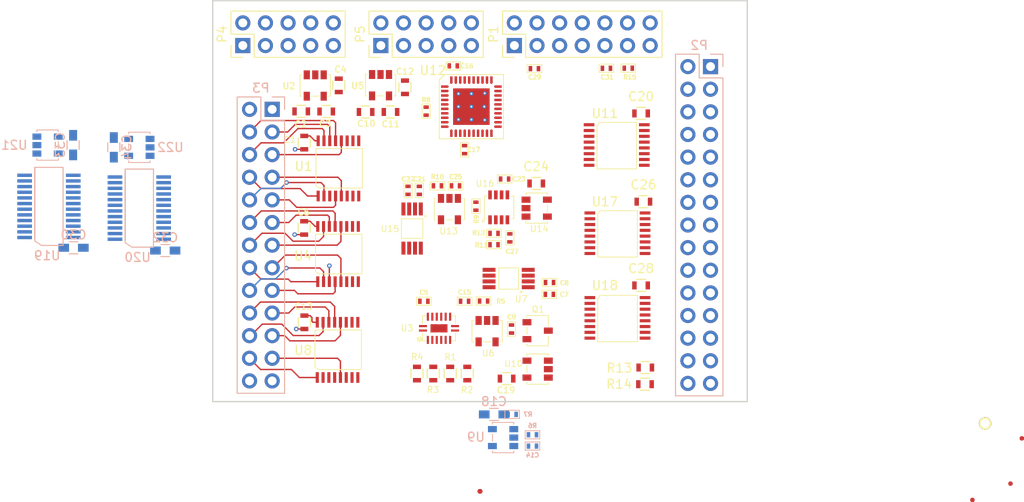
<source format=kicad_pcb>
(kicad_pcb (version 4) (host pcbnew 4.0.1-stable)

  (general
    (links 405)
    (no_connects 322)
    (area -30.075001 -25.075001 30.075001 20.075001)
    (thickness 1.6)
    (drawings 4)
    (tracks 141)
    (zones 0)
    (modules 92)
    (nets 130)
  )

  (page A4)
  (title_block
    (title "CSS118, Parking Meter PCB")
    (date 2016-07-25)
    (rev 7A)
    (company "Custom Silicon Solutions, Inc.")
  )

  (layers
    (0 F.Cu signal)
    (1 In1.Cu signal)
    (2 In2.Cu signal)
    (31 B.Cu signal)
    (32 B.Adhes user)
    (33 F.Adhes user)
    (34 B.Paste user)
    (35 F.Paste user)
    (36 B.SilkS user)
    (37 F.SilkS user)
    (38 B.Mask user)
    (39 F.Mask user)
    (40 Dwgs.User user)
    (41 Cmts.User user)
    (42 Eco1.User user)
    (43 Eco2.User user)
    (44 Edge.Cuts user)
    (45 Margin user)
    (46 B.CrtYd user hide)
    (47 F.CrtYd user hide)
    (48 B.Fab user hide)
    (49 F.Fab user hide)
  )

  (setup
    (last_trace_width 0.1524)
    (user_trace_width 0.1524)
    (user_trace_width 0.1778)
    (user_trace_width 0.2032)
    (user_trace_width 0.254)
    (user_trace_width 0.3048)
    (user_trace_width 0.381)
    (trace_clearance 0.1524)
    (zone_clearance 0.254)
    (zone_45_only no)
    (trace_min 0.1524)
    (segment_width 0.2)
    (edge_width 0.2)
    (via_size 0.508)
    (via_drill 0.254)
    (via_min_size 0.508)
    (via_min_drill 0.254)
    (user_via 0.508 0.254)
    (uvia_size 0.3)
    (uvia_drill 0.1)
    (uvias_allowed no)
    (uvia_min_size 0.254)
    (uvia_min_drill 0.0254)
    (pcb_text_width 0.3)
    (pcb_text_size 1.5 1.5)
    (mod_edge_width 0.15)
    (mod_text_size 1 1)
    (mod_text_width 0.15)
    (pad_size 1.524 1.524)
    (pad_drill 0.762)
    (pad_to_mask_clearance 0.2)
    (aux_axis_origin 0 0)
    (grid_origin -16.4592 -10.3124)
    (visible_elements 7FFEF77F)
    (pcbplotparams
      (layerselection 0x010fc_80000007)
      (usegerberextensions true)
      (excludeedgelayer true)
      (linewidth 0.100000)
      (plotframeref false)
      (viasonmask false)
      (mode 1)
      (useauxorigin false)
      (hpglpennumber 1)
      (hpglpenspeed 20)
      (hpglpendiameter 15)
      (hpglpenoverlay 2)
      (psnegative false)
      (psa4output false)
      (plotreference true)
      (plotvalue true)
      (plotinvisibletext false)
      (padsonsilk false)
      (subtractmaskfromsilk false)
      (outputformat 1)
      (mirror false)
      (drillshape 0)
      (scaleselection 1)
      (outputdirectory project_outputs/))
  )

  (net 0 "")
  (net 1 /A1)
  (net 2 /A2)
  (net 3 /B1)
  (net 4 /B2)
  (net 5 /LED1)
  (net 6 GND)
  (net 7 /LED2)
  (net 8 /C1)
  (net 9 /C2)
  (net 10 /D1)
  (net 11 /D2)
  (net 12 /E1)
  (net 13 /E2)
  (net 14 /F1)
  (net 15 /F2)
  (net 16 /G1)
  (net 17 /G2)
  (net 18 /H1)
  (net 19 /H2)
  (net 20 /I1)
  (net 21 /I2)
  (net 22 /J1)
  (net 23 /J2)
  (net 24 /K1)
  (net 25 /K2)
  (net 26 /L1)
  (net 27 /L2)
  (net 28 /M1)
  (net 29 /M2)
  (net 30 /N1)
  (net 31 /N2)
  (net 32 /O1)
  (net 33 /O2)
  (net 34 /P1)
  (net 35 /P2)
  (net 36 /Q1)
  (net 37 /Q2)
  (net 38 /R1)
  (net 39 /R2)
  (net 40 /S1)
  (net 41 /S2)
  (net 42 /T1)
  (net 43 /T2)
  (net 44 /U1)
  (net 45 /U2)
  (net 46 /V1)
  (net 47 /V2)
  (net 48 /SCL)
  (net 49 /3V3)
  (net 50 "Net-(P2-Pad1)")
  (net 51 /5V)
  (net 52 /SOMI)
  (net 53 /SIMO)
  (net 54 /V2P5)
  (net 55 /VIN)
  (net 56 /BIAS_OUT)
  (net 57 "Net-(C14-Pad1)")
  (net 58 "Net-(C15-Pad1)")
  (net 59 /Imeas)
  (net 60 /~RST)
  (net 61 /~BME180CS)
  (net 62 /CLK)
  (net 63 /SDA)
  (net 64 /SCK)
  (net 65 /GPIO_A)
  (net 66 /GPIO_B)
  (net 67 "Net-(R1-Pad1)")
  (net 68 "Net-(R2-Pad1)")
  (net 69 "Net-(R3-Pad1)")
  (net 70 /DAC2_OUT)
  (net 71 "Net-(R6-Pad1)")
  (net 72 /LED_2)
  (net 73 "Net-(R9-Pad1)")
  (net 74 /LED_1)
  (net 75 /DAC1_OUT)
  (net 76 /V2P5_R)
  (net 77 /~MUX_EN1)
  (net 78 /MUX2)
  (net 79 /MUX1)
  (net 80 /MUX0)
  (net 81 /~MUX_EN2)
  (net 82 /~MUX_EN3)
  (net 83 "Net-(U4-Pad7)")
  (net 84 /~MUX_EN5)
  (net 85 /~MUX_EN6)
  (net 86 /~CV_EN)
  (net 87 /~CC_EN)
  (net 88 /GND_SENSORS)
  (net 89 /~MUX_EN4)
  (net 90 /DAC2_CS)
  (net 91 /TCK)
  (net 92 /TMS)
  (net 93 /TDI)
  (net 94 /TDO)
  (net 95 /TEST)
  (net 96 /DAC1_CS)
  (net 97 /SELR1)
  (net 98 /SELR0)
  (net 99 "Net-(U17-Pad7)")
  (net 100 "Net-(U18-Pad1)")
  (net 101 "Net-(U18-Pad2)")
  (net 102 "Net-(U18-Pad4)")
  (net 103 "Net-(U18-Pad5)")
  (net 104 "Net-(U18-Pad7)")
  (net 105 /0V5)
  (net 106 /~SELG)
  (net 107 /Vmeas)
  (net 108 /ADC_IN)
  (net 109 "Net-(C2-Pad1)")
  (net 110 "Net-(C9-Pad2)")
  (net 111 "Net-(C10-Pad1)")
  (net 112 "Net-(C23-Pad1)")
  (net 113 "Net-(C23-Pad2)")
  (net 114 "Net-(C25-Pad1)")
  (net 115 "Net-(P1-Pad2)")
  (net 116 "Net-(P1-Pad6)")
  (net 117 "Net-(P1-Pad10)")
  (net 118 "Net-(P1-Pad12)")
  (net 119 "Net-(P1-Pad13)")
  (net 120 "Net-(P1-Pad14)")
  (net 121 "Net-(P3-Pad1)")
  (net 122 "Net-(R4-Pad1)")
  (net 123 "Net-(R9-Pad2)")
  (net 124 "Net-(U1-Pad7)")
  (net 125 "Net-(U3-Pad9)")
  (net 126 "Net-(U8-Pad7)")
  (net 127 "Net-(U11-Pad7)")
  (net 128 "Net-(U12-Pad12)")
  (net 129 "Net-(U12-Pad18)")

  (net_class Default "This is the default net class."
    (clearance 0.1524)
    (trace_width 0.1524)
    (via_dia 0.508)
    (via_drill 0.254)
    (uvia_dia 0.3)
    (uvia_drill 0.1)
    (add_net /0V5)
    (add_net /3V3)
    (add_net /5V)
    (add_net /A1)
    (add_net /A2)
    (add_net /ADC_IN)
    (add_net /B1)
    (add_net /B2)
    (add_net /BIAS_OUT)
    (add_net /C1)
    (add_net /C2)
    (add_net /CLK)
    (add_net /D1)
    (add_net /D2)
    (add_net /DAC1_CS)
    (add_net /DAC1_OUT)
    (add_net /DAC2_CS)
    (add_net /DAC2_OUT)
    (add_net /E1)
    (add_net /E2)
    (add_net /F1)
    (add_net /F2)
    (add_net /G1)
    (add_net /G2)
    (add_net /GND_SENSORS)
    (add_net /GPIO_A)
    (add_net /GPIO_B)
    (add_net /H1)
    (add_net /H2)
    (add_net /I1)
    (add_net /I2)
    (add_net /Imeas)
    (add_net /J1)
    (add_net /J2)
    (add_net /K1)
    (add_net /K2)
    (add_net /L1)
    (add_net /L2)
    (add_net /LED1)
    (add_net /LED2)
    (add_net /LED_1)
    (add_net /LED_2)
    (add_net /M1)
    (add_net /M2)
    (add_net /MUX0)
    (add_net /MUX1)
    (add_net /MUX2)
    (add_net /N1)
    (add_net /N2)
    (add_net /O1)
    (add_net /O2)
    (add_net /P1)
    (add_net /P2)
    (add_net /Q1)
    (add_net /Q2)
    (add_net /R1)
    (add_net /R2)
    (add_net /S1)
    (add_net /S2)
    (add_net /SCK)
    (add_net /SCL)
    (add_net /SDA)
    (add_net /SELR0)
    (add_net /SELR1)
    (add_net /SIMO)
    (add_net /SOMI)
    (add_net /T1)
    (add_net /T2)
    (add_net /TCK)
    (add_net /TDI)
    (add_net /TDO)
    (add_net /TEST)
    (add_net /TMS)
    (add_net /U1)
    (add_net /U2)
    (add_net /V1)
    (add_net /V2)
    (add_net /V2P5)
    (add_net /V2P5_R)
    (add_net /VIN)
    (add_net /Vmeas)
    (add_net /~BME180CS)
    (add_net /~CC_EN)
    (add_net /~CV_EN)
    (add_net /~MUX_EN1)
    (add_net /~MUX_EN2)
    (add_net /~MUX_EN3)
    (add_net /~MUX_EN4)
    (add_net /~MUX_EN5)
    (add_net /~MUX_EN6)
    (add_net /~RST)
    (add_net /~SELG)
    (add_net GND)
    (add_net "Net-(C10-Pad1)")
    (add_net "Net-(C14-Pad1)")
    (add_net "Net-(C15-Pad1)")
    (add_net "Net-(C2-Pad1)")
    (add_net "Net-(C23-Pad1)")
    (add_net "Net-(C23-Pad2)")
    (add_net "Net-(C25-Pad1)")
    (add_net "Net-(C9-Pad2)")
    (add_net "Net-(P1-Pad10)")
    (add_net "Net-(P1-Pad12)")
    (add_net "Net-(P1-Pad13)")
    (add_net "Net-(P1-Pad14)")
    (add_net "Net-(P1-Pad2)")
    (add_net "Net-(P1-Pad6)")
    (add_net "Net-(P2-Pad1)")
    (add_net "Net-(P3-Pad1)")
    (add_net "Net-(R1-Pad1)")
    (add_net "Net-(R2-Pad1)")
    (add_net "Net-(R3-Pad1)")
    (add_net "Net-(R4-Pad1)")
    (add_net "Net-(R6-Pad1)")
    (add_net "Net-(R9-Pad1)")
    (add_net "Net-(R9-Pad2)")
    (add_net "Net-(U1-Pad7)")
    (add_net "Net-(U11-Pad7)")
    (add_net "Net-(U12-Pad12)")
    (add_net "Net-(U12-Pad18)")
    (add_net "Net-(U17-Pad7)")
    (add_net "Net-(U18-Pad1)")
    (add_net "Net-(U18-Pad2)")
    (add_net "Net-(U18-Pad4)")
    (add_net "Net-(U18-Pad5)")
    (add_net "Net-(U18-Pad7)")
    (add_net "Net-(U3-Pad9)")
    (add_net "Net-(U4-Pad7)")
    (add_net "Net-(U8-Pad7)")
  )

  (module footprints_on_Cdrive:Pin_Header_Straight_2x15_Pitch2.54mm (layer B.Cu) (tedit 5862ED54) (tstamp 58A3F8A5)
    (at 24.605 0.18 180)
    (descr "Through hole straight pin header, 2x15, 2.54mm pitch, double rows")
    (tags "Through hole pin header THT 2x15 2.54mm double row")
    (path /58FB0D96)
    (fp_text reference P2 (at 0 20.17 180) (layer B.SilkS)
      (effects (font (size 1 1) (thickness 0.15)) (justify mirror))
    )
    (fp_text value CONN_02X15 (at 0 -20.17 180) (layer B.Fab)
      (effects (font (size 1 1) (thickness 0.15)) (justify mirror))
    )
    (fp_line (start -2.54 19.05) (end -2.54 -19.05) (layer B.Fab) (width 0.1))
    (fp_line (start -2.54 -19.05) (end 2.54 -19.05) (layer B.Fab) (width 0.1))
    (fp_line (start 2.54 -19.05) (end 2.54 19.05) (layer B.Fab) (width 0.1))
    (fp_line (start 2.54 19.05) (end -2.54 19.05) (layer B.Fab) (width 0.1))
    (fp_line (start -2.66 16.51) (end -2.66 -19.17) (layer B.SilkS) (width 0.12))
    (fp_line (start -2.66 -19.17) (end 2.66 -19.17) (layer B.SilkS) (width 0.12))
    (fp_line (start 2.66 -19.17) (end 2.66 19.17) (layer B.SilkS) (width 0.12))
    (fp_line (start 2.66 19.17) (end 0 19.17) (layer B.SilkS) (width 0.12))
    (fp_line (start 0 19.17) (end 0 16.51) (layer B.SilkS) (width 0.12))
    (fp_line (start 0 16.51) (end -2.66 16.51) (layer B.SilkS) (width 0.12))
    (fp_line (start -2.66 17.78) (end -2.66 19.17) (layer B.SilkS) (width 0.12))
    (fp_line (start -2.66 19.17) (end -1.27 19.17) (layer B.SilkS) (width 0.12))
    (fp_line (start -2.87 19.38) (end -2.87 -19.32) (layer B.CrtYd) (width 0.05))
    (fp_line (start -2.87 -19.32) (end 2.83 -19.32) (layer B.CrtYd) (width 0.05))
    (fp_line (start 2.83 -19.32) (end 2.83 19.38) (layer B.CrtYd) (width 0.05))
    (fp_line (start 2.83 19.38) (end -2.87 19.38) (layer B.CrtYd) (width 0.05))
    (pad 1 thru_hole rect (at -1.27 17.78 180) (size 1.7 1.7) (drill 1) (layers *.Cu *.Mask)
      (net 50 "Net-(P2-Pad1)"))
    (pad 2 thru_hole oval (at 1.27 17.78 180) (size 1.7 1.7) (drill 1) (layers *.Cu *.Mask)
      (net 6 GND))
    (pad 3 thru_hole oval (at -1.27 15.24 180) (size 1.7 1.7) (drill 1) (layers *.Cu *.Mask)
      (net 27 /L2))
    (pad 4 thru_hole oval (at 1.27 15.24 180) (size 1.7 1.7) (drill 1) (layers *.Cu *.Mask)
      (net 26 /L1))
    (pad 5 thru_hole oval (at -1.27 12.7 180) (size 1.7 1.7) (drill 1) (layers *.Cu *.Mask)
      (net 29 /M2))
    (pad 6 thru_hole oval (at 1.27 12.7 180) (size 1.7 1.7) (drill 1) (layers *.Cu *.Mask)
      (net 28 /M1))
    (pad 7 thru_hole oval (at -1.27 10.16 180) (size 1.7 1.7) (drill 1) (layers *.Cu *.Mask)
      (net 31 /N2))
    (pad 8 thru_hole oval (at 1.27 10.16 180) (size 1.7 1.7) (drill 1) (layers *.Cu *.Mask)
      (net 30 /N1))
    (pad 9 thru_hole oval (at -1.27 7.62 180) (size 1.7 1.7) (drill 1) (layers *.Cu *.Mask)
      (net 33 /O2))
    (pad 10 thru_hole oval (at 1.27 7.62 180) (size 1.7 1.7) (drill 1) (layers *.Cu *.Mask)
      (net 32 /O1))
    (pad 11 thru_hole oval (at -1.27 5.08 180) (size 1.7 1.7) (drill 1) (layers *.Cu *.Mask)
      (net 35 /P2))
    (pad 12 thru_hole oval (at 1.27 5.08 180) (size 1.7 1.7) (drill 1) (layers *.Cu *.Mask)
      (net 34 /P1))
    (pad 13 thru_hole oval (at -1.27 2.54 180) (size 1.7 1.7) (drill 1) (layers *.Cu *.Mask)
      (net 37 /Q2))
    (pad 14 thru_hole oval (at 1.27 2.54 180) (size 1.7 1.7) (drill 1) (layers *.Cu *.Mask)
      (net 36 /Q1))
    (pad 15 thru_hole oval (at -1.27 0 180) (size 1.7 1.7) (drill 1) (layers *.Cu *.Mask)
      (net 39 /R2))
    (pad 16 thru_hole oval (at 1.27 0 180) (size 1.7 1.7) (drill 1) (layers *.Cu *.Mask)
      (net 38 /R1))
    (pad 17 thru_hole oval (at -1.27 -2.54 180) (size 1.7 1.7) (drill 1) (layers *.Cu *.Mask)
      (net 41 /S2))
    (pad 18 thru_hole oval (at 1.27 -2.54 180) (size 1.7 1.7) (drill 1) (layers *.Cu *.Mask)
      (net 40 /S1))
    (pad 19 thru_hole oval (at -1.27 -5.08 180) (size 1.7 1.7) (drill 1) (layers *.Cu *.Mask)
      (net 43 /T2))
    (pad 20 thru_hole oval (at 1.27 -5.08 180) (size 1.7 1.7) (drill 1) (layers *.Cu *.Mask)
      (net 42 /T1))
    (pad 21 thru_hole oval (at -1.27 -7.62 180) (size 1.7 1.7) (drill 1) (layers *.Cu *.Mask)
      (net 45 /U2))
    (pad 22 thru_hole oval (at 1.27 -7.62 180) (size 1.7 1.7) (drill 1) (layers *.Cu *.Mask)
      (net 44 /U1))
    (pad 23 thru_hole oval (at -1.27 -10.16 180) (size 1.7 1.7) (drill 1) (layers *.Cu *.Mask)
      (net 47 /V2))
    (pad 24 thru_hole oval (at 1.27 -10.16 180) (size 1.7 1.7) (drill 1) (layers *.Cu *.Mask)
      (net 46 /V1))
    (pad 25 thru_hole oval (at -1.27 -12.7 180) (size 1.7 1.7) (drill 1) (layers *.Cu *.Mask)
      (net 7 /LED2))
    (pad 26 thru_hole oval (at 1.27 -12.7 180) (size 1.7 1.7) (drill 1) (layers *.Cu *.Mask)
      (net 49 /3V3))
    (pad 27 thru_hole oval (at -1.27 -15.24 180) (size 1.7 1.7) (drill 1) (layers *.Cu *.Mask)
      (net 61 /~BME180CS))
    (pad 28 thru_hole oval (at 1.27 -15.24 180) (size 1.7 1.7) (drill 1) (layers *.Cu *.Mask)
      (net 5 /LED1))
    (pad 29 thru_hole oval (at -1.27 -17.78 180) (size 1.7 1.7) (drill 1) (layers *.Cu *.Mask)
      (net 6 GND))
    (pad 30 thru_hole oval (at 1.27 -17.78 180) (size 1.7 1.7) (drill 1) (layers *.Cu *.Mask)
      (net 62 /CLK))
    (model Pin_Headers.3dshapes/Pin_Header_Straight_2x15_Pitch2.54mm.wrl
      (at (xyz 0.05 -0.7 0))
      (scale (xyz 1 1 1))
      (rotate (xyz 0 0 90))
    )
  )

  (module footprints_on_Cdrive:Pin_Header_Straight_2x13_Pitch2.54mm (layer B.Cu) (tedit 5862ED54) (tstamp 58A3F8D6)
    (at -24.595 2.44 180)
    (descr "Through hole straight pin header, 2x13, 2.54mm pitch, double rows")
    (tags "Through hole pin header THT 2x13 2.54mm double row")
    (path /58FB0DA2)
    (fp_text reference P3 (at 0 17.63 180) (layer B.SilkS)
      (effects (font (size 1 1) (thickness 0.15)) (justify mirror))
    )
    (fp_text value CONN_02X13 (at 0 -17.63 180) (layer B.Fab)
      (effects (font (size 1 1) (thickness 0.15)) (justify mirror))
    )
    (fp_line (start -2.54 16.51) (end -2.54 -16.51) (layer B.Fab) (width 0.1))
    (fp_line (start -2.54 -16.51) (end 2.54 -16.51) (layer B.Fab) (width 0.1))
    (fp_line (start 2.54 -16.51) (end 2.54 16.51) (layer B.Fab) (width 0.1))
    (fp_line (start 2.54 16.51) (end -2.54 16.51) (layer B.Fab) (width 0.1))
    (fp_line (start -2.66 13.97) (end -2.66 -16.63) (layer B.SilkS) (width 0.12))
    (fp_line (start -2.66 -16.63) (end 2.66 -16.63) (layer B.SilkS) (width 0.12))
    (fp_line (start 2.66 -16.63) (end 2.66 16.63) (layer B.SilkS) (width 0.12))
    (fp_line (start 2.66 16.63) (end 0 16.63) (layer B.SilkS) (width 0.12))
    (fp_line (start 0 16.63) (end 0 13.97) (layer B.SilkS) (width 0.12))
    (fp_line (start 0 13.97) (end -2.66 13.97) (layer B.SilkS) (width 0.12))
    (fp_line (start -2.66 15.24) (end -2.66 16.63) (layer B.SilkS) (width 0.12))
    (fp_line (start -2.66 16.63) (end -1.27 16.63) (layer B.SilkS) (width 0.12))
    (fp_line (start -2.87 16.84) (end -2.87 -16.76) (layer B.CrtYd) (width 0.05))
    (fp_line (start -2.87 -16.76) (end 2.83 -16.76) (layer B.CrtYd) (width 0.05))
    (fp_line (start 2.83 -16.76) (end 2.83 16.84) (layer B.CrtYd) (width 0.05))
    (fp_line (start 2.83 16.84) (end -2.87 16.84) (layer B.CrtYd) (width 0.05))
    (pad 1 thru_hole rect (at -1.27 15.24 180) (size 1.7 1.7) (drill 1) (layers *.Cu *.Mask)
      (net 121 "Net-(P3-Pad1)"))
    (pad 2 thru_hole oval (at 1.27 15.24 180) (size 1.7 1.7) (drill 1) (layers *.Cu *.Mask)
      (net 6 GND))
    (pad 3 thru_hole oval (at -1.27 12.7 180) (size 1.7 1.7) (drill 1) (layers *.Cu *.Mask)
      (net 2 /A2))
    (pad 4 thru_hole oval (at 1.27 12.7 180) (size 1.7 1.7) (drill 1) (layers *.Cu *.Mask)
      (net 1 /A1))
    (pad 5 thru_hole oval (at -1.27 10.16 180) (size 1.7 1.7) (drill 1) (layers *.Cu *.Mask)
      (net 4 /B2))
    (pad 6 thru_hole oval (at 1.27 10.16 180) (size 1.7 1.7) (drill 1) (layers *.Cu *.Mask)
      (net 3 /B1))
    (pad 7 thru_hole oval (at -1.27 7.62 180) (size 1.7 1.7) (drill 1) (layers *.Cu *.Mask)
      (net 9 /C2))
    (pad 8 thru_hole oval (at 1.27 7.62 180) (size 1.7 1.7) (drill 1) (layers *.Cu *.Mask)
      (net 8 /C1))
    (pad 9 thru_hole oval (at -1.27 5.08 180) (size 1.7 1.7) (drill 1) (layers *.Cu *.Mask)
      (net 11 /D2))
    (pad 10 thru_hole oval (at 1.27 5.08 180) (size 1.7 1.7) (drill 1) (layers *.Cu *.Mask)
      (net 10 /D1))
    (pad 11 thru_hole oval (at -1.27 2.54 180) (size 1.7 1.7) (drill 1) (layers *.Cu *.Mask)
      (net 13 /E2))
    (pad 12 thru_hole oval (at 1.27 2.54 180) (size 1.7 1.7) (drill 1) (layers *.Cu *.Mask)
      (net 12 /E1))
    (pad 13 thru_hole oval (at -1.27 0 180) (size 1.7 1.7) (drill 1) (layers *.Cu *.Mask)
      (net 15 /F2))
    (pad 14 thru_hole oval (at 1.27 0 180) (size 1.7 1.7) (drill 1) (layers *.Cu *.Mask)
      (net 14 /F1))
    (pad 15 thru_hole oval (at -1.27 -2.54 180) (size 1.7 1.7) (drill 1) (layers *.Cu *.Mask)
      (net 17 /G2))
    (pad 16 thru_hole oval (at 1.27 -2.54 180) (size 1.7 1.7) (drill 1) (layers *.Cu *.Mask)
      (net 16 /G1))
    (pad 17 thru_hole oval (at -1.27 -5.08 180) (size 1.7 1.7) (drill 1) (layers *.Cu *.Mask)
      (net 19 /H2))
    (pad 18 thru_hole oval (at 1.27 -5.08 180) (size 1.7 1.7) (drill 1) (layers *.Cu *.Mask)
      (net 18 /H1))
    (pad 19 thru_hole oval (at -1.27 -7.62 180) (size 1.7 1.7) (drill 1) (layers *.Cu *.Mask)
      (net 21 /I2))
    (pad 20 thru_hole oval (at 1.27 -7.62 180) (size 1.7 1.7) (drill 1) (layers *.Cu *.Mask)
      (net 20 /I1))
    (pad 21 thru_hole oval (at -1.27 -10.16 180) (size 1.7 1.7) (drill 1) (layers *.Cu *.Mask)
      (net 23 /J2))
    (pad 22 thru_hole oval (at 1.27 -10.16 180) (size 1.7 1.7) (drill 1) (layers *.Cu *.Mask)
      (net 22 /J1))
    (pad 23 thru_hole oval (at -1.27 -12.7 180) (size 1.7 1.7) (drill 1) (layers *.Cu *.Mask)
      (net 25 /K2))
    (pad 24 thru_hole oval (at 1.27 -12.7 180) (size 1.7 1.7) (drill 1) (layers *.Cu *.Mask)
      (net 24 /K1))
    (pad 25 thru_hole oval (at -1.27 -15.24 180) (size 1.7 1.7) (drill 1) (layers *.Cu *.Mask)
      (net 52 /SOMI))
    (pad 26 thru_hole oval (at 1.27 -15.24 180) (size 1.7 1.7) (drill 1) (layers *.Cu *.Mask)
      (net 53 /SIMO))
    (model Pin_Headers.3dshapes/Pin_Header_Straight_2x13_Pitch2.54mm.wrl
      (at (xyz 0.05 -0.6 0))
      (scale (xyz 1 1 1))
      (rotate (xyz 0 0 90))
    )
  )

  (module footprints_on_Cdrive:0402 (layer F.Cu) (tedit 5901673A) (tstamp 58FEEA40)
    (at -2.9972 -17.6784)
    (path /562AD98A)
    (fp_text reference C16 (at 1.524 0) (layer F.SilkS)
      (effects (font (size 0.5 0.5) (thickness 0.125)))
    )
    (fp_text value 0.1uF (at -0.9 5.3) (layer F.Fab)
      (effects (font (size 1 1) (thickness 0.15)))
    )
    (fp_line (start -0.8128 -0.4572) (end 0.8128 -0.4572) (layer F.SilkS) (width 0.1))
    (fp_line (start 0.8128 -0.4572) (end 0.8128 0.4572) (layer F.SilkS) (width 0.1))
    (fp_line (start 0.8128 0.4572) (end -0.8128 0.4572) (layer F.SilkS) (width 0.1))
    (fp_line (start -0.8128 0.4572) (end -0.8128 -0.4572) (layer F.SilkS) (width 0.1))
    (pad 1 smd rect (at 0.45 0) (size 0.4 0.6) (layers F.Cu F.Paste F.Mask)
      (net 49 /3V3))
    (pad 2 smd rect (at -0.45 0) (size 0.4 0.6) (layers F.Cu F.Paste F.Mask)
      (net 6 GND))
  )

  (module footprints_on_Cdrive:0402 (layer F.Cu) (tedit 5901674D) (tstamp 58FEEA4A)
    (at -1.7272 -8.2804 90)
    (path /562AD98B)
    (fp_text reference C17 (at 0 1.016 180) (layer F.SilkS)
      (effects (font (size 0.5 0.5) (thickness 0.125)))
    )
    (fp_text value 0.1uF (at -0.9 5.3 90) (layer F.Fab)
      (effects (font (size 1 1) (thickness 0.15)))
    )
    (fp_line (start -0.8128 -0.4572) (end 0.8128 -0.4572) (layer F.SilkS) (width 0.1))
    (fp_line (start 0.8128 -0.4572) (end 0.8128 0.4572) (layer F.SilkS) (width 0.1))
    (fp_line (start 0.8128 0.4572) (end -0.8128 0.4572) (layer F.SilkS) (width 0.1))
    (fp_line (start -0.8128 0.4572) (end -0.8128 -0.4572) (layer F.SilkS) (width 0.1))
    (pad 1 smd rect (at 0.45 0 90) (size 0.4 0.6) (layers F.Cu F.Paste F.Mask)
      (net 49 /3V3))
    (pad 2 smd rect (at -0.45 0 90) (size 0.4 0.6) (layers F.Cu F.Paste F.Mask)
      (net 6 GND))
  )

  (module footprints_on_Cdrive:0402 (layer F.Cu) (tedit 59018682) (tstamp 58FEEA54)
    (at -6.8072 -3.7084 270)
    (path /59074B0A)
    (fp_text reference C21 (at -1.27 0 360) (layer F.SilkS)
      (effects (font (size 0.5 0.5) (thickness 0.125)))
    )
    (fp_text value 10uF (at -0.9 5.3 270) (layer F.Fab)
      (effects (font (size 1 1) (thickness 0.15)))
    )
    (fp_line (start -0.8128 -0.4572) (end 0.8128 -0.4572) (layer F.SilkS) (width 0.1))
    (fp_line (start 0.8128 -0.4572) (end 0.8128 0.4572) (layer F.SilkS) (width 0.1))
    (fp_line (start 0.8128 0.4572) (end -0.8128 0.4572) (layer F.SilkS) (width 0.1))
    (fp_line (start -0.8128 0.4572) (end -0.8128 -0.4572) (layer F.SilkS) (width 0.1))
    (pad 1 smd rect (at 0.45 0 270) (size 0.4 0.6) (layers F.Cu F.Paste F.Mask)
      (net 49 /3V3))
    (pad 2 smd rect (at -0.45 0 270) (size 0.4 0.6) (layers F.Cu F.Paste F.Mask)
      (net 6 GND))
  )

  (module footprints_on_Cdrive:0402 (layer F.Cu) (tedit 5901867C) (tstamp 58FEEA5E)
    (at -8.0772 -3.7084 270)
    (path /59074AFF)
    (fp_text reference C22 (at -1.27 0 360) (layer F.SilkS)
      (effects (font (size 0.5 0.5) (thickness 0.125)))
    )
    (fp_text value 0.1uF (at -0.9 5.3 270) (layer F.Fab)
      (effects (font (size 1 1) (thickness 0.15)))
    )
    (fp_line (start -0.8128 -0.4572) (end 0.8128 -0.4572) (layer F.SilkS) (width 0.1))
    (fp_line (start 0.8128 -0.4572) (end 0.8128 0.4572) (layer F.SilkS) (width 0.1))
    (fp_line (start 0.8128 0.4572) (end -0.8128 0.4572) (layer F.SilkS) (width 0.1))
    (fp_line (start -0.8128 0.4572) (end -0.8128 -0.4572) (layer F.SilkS) (width 0.1))
    (pad 1 smd rect (at 0.45 0 270) (size 0.4 0.6) (layers F.Cu F.Paste F.Mask)
      (net 49 /3V3))
    (pad 2 smd rect (at -0.45 0 270) (size 0.4 0.6) (layers F.Cu F.Paste F.Mask)
      (net 6 GND))
  )

  (module footprints_on_Cdrive:0402 (layer F.Cu) (tedit 5901881D) (tstamp 58FEEA68)
    (at 2.7668 -4.9824)
    (path /5908D287)
    (fp_text reference C23 (at 1.602 0.004) (layer F.SilkS)
      (effects (font (size 0.5 0.5) (thickness 0.125)))
    )
    (fp_text value 0.1uF (at -0.9 5.3) (layer F.Fab)
      (effects (font (size 1 1) (thickness 0.15)))
    )
    (fp_line (start -0.8128 -0.4572) (end 0.8128 -0.4572) (layer F.SilkS) (width 0.1))
    (fp_line (start 0.8128 -0.4572) (end 0.8128 0.4572) (layer F.SilkS) (width 0.1))
    (fp_line (start 0.8128 0.4572) (end -0.8128 0.4572) (layer F.SilkS) (width 0.1))
    (fp_line (start -0.8128 0.4572) (end -0.8128 -0.4572) (layer F.SilkS) (width 0.1))
    (pad 1 smd rect (at 0.45 0) (size 0.4 0.6) (layers F.Cu F.Paste F.Mask)
      (net 112 "Net-(C23-Pad1)"))
    (pad 2 smd rect (at -0.45 0) (size 0.4 0.6) (layers F.Cu F.Paste F.Mask)
      (net 113 "Net-(C23-Pad2)"))
  )

  (module footprints_on_Cdrive:0402 (layer F.Cu) (tedit 590032AE) (tstamp 58FEEA9A)
    (at 3.5368 11.8556 270)
    (path /575F0A3D)
    (fp_text reference C9 (at -1.35 -0.02 360) (layer F.SilkS)
      (effects (font (size 0.5 0.5) (thickness 0.125)))
    )
    (fp_text value 51pF (at -0.9 5.3 270) (layer F.Fab)
      (effects (font (size 1 1) (thickness 0.15)))
    )
    (fp_line (start -0.8128 -0.4572) (end 0.8128 -0.4572) (layer F.SilkS) (width 0.1))
    (fp_line (start 0.8128 -0.4572) (end 0.8128 0.4572) (layer F.SilkS) (width 0.1))
    (fp_line (start 0.8128 0.4572) (end -0.8128 0.4572) (layer F.SilkS) (width 0.1))
    (fp_line (start -0.8128 0.4572) (end -0.8128 -0.4572) (layer F.SilkS) (width 0.1))
    (pad 1 smd rect (at 0.45 0 270) (size 0.4 0.6) (layers F.Cu F.Paste F.Mask)
      (net 56 /BIAS_OUT))
    (pad 2 smd rect (at -0.45 0 270) (size 0.4 0.6) (layers F.Cu F.Paste F.Mask)
      (net 110 "Net-(C9-Pad2)"))
  )

  (module footprints_on_Cdrive:0402 (layer B.Cu) (tedit 59018A96) (tstamp 58FEEAA4)
    (at 5.8928 24.9936)
    (path /57670032)
    (fp_text reference C14 (at 0 1.016) (layer B.SilkS)
      (effects (font (size 0.5 0.5) (thickness 0.125)) (justify mirror))
    )
    (fp_text value 1nF (at -0.9 -5.3) (layer B.Fab)
      (effects (font (size 1 1) (thickness 0.15)) (justify mirror))
    )
    (fp_line (start -0.8128 0.4572) (end 0.8128 0.4572) (layer B.SilkS) (width 0.1))
    (fp_line (start 0.8128 0.4572) (end 0.8128 -0.4572) (layer B.SilkS) (width 0.1))
    (fp_line (start 0.8128 -0.4572) (end -0.8128 -0.4572) (layer B.SilkS) (width 0.1))
    (fp_line (start -0.8128 -0.4572) (end -0.8128 0.4572) (layer B.SilkS) (width 0.1))
    (pad 1 smd rect (at 0.45 0) (size 0.4 0.6) (layers B.Cu B.Paste B.Mask)
      (net 57 "Net-(C14-Pad1)"))
    (pad 2 smd rect (at -0.45 0) (size 0.4 0.6) (layers B.Cu B.Paste B.Mask)
      (net 6 GND))
  )

  (module footprints_on_Cdrive:0402 (layer F.Cu) (tedit 59016863) (tstamp 58FEEAAE)
    (at -1.7272 8.7376)
    (path /576C0D18)
    (fp_text reference C15 (at 0 -1.016) (layer F.SilkS)
      (effects (font (size 0.5 0.5) (thickness 0.125)))
    )
    (fp_text value 0.1uF (at -0.9 5.3) (layer F.Fab)
      (effects (font (size 1 1) (thickness 0.15)))
    )
    (fp_line (start -0.8128 -0.4572) (end 0.8128 -0.4572) (layer F.SilkS) (width 0.1))
    (fp_line (start 0.8128 -0.4572) (end 0.8128 0.4572) (layer F.SilkS) (width 0.1))
    (fp_line (start 0.8128 0.4572) (end -0.8128 0.4572) (layer F.SilkS) (width 0.1))
    (fp_line (start -0.8128 0.4572) (end -0.8128 -0.4572) (layer F.SilkS) (width 0.1))
    (pad 1 smd rect (at 0.45 0) (size 0.4 0.6) (layers F.Cu F.Paste F.Mask)
      (net 58 "Net-(C15-Pad1)"))
    (pad 2 smd rect (at -0.45 0) (size 0.4 0.6) (layers F.Cu F.Paste F.Mask)
      (net 6 GND))
  )

  (module footprints_on_Cdrive:0402 (layer F.Cu) (tedit 59003381) (tstamp 58FEEAB8)
    (at 7.7868 7.9636 180)
    (path /576115EC)
    (fp_text reference C7 (at -1.67 -0.02 180) (layer F.SilkS)
      (effects (font (size 0.5 0.5) (thickness 0.125)))
    )
    (fp_text value 10uF (at -0.9 5.3 180) (layer F.Fab)
      (effects (font (size 1 1) (thickness 0.15)))
    )
    (fp_line (start -0.8128 -0.4572) (end 0.8128 -0.4572) (layer F.SilkS) (width 0.1))
    (fp_line (start 0.8128 -0.4572) (end 0.8128 0.4572) (layer F.SilkS) (width 0.1))
    (fp_line (start 0.8128 0.4572) (end -0.8128 0.4572) (layer F.SilkS) (width 0.1))
    (fp_line (start -0.8128 0.4572) (end -0.8128 -0.4572) (layer F.SilkS) (width 0.1))
    (pad 1 smd rect (at 0.45 0 180) (size 0.4 0.6) (layers F.Cu F.Paste F.Mask)
      (net 49 /3V3))
    (pad 2 smd rect (at -0.45 0 180) (size 0.4 0.6) (layers F.Cu F.Paste F.Mask)
      (net 6 GND))
  )

  (module footprints_on_Cdrive:0402 (layer F.Cu) (tedit 5900337E) (tstamp 58FEEAC2)
    (at 7.8068 6.6336 180)
    (path /576114CB)
    (fp_text reference C8 (at -1.66 -0.05 180) (layer F.SilkS)
      (effects (font (size 0.5 0.5) (thickness 0.125)))
    )
    (fp_text value 0.1uF (at -0.9 5.3 180) (layer F.Fab)
      (effects (font (size 1 1) (thickness 0.15)))
    )
    (fp_line (start -0.8128 -0.4572) (end 0.8128 -0.4572) (layer F.SilkS) (width 0.1))
    (fp_line (start 0.8128 -0.4572) (end 0.8128 0.4572) (layer F.SilkS) (width 0.1))
    (fp_line (start 0.8128 0.4572) (end -0.8128 0.4572) (layer F.SilkS) (width 0.1))
    (fp_line (start -0.8128 0.4572) (end -0.8128 -0.4572) (layer F.SilkS) (width 0.1))
    (pad 1 smd rect (at 0.45 0 180) (size 0.4 0.6) (layers F.Cu F.Paste F.Mask)
      (net 49 /3V3))
    (pad 2 smd rect (at -0.45 0 180) (size 0.4 0.6) (layers F.Cu F.Paste F.Mask)
      (net 6 GND))
  )

  (module footprints_on_Cdrive:0402 (layer F.Cu) (tedit 59018742) (tstamp 58FEEAD6)
    (at -2.7432 -4.2164 180)
    (path /59074AE8)
    (fp_text reference C25 (at 0 1.016 180) (layer F.SilkS)
      (effects (font (size 0.5 0.5) (thickness 0.125)))
    )
    (fp_text value 0.1uF (at -0.9 5.3 180) (layer F.Fab)
      (effects (font (size 1 1) (thickness 0.15)))
    )
    (fp_line (start -0.8128 -0.4572) (end 0.8128 -0.4572) (layer F.SilkS) (width 0.1))
    (fp_line (start 0.8128 -0.4572) (end 0.8128 0.4572) (layer F.SilkS) (width 0.1))
    (fp_line (start 0.8128 0.4572) (end -0.8128 0.4572) (layer F.SilkS) (width 0.1))
    (fp_line (start -0.8128 0.4572) (end -0.8128 -0.4572) (layer F.SilkS) (width 0.1))
    (pad 1 smd rect (at 0.45 0 180) (size 0.4 0.6) (layers F.Cu F.Paste F.Mask)
      (net 114 "Net-(C25-Pad1)"))
    (pad 2 smd rect (at -0.45 0 180) (size 0.4 0.6) (layers F.Cu F.Paste F.Mask)
      (net 6 GND))
  )

  (module footprints_on_Cdrive:0402 (layer F.Cu) (tedit 5901889F) (tstamp 58FEEAE0)
    (at 3.3528 1.6256 90)
    (path /5908EFA5)
    (fp_text reference C27 (at -1.524 0.254 180) (layer F.SilkS)
      (effects (font (size 0.5 0.5) (thickness 0.125)))
    )
    (fp_text value 39nF (at -0.9 5.3 90) (layer F.Fab)
      (effects (font (size 1 1) (thickness 0.15)))
    )
    (fp_line (start -0.8128 -0.4572) (end 0.8128 -0.4572) (layer F.SilkS) (width 0.1))
    (fp_line (start 0.8128 -0.4572) (end 0.8128 0.4572) (layer F.SilkS) (width 0.1))
    (fp_line (start 0.8128 0.4572) (end -0.8128 0.4572) (layer F.SilkS) (width 0.1))
    (fp_line (start -0.8128 0.4572) (end -0.8128 -0.4572) (layer F.SilkS) (width 0.1))
    (pad 1 smd rect (at 0.45 0 90) (size 0.4 0.6) (layers F.Cu F.Paste F.Mask)
      (net 59 /Imeas))
    (pad 2 smd rect (at -0.45 0 90) (size 0.4 0.6) (layers F.Cu F.Paste F.Mask)
      (net 6 GND))
  )

  (module footprints_on_Cdrive:0402 (layer F.Cu) (tedit 59015B96) (tstamp 58FEEAF4)
    (at 6.1128 -17.3704 180)
    (path /5904F6CC)
    (fp_text reference C29 (at -0.034 -0.962 180) (layer F.SilkS)
      (effects (font (size 0.5 0.5) (thickness 0.125)))
    )
    (fp_text value 10uF (at -0.9 5.3 180) (layer F.Fab)
      (effects (font (size 1 1) (thickness 0.15)))
    )
    (fp_line (start -0.8128 -0.4572) (end 0.8128 -0.4572) (layer F.SilkS) (width 0.1))
    (fp_line (start 0.8128 -0.4572) (end 0.8128 0.4572) (layer F.SilkS) (width 0.1))
    (fp_line (start 0.8128 0.4572) (end -0.8128 0.4572) (layer F.SilkS) (width 0.1))
    (fp_line (start -0.8128 0.4572) (end -0.8128 -0.4572) (layer F.SilkS) (width 0.1))
    (pad 1 smd rect (at 0.45 0 180) (size 0.4 0.6) (layers F.Cu F.Paste F.Mask)
      (net 49 /3V3))
    (pad 2 smd rect (at -0.45 0 180) (size 0.4 0.6) (layers F.Cu F.Paste F.Mask)
      (net 6 GND))
  )

  (module footprints_on_Cdrive:0402 (layer F.Cu) (tedit 59015B99) (tstamp 58FEEAFE)
    (at 14.1928 -17.4104)
    (path /5904F6B3)
    (fp_text reference C31 (at 0.082 1.002) (layer F.SilkS)
      (effects (font (size 0.5 0.5) (thickness 0.125)))
    )
    (fp_text value 1.1nF (at -0.9 5.3) (layer F.Fab)
      (effects (font (size 1 1) (thickness 0.15)))
    )
    (fp_line (start -0.8128 -0.4572) (end 0.8128 -0.4572) (layer F.SilkS) (width 0.1))
    (fp_line (start 0.8128 -0.4572) (end 0.8128 0.4572) (layer F.SilkS) (width 0.1))
    (fp_line (start 0.8128 0.4572) (end -0.8128 0.4572) (layer F.SilkS) (width 0.1))
    (fp_line (start -0.8128 0.4572) (end -0.8128 -0.4572) (layer F.SilkS) (width 0.1))
    (pad 1 smd rect (at 0.45 0) (size 0.4 0.6) (layers F.Cu F.Paste F.Mask)
      (net 60 /~RST))
    (pad 2 smd rect (at -0.45 0) (size 0.4 0.6) (layers F.Cu F.Paste F.Mask)
      (net 6 GND))
  )

  (module Pin_Headers:Pin_Header_Straight_2x05_Pitch2.54mm (layer F.Cu) (tedit 58CD4EC5) (tstamp 58FEEB31)
    (at -11.1252 -19.9644 90)
    (descr "Through hole straight pin header, 2x05, 2.54mm pitch, double rows")
    (tags "Through hole pin header THT 2x05 2.54mm double row")
    (path /59068F1E)
    (fp_text reference P5 (at 1.27 -2.33 90) (layer F.SilkS)
      (effects (font (size 1 1) (thickness 0.15)))
    )
    (fp_text value CONN_02X05 (at 1.27 12.49 90) (layer F.Fab)
      (effects (font (size 1 1) (thickness 0.15)))
    )
    (fp_line (start -1.27 -1.27) (end -1.27 11.43) (layer F.Fab) (width 0.1))
    (fp_line (start -1.27 11.43) (end 3.81 11.43) (layer F.Fab) (width 0.1))
    (fp_line (start 3.81 11.43) (end 3.81 -1.27) (layer F.Fab) (width 0.1))
    (fp_line (start 3.81 -1.27) (end -1.27 -1.27) (layer F.Fab) (width 0.1))
    (fp_line (start -1.33 1.27) (end -1.33 11.49) (layer F.SilkS) (width 0.12))
    (fp_line (start -1.33 11.49) (end 3.87 11.49) (layer F.SilkS) (width 0.12))
    (fp_line (start 3.87 11.49) (end 3.87 -1.33) (layer F.SilkS) (width 0.12))
    (fp_line (start 3.87 -1.33) (end 1.27 -1.33) (layer F.SilkS) (width 0.12))
    (fp_line (start 1.27 -1.33) (end 1.27 1.27) (layer F.SilkS) (width 0.12))
    (fp_line (start 1.27 1.27) (end -1.33 1.27) (layer F.SilkS) (width 0.12))
    (fp_line (start -1.33 0) (end -1.33 -1.33) (layer F.SilkS) (width 0.12))
    (fp_line (start -1.33 -1.33) (end 0 -1.33) (layer F.SilkS) (width 0.12))
    (fp_line (start -1.8 -1.8) (end -1.8 11.95) (layer F.CrtYd) (width 0.05))
    (fp_line (start -1.8 11.95) (end 4.35 11.95) (layer F.CrtYd) (width 0.05))
    (fp_line (start 4.35 11.95) (end 4.35 -1.8) (layer F.CrtYd) (width 0.05))
    (fp_line (start 4.35 -1.8) (end -1.8 -1.8) (layer F.CrtYd) (width 0.05))
    (fp_text user %R (at 1.27 -2.33 90) (layer F.Fab)
      (effects (font (size 1 1) (thickness 0.15)))
    )
    (pad 1 thru_hole rect (at 0 0 90) (size 1.7 1.7) (drill 1) (layers *.Cu *.Mask)
      (net 51 /5V))
    (pad 2 thru_hole oval (at 2.54 0 90) (size 1.7 1.7) (drill 1) (layers *.Cu *.Mask)
      (net 51 /5V))
    (pad 3 thru_hole oval (at 0 2.54 90) (size 1.7 1.7) (drill 1) (layers *.Cu *.Mask)
      (net 63 /SDA))
    (pad 4 thru_hole oval (at 2.54 2.54 90) (size 1.7 1.7) (drill 1) (layers *.Cu *.Mask)
      (net 63 /SDA))
    (pad 5 thru_hole oval (at 0 5.08 90) (size 1.7 1.7) (drill 1) (layers *.Cu *.Mask)
      (net 64 /SCK))
    (pad 6 thru_hole oval (at 2.54 5.08 90) (size 1.7 1.7) (drill 1) (layers *.Cu *.Mask)
      (net 64 /SCK))
    (pad 7 thru_hole oval (at 0 7.62 90) (size 1.7 1.7) (drill 1) (layers *.Cu *.Mask)
      (net 65 /GPIO_A))
    (pad 8 thru_hole oval (at 2.54 7.62 90) (size 1.7 1.7) (drill 1) (layers *.Cu *.Mask)
      (net 66 /GPIO_B))
    (pad 9 thru_hole oval (at 0 10.16 90) (size 1.7 1.7) (drill 1) (layers *.Cu *.Mask)
      (net 6 GND))
    (pad 10 thru_hole oval (at 2.54 10.16 90) (size 1.7 1.7) (drill 1) (layers *.Cu *.Mask)
      (net 6 GND))
    (model ${KISYS3DMOD}/Pin_Headers.3dshapes/Pin_Header_Straight_2x05_Pitch2.54mm.wrl
      (at (xyz 0.05 -0.2 0))
      (scale (xyz 1 1 1))
      (rotate (xyz 0 0 90))
    )
  )

  (module Pin_Headers:Pin_Header_Straight_2x05_Pitch2.54mm (layer F.Cu) (tedit 58CD4EC5) (tstamp 58FEEB50)
    (at -26.6192 -19.9644 90)
    (descr "Through hole straight pin header, 2x05, 2.54mm pitch, double rows")
    (tags "Through hole pin header THT 2x05 2.54mm double row")
    (path /5904F780)
    (fp_text reference P4 (at 1.27 -2.33 90) (layer F.SilkS)
      (effects (font (size 1 1) (thickness 0.15)))
    )
    (fp_text value CONN_02X05 (at 1.27 12.49 90) (layer F.Fab)
      (effects (font (size 1 1) (thickness 0.15)))
    )
    (fp_line (start -1.27 -1.27) (end -1.27 11.43) (layer F.Fab) (width 0.1))
    (fp_line (start -1.27 11.43) (end 3.81 11.43) (layer F.Fab) (width 0.1))
    (fp_line (start 3.81 11.43) (end 3.81 -1.27) (layer F.Fab) (width 0.1))
    (fp_line (start 3.81 -1.27) (end -1.27 -1.27) (layer F.Fab) (width 0.1))
    (fp_line (start -1.33 1.27) (end -1.33 11.49) (layer F.SilkS) (width 0.12))
    (fp_line (start -1.33 11.49) (end 3.87 11.49) (layer F.SilkS) (width 0.12))
    (fp_line (start 3.87 11.49) (end 3.87 -1.33) (layer F.SilkS) (width 0.12))
    (fp_line (start 3.87 -1.33) (end 1.27 -1.33) (layer F.SilkS) (width 0.12))
    (fp_line (start 1.27 -1.33) (end 1.27 1.27) (layer F.SilkS) (width 0.12))
    (fp_line (start 1.27 1.27) (end -1.33 1.27) (layer F.SilkS) (width 0.12))
    (fp_line (start -1.33 0) (end -1.33 -1.33) (layer F.SilkS) (width 0.12))
    (fp_line (start -1.33 -1.33) (end 0 -1.33) (layer F.SilkS) (width 0.12))
    (fp_line (start -1.8 -1.8) (end -1.8 11.95) (layer F.CrtYd) (width 0.05))
    (fp_line (start -1.8 11.95) (end 4.35 11.95) (layer F.CrtYd) (width 0.05))
    (fp_line (start 4.35 11.95) (end 4.35 -1.8) (layer F.CrtYd) (width 0.05))
    (fp_line (start 4.35 -1.8) (end -1.8 -1.8) (layer F.CrtYd) (width 0.05))
    (fp_text user %R (at 1.27 -2.33 90) (layer F.Fab)
      (effects (font (size 1 1) (thickness 0.15)))
    )
    (pad 1 thru_hole rect (at 0 0 90) (size 1.7 1.7) (drill 1) (layers *.Cu *.Mask)
      (net 51 /5V))
    (pad 2 thru_hole oval (at 2.54 0 90) (size 1.7 1.7) (drill 1) (layers *.Cu *.Mask)
      (net 51 /5V))
    (pad 3 thru_hole oval (at 0 2.54 90) (size 1.7 1.7) (drill 1) (layers *.Cu *.Mask)
      (net 63 /SDA))
    (pad 4 thru_hole oval (at 2.54 2.54 90) (size 1.7 1.7) (drill 1) (layers *.Cu *.Mask)
      (net 63 /SDA))
    (pad 5 thru_hole oval (at 0 5.08 90) (size 1.7 1.7) (drill 1) (layers *.Cu *.Mask)
      (net 64 /SCK))
    (pad 6 thru_hole oval (at 2.54 5.08 90) (size 1.7 1.7) (drill 1) (layers *.Cu *.Mask)
      (net 64 /SCK))
    (pad 7 thru_hole oval (at 0 7.62 90) (size 1.7 1.7) (drill 1) (layers *.Cu *.Mask)
      (net 65 /GPIO_A))
    (pad 8 thru_hole oval (at 2.54 7.62 90) (size 1.7 1.7) (drill 1) (layers *.Cu *.Mask)
      (net 66 /GPIO_B))
    (pad 9 thru_hole oval (at 0 10.16 90) (size 1.7 1.7) (drill 1) (layers *.Cu *.Mask)
      (net 6 GND))
    (pad 10 thru_hole oval (at 2.54 10.16 90) (size 1.7 1.7) (drill 1) (layers *.Cu *.Mask)
      (net 6 GND))
    (model ${KISYS3DMOD}/Pin_Headers.3dshapes/Pin_Header_Straight_2x05_Pitch2.54mm.wrl
      (at (xyz 0.05 -0.2 0))
      (scale (xyz 1 1 1))
      (rotate (xyz 0 0 90))
    )
  )

  (module footprints_on_Cdrive:0402 (layer F.Cu) (tedit 59015448) (tstamp 58FEEB7E)
    (at -0.4572 -1.9304 270)
    (path /59085C0B)
    (fp_text reference R9 (at 1.462 -0.06 270) (layer F.SilkS)
      (effects (font (size 0.5 0.5) (thickness 0.125)))
    )
    (fp_text value 10 (at -0.9 5.3 270) (layer F.Fab)
      (effects (font (size 1 1) (thickness 0.15)))
    )
    (fp_line (start -0.8128 -0.4572) (end 0.8128 -0.4572) (layer F.SilkS) (width 0.1))
    (fp_line (start 0.8128 -0.4572) (end 0.8128 0.4572) (layer F.SilkS) (width 0.1))
    (fp_line (start 0.8128 0.4572) (end -0.8128 0.4572) (layer F.SilkS) (width 0.1))
    (fp_line (start -0.8128 0.4572) (end -0.8128 -0.4572) (layer F.SilkS) (width 0.1))
    (pad 1 smd rect (at 0.45 0 270) (size 0.4 0.6) (layers F.Cu F.Paste F.Mask)
      (net 73 "Net-(R9-Pad1)"))
    (pad 2 smd rect (at -0.45 0 270) (size 0.4 0.6) (layers F.Cu F.Paste F.Mask)
      (net 123 "Net-(R9-Pad2)"))
  )

  (module footprints_on_Cdrive:0402 (layer F.Cu) (tedit 59018733) (tstamp 58FEEB88)
    (at -4.7752 -4.2164 180)
    (path /59074ADD)
    (fp_text reference R10 (at 0 1.016 180) (layer F.SilkS)
      (effects (font (size 0.5 0.5) (thickness 0.125)))
    )
    (fp_text value 1K (at -0.9 5.3 180) (layer F.Fab)
      (effects (font (size 1 1) (thickness 0.15)))
    )
    (fp_line (start -0.8128 -0.4572) (end 0.8128 -0.4572) (layer F.SilkS) (width 0.1))
    (fp_line (start 0.8128 -0.4572) (end 0.8128 0.4572) (layer F.SilkS) (width 0.1))
    (fp_line (start 0.8128 0.4572) (end -0.8128 0.4572) (layer F.SilkS) (width 0.1))
    (fp_line (start -0.8128 0.4572) (end -0.8128 -0.4572) (layer F.SilkS) (width 0.1))
    (pad 1 smd rect (at 0.45 0 180) (size 0.4 0.6) (layers F.Cu F.Paste F.Mask)
      (net 70 /DAC2_OUT))
    (pad 2 smd rect (at -0.45 0 180) (size 0.4 0.6) (layers F.Cu F.Paste F.Mask)
      (net 114 "Net-(C25-Pad1)"))
  )

  (module footprints_on_Cdrive:0402 (layer F.Cu) (tedit 59018AE9) (tstamp 58FEEBA6)
    (at -6.0452 -12.5984 90)
    (path /5731C5C0)
    (fp_text reference R8 (at 1.27 0 180) (layer F.SilkS)
      (effects (font (size 0.5 0.5) (thickness 0.125)))
    )
    (fp_text value 47K (at -0.9 5.3 90) (layer F.Fab)
      (effects (font (size 1 1) (thickness 0.15)))
    )
    (fp_line (start -0.8128 -0.4572) (end 0.8128 -0.4572) (layer F.SilkS) (width 0.1))
    (fp_line (start 0.8128 -0.4572) (end 0.8128 0.4572) (layer F.SilkS) (width 0.1))
    (fp_line (start 0.8128 0.4572) (end -0.8128 0.4572) (layer F.SilkS) (width 0.1))
    (fp_line (start -0.8128 0.4572) (end -0.8128 -0.4572) (layer F.SilkS) (width 0.1))
    (pad 1 smd rect (at 0.45 0 90) (size 0.4 0.6) (layers F.Cu F.Paste F.Mask)
      (net 60 /~RST))
    (pad 2 smd rect (at -0.45 0 90) (size 0.4 0.6) (layers F.Cu F.Paste F.Mask)
      (net 49 /3V3))
  )

  (module footprints_on_Cdrive:0402 (layer F.Cu) (tedit 59018806) (tstamp 58FEEBB0)
    (at 1.5748 2.3876)
    (path /591533BF)
    (fp_text reference R11 (at -1.42 0.048) (layer F.SilkS)
      (effects (font (size 0.5 0.5) (thickness 0.125)))
    )
    (fp_text value 100k (at -0.9 5.3) (layer F.Fab)
      (effects (font (size 1 1) (thickness 0.15)))
    )
    (fp_line (start -0.8128 -0.4572) (end 0.8128 -0.4572) (layer F.SilkS) (width 0.1))
    (fp_line (start 0.8128 -0.4572) (end 0.8128 0.4572) (layer F.SilkS) (width 0.1))
    (fp_line (start 0.8128 0.4572) (end -0.8128 0.4572) (layer F.SilkS) (width 0.1))
    (fp_line (start -0.8128 0.4572) (end -0.8128 -0.4572) (layer F.SilkS) (width 0.1))
    (pad 1 smd rect (at 0.45 0) (size 0.4 0.6) (layers F.Cu F.Paste F.Mask)
      (net 105 /0V5))
    (pad 2 smd rect (at -0.45 0) (size 0.4 0.6) (layers F.Cu F.Paste F.Mask)
      (net 49 /3V3))
  )

  (module footprints_on_Cdrive:0402 (layer B.Cu) (tedit 59018A92) (tstamp 58FEEBBA)
    (at 5.8928 23.7236 180)
    (path /5768EDD7)
    (fp_text reference R6 (at 0 1.016 360) (layer B.SilkS)
      (effects (font (size 0.5 0.5) (thickness 0.125)) (justify mirror))
    )
    (fp_text value 1K (at -0.9 -5.3 180) (layer B.Fab)
      (effects (font (size 1 1) (thickness 0.15)) (justify mirror))
    )
    (fp_line (start -0.8128 0.4572) (end 0.8128 0.4572) (layer B.SilkS) (width 0.1))
    (fp_line (start 0.8128 0.4572) (end 0.8128 -0.4572) (layer B.SilkS) (width 0.1))
    (fp_line (start 0.8128 -0.4572) (end -0.8128 -0.4572) (layer B.SilkS) (width 0.1))
    (fp_line (start -0.8128 -0.4572) (end -0.8128 0.4572) (layer B.SilkS) (width 0.1))
    (pad 1 smd rect (at 0.45 0 180) (size 0.4 0.6) (layers B.Cu B.Paste B.Mask)
      (net 71 "Net-(R6-Pad1)"))
    (pad 2 smd rect (at -0.45 0 180) (size 0.4 0.6) (layers B.Cu B.Paste B.Mask)
      (net 57 "Net-(C14-Pad1)"))
  )

  (module footprints_on_Cdrive:0402 (layer F.Cu) (tedit 59015B9E) (tstamp 58FEEBCE)
    (at 16.6428 -17.4204)
    (path /5904F6BF)
    (fp_text reference R15 (at 0.172 1.012) (layer F.SilkS)
      (effects (font (size 0.5 0.5) (thickness 0.125)))
    )
    (fp_text value 47K (at -0.9 5.3) (layer F.Fab)
      (effects (font (size 1 1) (thickness 0.15)))
    )
    (fp_line (start -0.8128 -0.4572) (end 0.8128 -0.4572) (layer F.SilkS) (width 0.1))
    (fp_line (start 0.8128 -0.4572) (end 0.8128 0.4572) (layer F.SilkS) (width 0.1))
    (fp_line (start 0.8128 0.4572) (end -0.8128 0.4572) (layer F.SilkS) (width 0.1))
    (fp_line (start -0.8128 0.4572) (end -0.8128 -0.4572) (layer F.SilkS) (width 0.1))
    (pad 1 smd rect (at 0.45 0) (size 0.4 0.6) (layers F.Cu F.Paste F.Mask)
      (net 49 /3V3))
    (pad 2 smd rect (at -0.45 0) (size 0.4 0.6) (layers F.Cu F.Paste F.Mask)
      (net 60 /~RST))
  )

  (module footprints_on_Cdrive:0402 (layer B.Cu) (tedit 59018A8C) (tstamp 58FEEBD8)
    (at 3.6068 21.4376)
    (path /576ED20B)
    (fp_text reference R7 (at 1.778 0) (layer B.SilkS)
      (effects (font (size 0.5 0.5) (thickness 0.125)) (justify mirror))
    )
    (fp_text value 100K (at -0.9 -5.3) (layer B.Fab)
      (effects (font (size 1 1) (thickness 0.15)) (justify mirror))
    )
    (fp_line (start -0.8128 0.4572) (end 0.8128 0.4572) (layer B.SilkS) (width 0.1))
    (fp_line (start 0.8128 0.4572) (end 0.8128 -0.4572) (layer B.SilkS) (width 0.1))
    (fp_line (start 0.8128 -0.4572) (end -0.8128 -0.4572) (layer B.SilkS) (width 0.1))
    (fp_line (start -0.8128 -0.4572) (end -0.8128 0.4572) (layer B.SilkS) (width 0.1))
    (pad 1 smd rect (at 0.45 0) (size 0.4 0.6) (layers B.Cu B.Paste B.Mask)
      (net 106 /~SELG))
    (pad 2 smd rect (at -0.45 0) (size 0.4 0.6) (layers B.Cu B.Paste B.Mask)
      (net 6 GND))
  )

  (module footprints_on_Cdrive:0402 (layer F.Cu) (tedit 59016861) (tstamp 58FEEBE2)
    (at 0.4068 8.7156)
    (path /576BF02A)
    (fp_text reference R5 (at 1.93 0.022) (layer F.SilkS)
      (effects (font (size 0.5 0.5) (thickness 0.125)))
    )
    (fp_text value 1K (at -0.9 5.3) (layer F.Fab)
      (effects (font (size 1 1) (thickness 0.15)))
    )
    (fp_line (start -0.8128 -0.4572) (end 0.8128 -0.4572) (layer F.SilkS) (width 0.1))
    (fp_line (start 0.8128 -0.4572) (end 0.8128 0.4572) (layer F.SilkS) (width 0.1))
    (fp_line (start 0.8128 0.4572) (end -0.8128 0.4572) (layer F.SilkS) (width 0.1))
    (fp_line (start -0.8128 0.4572) (end -0.8128 -0.4572) (layer F.SilkS) (width 0.1))
    (pad 1 smd rect (at 0.45 0) (size 0.4 0.6) (layers F.Cu F.Paste F.Mask)
      (net 75 /DAC1_OUT))
    (pad 2 smd rect (at -0.45 0) (size 0.4 0.6) (layers F.Cu F.Paste F.Mask)
      (net 58 "Net-(C15-Pad1)"))
  )

  (module footprints_on_Cdrive:TP_SMT.02 (layer F.Cu) (tedit 563D3B37) (tstamp 58FEEC02)
    (at 60.820877 24.129399)
    (path /59074AD1)
    (fp_text reference TP6 (at 0.4 3.5) (layer F.SilkS) hide
      (effects (font (size 1 1) (thickness 0.15)))
    )
    (fp_text value TP_SMT (at 0.7 1.9) (layer F.Fab) hide
      (effects (font (size 1 1) (thickness 0.15)))
    )
    (pad 1 smd circle (at 0 0) (size 0.508 0.508) (layers F.Cu F.Mask)
      (net 114 "Net-(C25-Pad1)"))
  )

  (module footprints_on_Cdrive:Header_Pin_Rnd (layer F.Cu) (tedit 589D448B) (tstamp 58FEEC07)
    (at 56.6928 22.4536)
    (descr "Through hole pin header")
    (tags "pin header")
    (path /58FB0EBA)
    (fp_text reference TP5 (at 0.0254 -1.6256) (layer F.SilkS) hide
      (effects (font (size 1 1) (thickness 0.15)))
    )
    (fp_text value header_pin (at 0 -3.1) (layer F.Fab)
      (effects (font (size 1 1) (thickness 0.15)))
    )
    (pad 1 thru_hole circle (at 0 0) (size 1.397 1.397) (drill 1.016) (layers *.Cu *.Mask F.SilkS)
      (net 6 GND))
    (model Pin_Headers.3dshapes/Pin_Header_Straight_1x01.wrl
      (at (xyz 0 0 0))
      (scale (xyz 1 1 1))
      (rotate (xyz 0 0 90))
    )
  )

  (module footprints_on_Cdrive:TP_SMT.02 (layer F.Cu) (tedit 563D3B37) (tstamp 58FEEC11)
    (at 59.546877 29.205399)
    (path /57656DC1)
    (fp_text reference TP3 (at 0.4 3.5) (layer F.SilkS) hide
      (effects (font (size 1 1) (thickness 0.15)))
    )
    (fp_text value TP_SMT (at 0.7 1.9) (layer F.Fab) hide
      (effects (font (size 1 1) (thickness 0.15)))
    )
    (pad 1 smd circle (at 0 0) (size 0.508 0.508) (layers F.Cu F.Mask)
      (net 58 "Net-(C15-Pad1)"))
  )

  (module footprints_on_Cdrive:TP_SMT.02 (layer F.Cu) (tedit 563D3B37) (tstamp 58FEEC16)
    (at 55.270877 31.039399)
    (path /5764E573)
    (fp_text reference TP2 (at 0.4 3.5) (layer F.SilkS) hide
      (effects (font (size 1 1) (thickness 0.15)))
    )
    (fp_text value TP_SMT (at 0.7 1.9) (layer F.Fab) hide
      (effects (font (size 1 1) (thickness 0.15)))
    )
    (pad 1 smd circle (at 0 0) (size 0.508 0.508) (layers F.Cu F.Mask)
      (net 54 /V2P5))
  )

  (module footprints_on_Cdrive:TSSOP16 (layer F.Cu) (tedit 59027AF4) (tstamp 58FEEC3F)
    (at -18.161 -3.0734)
    (path /58FCC2BC)
    (fp_text reference U1 (at -1.6383 -3.3274 180) (layer F.SilkS)
      (effects (font (size 1 1) (thickness 0.15)))
    )
    (fp_text value NX3L4051 (at 6.35 -3.556 90) (layer F.Fab)
      (effects (font (size 1 1) (thickness 0.15)))
    )
    (fp_line (start 4.953 -5.334) (end 4.953 -0.889) (layer F.SilkS) (width 0.1))
    (fp_line (start 4.953 -0.889) (end 0.127 -0.889) (layer F.SilkS) (width 0.1))
    (fp_line (start 0.127 -0.889) (end -0.254 -1.143) (layer F.SilkS) (width 0.1))
    (fp_line (start -0.254 -1.143) (end -0.254 -5.334) (layer F.SilkS) (width 0.1))
    (fp_line (start -0.254 -5.334) (end 4.953 -5.334) (layer F.SilkS) (width 0.1))
    (pad 1 smd rect (at 0 0) (size 0.35 1.2) (layers F.Cu F.Paste F.Mask)
      (net 8 /C1))
    (pad 2 smd rect (at 0.65 0) (size 0.35 1.2) (layers F.Cu F.Paste F.Mask)
      (net 10 /D1))
    (pad 3 smd rect (at 1.3 0) (size 0.35 1.2) (layers F.Cu F.Paste F.Mask)
      (net 107 /Vmeas))
    (pad 4 smd rect (at 1.95 0) (size 0.35 1.2) (layers F.Cu F.Paste F.Mask)
      (net 11 /D2))
    (pad 5 smd rect (at 2.6 0) (size 0.35 1.2) (layers F.Cu F.Paste F.Mask)
      (net 9 /C2))
    (pad 6 smd rect (at 3.25 0) (size 0.35 1.2) (layers F.Cu F.Paste F.Mask)
      (net 77 /~MUX_EN1))
    (pad 7 smd rect (at 3.9 0) (size 0.35 1.2) (layers F.Cu F.Paste F.Mask)
      (net 124 "Net-(U1-Pad7)"))
    (pad 8 smd rect (at 4.55 0) (size 0.35 1.2) (layers F.Cu F.Paste F.Mask)
      (net 6 GND))
    (pad 9 smd rect (at 4.55 -6.2) (size 0.35 1.2) (layers F.Cu F.Paste F.Mask)
      (net 78 /MUX2))
    (pad 10 smd rect (at 3.9 -6.2) (size 0.35 1.2) (layers F.Cu F.Paste F.Mask)
      (net 79 /MUX1))
    (pad 11 smd rect (at 3.25 -6.2) (size 0.35 1.2) (layers F.Cu F.Paste F.Mask)
      (net 80 /MUX0))
    (pad 12 smd rect (at 2.6 -6.2) (size 0.35 1.2) (layers F.Cu F.Paste F.Mask)
      (net 4 /B2))
    (pad 13 smd rect (at 1.95 -6.2) (size 0.35 1.2) (layers F.Cu F.Paste F.Mask)
      (net 1 /A1))
    (pad 14 smd rect (at 1.3 -6.2) (size 0.35 1.2) (layers F.Cu F.Paste F.Mask)
      (net 2 /A2))
    (pad 15 smd rect (at 0.65 -6.2) (size 0.35 1.2) (layers F.Cu F.Paste F.Mask)
      (net 3 /B1))
    (pad 16 smd rect (at 0 -6.2) (size 0.35 1.2) (layers F.Cu F.Paste F.Mask)
      (net 49 /3V3))
  )

  (module footprints_on_Cdrive:TSSOP16 (layer F.Cu) (tedit 59028A3D) (tstamp 58FEEC58)
    (at -18.2083 6.5429)
    (path /58FDFD43)
    (fp_text reference U4 (at -1.6545 -2.898 180) (layer F.SilkS)
      (effects (font (size 1 1) (thickness 0.15)))
    )
    (fp_text value NX3L4051 (at 6.35 -3.556 90) (layer F.Fab)
      (effects (font (size 1 1) (thickness 0.15)))
    )
    (fp_line (start 4.953 -5.334) (end 4.953 -0.889) (layer F.SilkS) (width 0.1))
    (fp_line (start 4.953 -0.889) (end 0.127 -0.889) (layer F.SilkS) (width 0.1))
    (fp_line (start 0.127 -0.889) (end -0.254 -1.143) (layer F.SilkS) (width 0.1))
    (fp_line (start -0.254 -1.143) (end -0.254 -5.334) (layer F.SilkS) (width 0.1))
    (fp_line (start -0.254 -5.334) (end 4.953 -5.334) (layer F.SilkS) (width 0.1))
    (pad 1 smd rect (at 0 0) (size 0.35 1.2) (layers F.Cu F.Paste F.Mask)
      (net 16 /G1))
    (pad 2 smd rect (at 0.65 0) (size 0.35 1.2) (layers F.Cu F.Paste F.Mask)
      (net 18 /H1))
    (pad 3 smd rect (at 1.3 0) (size 0.35 1.2) (layers F.Cu F.Paste F.Mask)
      (net 107 /Vmeas))
    (pad 4 smd rect (at 1.95 0) (size 0.35 1.2) (layers F.Cu F.Paste F.Mask)
      (net 19 /H2))
    (pad 5 smd rect (at 2.6 0) (size 0.35 1.2) (layers F.Cu F.Paste F.Mask)
      (net 17 /G2))
    (pad 6 smd rect (at 3.25 0) (size 0.35 1.2) (layers F.Cu F.Paste F.Mask)
      (net 81 /~MUX_EN2))
    (pad 7 smd rect (at 3.9 0) (size 0.35 1.2) (layers F.Cu F.Paste F.Mask)
      (net 83 "Net-(U4-Pad7)"))
    (pad 8 smd rect (at 4.55 0) (size 0.35 1.2) (layers F.Cu F.Paste F.Mask)
      (net 6 GND))
    (pad 9 smd rect (at 4.55 -6.2) (size 0.35 1.2) (layers F.Cu F.Paste F.Mask)
      (net 78 /MUX2))
    (pad 10 smd rect (at 3.9 -6.2) (size 0.35 1.2) (layers F.Cu F.Paste F.Mask)
      (net 79 /MUX1))
    (pad 11 smd rect (at 3.25 -6.2) (size 0.35 1.2) (layers F.Cu F.Paste F.Mask)
      (net 80 /MUX0))
    (pad 12 smd rect (at 2.6 -6.2) (size 0.35 1.2) (layers F.Cu F.Paste F.Mask)
      (net 15 /F2))
    (pad 13 smd rect (at 1.95 -6.2) (size 0.35 1.2) (layers F.Cu F.Paste F.Mask)
      (net 12 /E1))
    (pad 14 smd rect (at 1.3 -6.2) (size 0.35 1.2) (layers F.Cu F.Paste F.Mask)
      (net 13 /E2))
    (pad 15 smd rect (at 0.65 -6.2) (size 0.35 1.2) (layers F.Cu F.Paste F.Mask)
      (net 14 /F1))
    (pad 16 smd rect (at 0 -6.2) (size 0.35 1.2) (layers F.Cu F.Paste F.Mask)
      (net 49 /3V3))
  )

  (module footprints_on_Cdrive:TSSOP16 (layer F.Cu) (tedit 59028B24) (tstamp 58FEEC71)
    (at -18.2626 17.2974)
    (path /58FE09B9)
    (fp_text reference U8 (at -1.5875 -3.048 180) (layer F.SilkS)
      (effects (font (size 1 1) (thickness 0.15)))
    )
    (fp_text value NX3L4051 (at 6.35 -3.556 90) (layer F.Fab)
      (effects (font (size 1 1) (thickness 0.15)))
    )
    (fp_line (start 4.953 -5.334) (end 4.953 -0.889) (layer F.SilkS) (width 0.1))
    (fp_line (start 4.953 -0.889) (end 0.127 -0.889) (layer F.SilkS) (width 0.1))
    (fp_line (start 0.127 -0.889) (end -0.254 -1.143) (layer F.SilkS) (width 0.1))
    (fp_line (start -0.254 -1.143) (end -0.254 -5.334) (layer F.SilkS) (width 0.1))
    (fp_line (start -0.254 -5.334) (end 4.953 -5.334) (layer F.SilkS) (width 0.1))
    (pad 1 smd rect (at 0 0) (size 0.35 1.2) (layers F.Cu F.Paste F.Mask)
      (net 24 /K1))
    (pad 2 smd rect (at 0.65 0) (size 0.35 1.2) (layers F.Cu F.Paste F.Mask)
      (net 26 /L1))
    (pad 3 smd rect (at 1.3 0) (size 0.35 1.2) (layers F.Cu F.Paste F.Mask)
      (net 107 /Vmeas))
    (pad 4 smd rect (at 1.95 0) (size 0.35 1.2) (layers F.Cu F.Paste F.Mask)
      (net 27 /L2))
    (pad 5 smd rect (at 2.6 0) (size 0.35 1.2) (layers F.Cu F.Paste F.Mask)
      (net 25 /K2))
    (pad 6 smd rect (at 3.25 0) (size 0.35 1.2) (layers F.Cu F.Paste F.Mask)
      (net 82 /~MUX_EN3))
    (pad 7 smd rect (at 3.9 0) (size 0.35 1.2) (layers F.Cu F.Paste F.Mask)
      (net 126 "Net-(U8-Pad7)"))
    (pad 8 smd rect (at 4.55 0) (size 0.35 1.2) (layers F.Cu F.Paste F.Mask)
      (net 6 GND))
    (pad 9 smd rect (at 4.55 -6.2) (size 0.35 1.2) (layers F.Cu F.Paste F.Mask)
      (net 78 /MUX2))
    (pad 10 smd rect (at 3.9 -6.2) (size 0.35 1.2) (layers F.Cu F.Paste F.Mask)
      (net 79 /MUX1))
    (pad 11 smd rect (at 3.25 -6.2) (size 0.35 1.2) (layers F.Cu F.Paste F.Mask)
      (net 80 /MUX0))
    (pad 12 smd rect (at 2.6 -6.2) (size 0.35 1.2) (layers F.Cu F.Paste F.Mask)
      (net 23 /J2))
    (pad 13 smd rect (at 1.95 -6.2) (size 0.35 1.2) (layers F.Cu F.Paste F.Mask)
      (net 20 /I1))
    (pad 14 smd rect (at 1.3 -6.2) (size 0.35 1.2) (layers F.Cu F.Paste F.Mask)
      (net 21 /I2))
    (pad 15 smd rect (at 0.65 -6.2) (size 0.35 1.2) (layers F.Cu F.Paste F.Mask)
      (net 22 /J1))
    (pad 16 smd rect (at 0 -6.2) (size 0.35 1.2) (layers F.Cu F.Paste F.Mask)
      (net 49 /3V3))
  )

  (module footprints_on_Cdrive:VQFN40 (layer F.Cu) (tedit 59015B7A) (tstamp 58FEECE1)
    (at -0.9652 -13.1064 270)
    (path /56185985)
    (fp_text reference U12 (at -4.064 4.318 360) (layer F.SilkS)
      (effects (font (size 1 1) (thickness 0.15)))
    )
    (fp_text value MSP430G2955 (at 0.1 5.4 270) (layer F.Fab)
      (effects (font (size 1 1) (thickness 0.15)))
    )
    (fp_line (start -3 3.6) (end 3.6 3.6) (layer F.SilkS) (width 0.1))
    (fp_line (start -3 3.6) (end -3.6 3) (layer F.SilkS) (width 0.1))
    (fp_line (start -3.6 3) (end -3.6 -3.6) (layer F.SilkS) (width 0.1))
    (fp_line (start -3.6 -3.6) (end 3.6 -3.6) (layer F.SilkS) (width 0.1))
    (fp_line (start 3.6 -3.6) (end 3.6 3.6) (layer F.SilkS) (width 0.1))
    (fp_line (start 3.075 -3.075) (end 3.075 3.075) (layer F.CrtYd) (width 0.01))
    (fp_line (start 3.075 3.075) (end -3.075 3.075) (layer F.CrtYd) (width 0.01))
    (fp_line (start -3.075 3.075) (end -3.075 -3.075) (layer F.CrtYd) (width 0.01))
    (fp_line (start -3.075 -3.075) (end 3.075 -3.075) (layer F.CrtYd) (width 0.01))
    (pad 1 smd rect (at -2.25 3.045 270) (size 0.28 0.71) (layers F.Cu F.Paste F.Mask)
      (net 6 GND))
    (pad 2 smd rect (at -1.75 3.045 270) (size 0.28 0.71) (layers F.Cu F.Paste F.Mask)
      (net 81 /~MUX_EN2))
    (pad 3 smd rect (at -1.25 3.045 270) (size 0.28 0.71) (layers F.Cu F.Paste F.Mask)
      (net 85 /~MUX_EN6))
    (pad 4 smd rect (at -0.75 3.045 270) (size 0.28 0.71) (layers F.Cu F.Paste F.Mask)
      (net 6 GND))
    (pad 5 smd rect (at -0.25 3.045 270) (size 0.28 0.71) (layers F.Cu F.Paste F.Mask)
      (net 60 /~RST))
    (pad 6 smd rect (at 0.25 3.045 270) (size 0.28 0.71) (layers F.Cu F.Paste F.Mask)
      (net 80 /MUX0))
    (pad 7 smd rect (at 0.75 3.045 270) (size 0.28 0.71) (layers F.Cu F.Paste F.Mask)
      (net 79 /MUX1))
    (pad 8 smd rect (at 1.25 3.045 270) (size 0.28 0.71) (layers F.Cu F.Paste F.Mask)
      (net 78 /MUX2))
    (pad 9 smd rect (at 1.75 3.045 270) (size 0.28 0.71) (layers F.Cu F.Paste F.Mask)
      (net 62 /CLK))
    (pad 10 smd rect (at 2.25 3.045 270) (size 0.28 0.71) (layers F.Cu F.Paste F.Mask)
      (net 63 /SDA))
    (pad 11 smd rect (at 3.045 2.25) (size 0.28 0.71) (layers F.Cu F.Paste F.Mask)
      (net 48 /SCL))
    (pad 12 smd rect (at 3.045 1.75) (size 0.28 0.71) (layers F.Cu F.Paste F.Mask)
      (net 128 "Net-(U12-Pad12)"))
    (pad 13 smd rect (at 3.045 1.25) (size 0.28 0.71) (layers F.Cu F.Paste F.Mask)
      (net 6 GND))
    (pad 14 smd rect (at 3.045 0.75) (size 0.28 0.71) (layers F.Cu F.Paste F.Mask)
      (net 49 /3V3))
    (pad 15 smd rect (at 3.045 0.25) (size 0.28 0.71) (layers F.Cu F.Paste F.Mask)
      (net 86 /~CV_EN))
    (pad 16 smd rect (at 3.045 -0.25) (size 0.28 0.71) (layers F.Cu F.Paste F.Mask)
      (net 77 /~MUX_EN1))
    (pad 17 smd rect (at 3.045 -0.75) (size 0.28 0.71) (layers F.Cu F.Paste F.Mask)
      (net 87 /~CC_EN))
    (pad 18 smd rect (at 3.045 -1.25) (size 0.28 0.71) (layers F.Cu F.Paste F.Mask)
      (net 129 "Net-(U12-Pad18)"))
    (pad 19 smd rect (at 3.045 -1.75) (size 0.28 0.71) (layers F.Cu F.Paste F.Mask)
      (net 74 /LED_1))
    (pad 20 smd rect (at 3.045 -2.25) (size 0.28 0.71) (layers F.Cu F.Paste F.Mask)
      (net 72 /LED_2))
    (pad 21 smd rect (at 2.25 -3.045 270) (size 0.28 0.71) (layers F.Cu F.Paste F.Mask)
      (net 88 /GND_SENSORS))
    (pad 22 smd rect (at 1.75 -3.045 270) (size 0.28 0.71) (layers F.Cu F.Paste F.Mask)
      (net 96 /DAC1_CS))
    (pad 23 smd rect (at 1.25 -3.045 270) (size 0.28 0.71) (layers F.Cu F.Paste F.Mask)
      (net 53 /SIMO))
    (pad 24 smd rect (at 0.75 -3.045 270) (size 0.28 0.71) (layers F.Cu F.Paste F.Mask)
      (net 52 /SOMI))
    (pad 25 smd rect (at 0.25 -3.045 270) (size 0.28 0.71) (layers F.Cu F.Paste F.Mask)
      (net 59 /Imeas))
    (pad 26 smd rect (at -0.25 -3.045 270) (size 0.28 0.71) (layers F.Cu F.Paste F.Mask)
      (net 108 /ADC_IN))
    (pad 27 smd rect (at -0.75 -3.045 270) (size 0.28 0.71) (layers F.Cu F.Paste F.Mask)
      (net 82 /~MUX_EN3))
    (pad 28 smd rect (at -1.25 -3.045 270) (size 0.28 0.71) (layers F.Cu F.Paste F.Mask)
      (net 76 /V2P5_R))
    (pad 29 smd rect (at -1.75 -3.045 270) (size 0.28 0.71) (layers F.Cu F.Paste F.Mask)
      (net 65 /GPIO_A))
    (pad 30 smd rect (at -2.25 -3.045 270) (size 0.28 0.71) (layers F.Cu F.Paste F.Mask)
      (net 66 /GPIO_B))
    (pad 31 smd rect (at -3.045 -2.25) (size 0.28 0.71) (layers F.Cu F.Paste F.Mask)
      (net 89 /~MUX_EN4))
    (pad 32 smd rect (at -3.045 -1.75) (size 0.28 0.71) (layers F.Cu F.Paste F.Mask)
      (net 90 /DAC2_CS))
    (pad 33 smd rect (at -3.045 -1.25) (size 0.28 0.71) (layers F.Cu F.Paste F.Mask)
      (net 91 /TCK))
    (pad 34 smd rect (at -3.045 -0.75) (size 0.28 0.71) (layers F.Cu F.Paste F.Mask)
      (net 92 /TMS))
    (pad 35 smd rect (at -3.045 -0.25) (size 0.28 0.71) (layers F.Cu F.Paste F.Mask)
      (net 93 /TDI))
    (pad 36 smd rect (at -3.045 0.25) (size 0.28 0.71) (layers F.Cu F.Paste F.Mask)
      (net 94 /TDO))
    (pad 37 smd rect (at -3.045 0.75) (size 0.28 0.71) (layers F.Cu F.Paste F.Mask)
      (net 95 /TEST))
    (pad 38 smd rect (at -3.045 1.25) (size 0.28 0.71) (layers F.Cu F.Paste F.Mask)
      (net 49 /3V3))
    (pad 39 smd rect (at -3.045 1.75) (size 0.28 0.71) (layers F.Cu F.Paste F.Mask)
      (net 49 /3V3))
    (pad 40 smd rect (at -3.045 2.25) (size 0.28 0.71) (layers F.Cu F.Paste F.Mask)
      (net 84 /~MUX_EN5))
    (pad 21 smd circle (at 2.25 -2.69) (size 0.28 0.28) (layers F.Cu F.Paste F.Mask)
      (net 88 /GND_SENSORS))
    (pad 22 smd circle (at 1.75 -2.69) (size 0.28 0.28) (layers F.Cu F.Paste F.Mask)
      (net 96 /DAC1_CS))
    (pad 23 smd circle (at 1.25 -2.69) (size 0.28 0.28) (layers F.Cu F.Paste F.Mask)
      (net 53 /SIMO))
    (pad 24 smd circle (at 0.75 -2.69) (size 0.28 0.28) (layers F.Cu F.Paste F.Mask)
      (net 52 /SOMI))
    (pad 25 smd circle (at 0.25 -2.69) (size 0.28 0.28) (layers F.Cu F.Paste F.Mask)
      (net 59 /Imeas))
    (pad 26 smd circle (at -0.25 -2.69) (size 0.28 0.28) (layers F.Cu F.Paste F.Mask)
      (net 108 /ADC_IN))
    (pad 27 smd circle (at -0.75 -2.69) (size 0.28 0.28) (layers F.Cu F.Paste F.Mask)
      (net 82 /~MUX_EN3))
    (pad 28 smd circle (at -1.25 -2.69) (size 0.28 0.28) (layers F.Cu F.Paste F.Mask)
      (net 76 /V2P5_R))
    (pad 29 smd circle (at -1.75 -2.69) (size 0.28 0.28) (layers F.Cu F.Paste F.Mask)
      (net 65 /GPIO_A))
    (pad 30 smd circle (at -2.25 -2.69) (size 0.28 0.28) (layers F.Cu F.Paste F.Mask)
      (net 66 /GPIO_B))
    (pad 31 smd circle (at -2.69 -2.25) (size 0.28 0.28) (layers F.Cu F.Paste F.Mask)
      (net 89 /~MUX_EN4))
    (pad 32 smd circle (at -2.69 -1.75) (size 0.28 0.28) (layers F.Cu F.Paste F.Mask)
      (net 90 /DAC2_CS))
    (pad 33 smd circle (at -2.69 -1.25) (size 0.28 0.28) (layers F.Cu F.Paste F.Mask)
      (net 91 /TCK))
    (pad 34 smd circle (at -2.69 -0.75) (size 0.28 0.28) (layers F.Cu F.Paste F.Mask)
      (net 92 /TMS))
    (pad 35 smd circle (at -2.69 -0.25) (size 0.28 0.28) (layers F.Cu F.Paste F.Mask)
      (net 93 /TDI))
    (pad 36 smd circle (at -2.69 0.25) (size 0.28 0.28) (layers F.Cu F.Paste F.Mask)
      (net 94 /TDO))
    (pad 37 smd circle (at -2.69 0.75) (size 0.28 0.28) (layers F.Cu F.Paste F.Mask)
      (net 95 /TEST))
    (pad 38 smd circle (at -2.69 1.25) (size 0.28 0.28) (layers F.Cu F.Paste F.Mask)
      (net 49 /3V3))
    (pad 39 smd circle (at -2.69 1.75) (size 0.28 0.28) (layers F.Cu F.Paste F.Mask)
      (net 49 /3V3))
    (pad 40 smd circle (at -2.69 2.25) (size 0.28 0.28) (layers F.Cu F.Paste F.Mask)
      (net 84 /~MUX_EN5))
    (pad 1 smd circle (at -2.25 2.69) (size 0.28 0.28) (layers F.Cu F.Paste F.Mask)
      (net 6 GND))
    (pad 2 smd circle (at -1.75 2.69) (size 0.28 0.28) (layers F.Cu F.Paste F.Mask)
      (net 81 /~MUX_EN2))
    (pad 3 smd circle (at -1.25 2.69) (size 0.28 0.28) (layers F.Cu F.Paste F.Mask)
      (net 85 /~MUX_EN6))
    (pad 4 smd circle (at -0.75 2.69) (size 0.28 0.28) (layers F.Cu F.Paste F.Mask)
      (net 6 GND))
    (pad 5 smd circle (at -0.25 2.69) (size 0.28 0.28) (layers F.Cu F.Paste F.Mask)
      (net 60 /~RST))
    (pad 6 smd circle (at 0.25 2.69) (size 0.28 0.28) (layers F.Cu F.Paste F.Mask)
      (net 80 /MUX0))
    (pad 7 smd circle (at 0.75 2.69) (size 0.28 0.28) (layers F.Cu F.Paste F.Mask)
      (net 79 /MUX1))
    (pad 8 smd circle (at 1.25 2.69) (size 0.28 0.28) (layers F.Cu F.Paste F.Mask)
      (net 78 /MUX2))
    (pad 9 smd circle (at 1.75 2.69) (size 0.28 0.28) (layers F.Cu F.Paste F.Mask)
      (net 62 /CLK))
    (pad 10 smd circle (at 2.25 2.69) (size 0.28 0.28) (layers F.Cu F.Paste F.Mask)
      (net 63 /SDA))
    (pad 11 smd circle (at 2.69 2.25) (size 0.28 0.28) (layers F.Cu F.Paste F.Mask)
      (net 48 /SCL))
    (pad 12 smd circle (at 2.69 1.75) (size 0.28 0.28) (layers F.Cu F.Paste F.Mask)
      (net 128 "Net-(U12-Pad12)"))
    (pad 13 smd circle (at 2.69 1.25) (size 0.28 0.28) (layers F.Cu F.Paste F.Mask)
      (net 6 GND))
    (pad 14 smd circle (at 2.69 0.75) (size 0.28 0.28) (layers F.Cu F.Paste F.Mask)
      (net 49 /3V3))
    (pad 15 smd circle (at 2.69 0.25) (size 0.28 0.28) (layers F.Cu F.Paste F.Mask)
      (net 86 /~CV_EN))
    (pad 16 smd circle (at 2.69 -0.25) (size 0.28 0.28) (layers F.Cu F.Paste F.Mask)
      (net 77 /~MUX_EN1))
    (pad 17 smd circle (at 2.69 -0.75) (size 0.28 0.28) (layers F.Cu F.Paste F.Mask)
      (net 87 /~CC_EN))
    (pad 18 smd circle (at 2.69 -1.25) (size 0.28 0.28) (layers F.Cu F.Paste F.Mask)
      (net 129 "Net-(U12-Pad18)"))
    (pad 19 smd circle (at 2.69 -1.75) (size 0.28 0.28) (layers F.Cu F.Paste F.Mask)
      (net 74 /LED_1))
    (pad 20 smd circle (at 2.69 -2.25) (size 0.28 0.28) (layers F.Cu F.Paste F.Mask)
      (net 72 /LED_2))
    (pad 41 smd rect (at 0 0 270) (size 1.15 1.15) (layers F.Cu F.Paste F.Mask)
      (net 6 GND))
    (pad 41 smd rect (at -1.45 0 270) (size 1.15 1.15) (layers F.Cu F.Paste F.Mask)
      (net 6 GND))
    (pad 41 smd rect (at 1.45 0 270) (size 1.15 1.15) (layers F.Cu F.Paste F.Mask)
      (net 6 GND))
    (pad 41 smd rect (at 1.45 1.45 270) (size 1.15 1.15) (layers F.Cu F.Paste F.Mask)
      (net 6 GND))
    (pad 41 smd rect (at 0 1.45 270) (size 1.15 1.15) (layers F.Cu F.Paste F.Mask)
      (net 6 GND))
    (pad 41 smd rect (at -1.45 1.45 270) (size 1.15 1.15) (layers F.Cu F.Paste F.Mask)
      (net 6 GND))
    (pad 41 smd rect (at -1.45 -1.45 270) (size 1.15 1.15) (layers F.Cu F.Paste F.Mask)
      (net 6 GND))
    (pad 41 smd rect (at 0 -1.45 270) (size 1.15 1.15) (layers F.Cu F.Paste F.Mask)
      (net 6 GND))
    (pad 41 smd rect (at 1.45 -1.45 270) (size 1.15 1.15) (layers F.Cu F.Paste F.Mask)
      (net 6 GND))
    (pad 41 thru_hole circle (at -1.45 0 270) (size 0.4572 0.4572) (drill 0.2032) (layers *.Cu)
      (net 6 GND))
    (pad 41 thru_hole circle (at -1.45 1.45 270) (size 0.4572 0.4572) (drill 0.2032) (layers *.Cu)
      (net 6 GND))
    (pad 41 thru_hole circle (at 1.45 1.45 270) (size 0.4572 0.4572) (drill 0.2032) (layers *.Cu)
      (net 6 GND))
    (pad 41 thru_hole circle (at 0 1.45 270) (size 0.4572 0.4572) (drill 0.2032) (layers *.Cu)
      (net 6 GND))
    (pad 41 thru_hole circle (at 0 0 270) (size 0.4572 0.4572) (drill 0.2032) (layers *.Cu)
      (net 6 GND))
    (pad 41 thru_hole circle (at 1.5 -1.5 270) (size 0.4572 0.4572) (drill 0.2032) (layers *.Cu)
      (net 6 GND))
    (pad 41 thru_hole circle (at 1.45 0 270) (size 0.4572 0.4572) (drill 0.2032) (layers *.Cu)
      (net 6 GND))
    (pad 41 thru_hole circle (at 0 -1.45 270) (size 0.4572 0.4572) (drill 0.2032) (layers *.Cu)
      (net 6 GND))
    (pad 41 thru_hole circle (at -1.5 -1.5 270) (size 0.4572 0.4572) (drill 0.2032) (layers *.Cu)
      (net 6 GND))
    (pad 41 smd rect (at 0 0 270) (size 4.1 4.1) (layers F.Cu F.Mask)
      (net 6 GND))
  )

  (module footprints_on_Cdrive:TSSOP16 (layer F.Cu) (tedit 5901663A) (tstamp 58FEED0A)
    (at 12.2428 -11.0744 270)
    (path /58FE23F4)
    (fp_text reference U11 (at -1.27 -1.778 360) (layer F.SilkS)
      (effects (font (size 1 1) (thickness 0.15)))
    )
    (fp_text value NX3L4051 (at 6.35 -3.556 360) (layer F.Fab)
      (effects (font (size 1 1) (thickness 0.15)))
    )
    (fp_line (start 4.953 -5.334) (end 4.953 -0.889) (layer F.SilkS) (width 0.1))
    (fp_line (start 4.953 -0.889) (end 0.127 -0.889) (layer F.SilkS) (width 0.1))
    (fp_line (start 0.127 -0.889) (end -0.254 -1.143) (layer F.SilkS) (width 0.1))
    (fp_line (start -0.254 -1.143) (end -0.254 -5.334) (layer F.SilkS) (width 0.1))
    (fp_line (start -0.254 -5.334) (end 4.953 -5.334) (layer F.SilkS) (width 0.1))
    (pad 1 smd rect (at 0 0 270) (size 0.35 1.2) (layers F.Cu F.Paste F.Mask)
      (net 32 /O1))
    (pad 2 smd rect (at 0.65 0 270) (size 0.35 1.2) (layers F.Cu F.Paste F.Mask)
      (net 34 /P1))
    (pad 3 smd rect (at 1.3 0 270) (size 0.35 1.2) (layers F.Cu F.Paste F.Mask)
      (net 107 /Vmeas))
    (pad 4 smd rect (at 1.95 0 270) (size 0.35 1.2) (layers F.Cu F.Paste F.Mask)
      (net 35 /P2))
    (pad 5 smd rect (at 2.6 0 270) (size 0.35 1.2) (layers F.Cu F.Paste F.Mask)
      (net 33 /O2))
    (pad 6 smd rect (at 3.25 0 270) (size 0.35 1.2) (layers F.Cu F.Paste F.Mask)
      (net 89 /~MUX_EN4))
    (pad 7 smd rect (at 3.9 0 270) (size 0.35 1.2) (layers F.Cu F.Paste F.Mask)
      (net 127 "Net-(U11-Pad7)"))
    (pad 8 smd rect (at 4.55 0 270) (size 0.35 1.2) (layers F.Cu F.Paste F.Mask)
      (net 6 GND))
    (pad 9 smd rect (at 4.55 -6.2 270) (size 0.35 1.2) (layers F.Cu F.Paste F.Mask)
      (net 78 /MUX2))
    (pad 10 smd rect (at 3.9 -6.2 270) (size 0.35 1.2) (layers F.Cu F.Paste F.Mask)
      (net 79 /MUX1))
    (pad 11 smd rect (at 3.25 -6.2 270) (size 0.35 1.2) (layers F.Cu F.Paste F.Mask)
      (net 80 /MUX0))
    (pad 12 smd rect (at 2.6 -6.2 270) (size 0.35 1.2) (layers F.Cu F.Paste F.Mask)
      (net 31 /N2))
    (pad 13 smd rect (at 1.95 -6.2 270) (size 0.35 1.2) (layers F.Cu F.Paste F.Mask)
      (net 28 /M1))
    (pad 14 smd rect (at 1.3 -6.2 270) (size 0.35 1.2) (layers F.Cu F.Paste F.Mask)
      (net 29 /M2))
    (pad 15 smd rect (at 0.65 -6.2 270) (size 0.35 1.2) (layers F.Cu F.Paste F.Mask)
      (net 30 /N1))
    (pad 16 smd rect (at 0 -6.2 270) (size 0.35 1.2) (layers F.Cu F.Paste F.Mask)
      (net 49 /3V3))
  )

  (module footprints_on_Cdrive:DHVQFN16 (layer F.Cu) (tedit 5901905D) (tstamp 58FEEDA5)
    (at -4.60017 11.775399)
    (path /575AFD5D)
    (fp_text reference U3 (at -3.59133 -0.027899) (layer F.SilkS)
      (effects (font (size 0.7 0.7) (thickness 0.1)))
    )
    (fp_text value 74CBTLV3253 (at 0.25 3.45) (layer F.Fab)
      (effects (font (size 1 1) (thickness 0.15)))
    )
    (fp_circle (center -2.2 1.225) (end -2.125 1.275) (layer F.SilkS) (width 0.2))
    (fp_line (start 1.85 0.5) (end 1.85 1.4) (layer F.SilkS) (width 0.1))
    (fp_line (start 1.85 1.4) (end 1.45 1.4) (layer F.SilkS) (width 0.1))
    (fp_line (start 1.5 -1.4) (end 1.85 -1.4) (layer F.SilkS) (width 0.1))
    (fp_line (start 1.85 -1.4) (end 1.85 -0.5) (layer F.SilkS) (width 0.1))
    (fp_line (start -1.85 0.55) (end -1.85 1.4) (layer F.SilkS) (width 0.1))
    (fp_line (start -1.85 1.4) (end -1.45 1.4) (layer F.SilkS) (width 0.1))
    (fp_line (start -1.45 -1.4) (end -1.85 -1.4) (layer F.SilkS) (width 0.1))
    (fp_line (start -1.85 -1.4) (end -1.85 -0.5) (layer F.SilkS) (width 0.1))
    (fp_line (start 0 0) (end 0.5 0) (layer F.CrtYd) (width 0.01))
    (fp_line (start 0.5 0) (end -0.5 0) (layer F.CrtYd) (width 0.01))
    (fp_line (start -0.5 0) (end 0 0) (layer F.CrtYd) (width 0.01))
    (fp_line (start 0 0) (end 0 -0.5) (layer F.CrtYd) (width 0.01))
    (fp_line (start 0 -0.5) (end 0 0.5) (layer F.CrtYd) (width 0.01))
    (fp_line (start -1.75 1.25) (end 1.75 1.25) (layer F.CrtYd) (width 0.01))
    (fp_line (start 1.75 1.25) (end 1.75 -1.25) (layer F.CrtYd) (width 0.01))
    (fp_line (start 1.75 -1.25) (end -1.75 -1.25) (layer F.CrtYd) (width 0.01))
    (fp_line (start -1.75 -1.25) (end -1.75 1.25) (layer F.CrtYd) (width 0.01))
    (pad 1 smd rect (at -1.8 0.25 90) (size 0.24 0.9) (layers F.Cu F.Paste F.Mask)
      (net 6 GND))
    (pad 2 smd rect (at -1.25 1.3) (size 0.24 0.9) (layers F.Cu F.Paste F.Mask)
      (net 97 /SELR1))
    (pad 3 smd rect (at -0.75 1.3) (size 0.24 0.9) (layers F.Cu F.Paste F.Mask)
      (net 122 "Net-(R4-Pad1)"))
    (pad 4 smd rect (at -0.25 1.3) (size 0.24 0.9) (layers F.Cu F.Paste F.Mask)
      (net 69 "Net-(R3-Pad1)"))
    (pad 5 smd rect (at 0.25 1.3) (size 0.24 0.9) (layers F.Cu F.Paste F.Mask)
      (net 67 "Net-(R1-Pad1)"))
    (pad 6 smd rect (at 0.75 1.3) (size 0.24 0.9) (layers F.Cu F.Paste F.Mask)
      (net 68 "Net-(R2-Pad1)"))
    (pad 7 smd rect (at 1.25 1.3) (size 0.24 0.9) (layers F.Cu F.Paste F.Mask)
      (net 56 /BIAS_OUT))
    (pad 8 smd rect (at 1.8 0.25 90) (size 0.24 0.9) (layers F.Cu F.Paste F.Mask)
      (net 6 GND))
    (pad 9 smd rect (at 1.8 -0.25 90) (size 0.24 0.9) (layers F.Cu F.Paste F.Mask)
      (net 125 "Net-(U3-Pad9)"))
    (pad 10 smd rect (at 1.25 -1.3) (size 0.24 0.9) (layers F.Cu F.Paste F.Mask)
      (net 6 GND))
    (pad 11 smd rect (at 0.75 -1.3) (size 0.24 0.9) (layers F.Cu F.Paste F.Mask)
      (net 6 GND))
    (pad 12 smd rect (at 0.25 -1.3) (size 0.24 0.9) (layers F.Cu F.Paste F.Mask)
      (net 6 GND))
    (pad 13 smd rect (at -0.25 -1.3) (size 0.24 0.9) (layers F.Cu F.Paste F.Mask)
      (net 6 GND))
    (pad 14 smd rect (at -0.75 -1.3) (size 0.24 0.9) (layers F.Cu F.Paste F.Mask)
      (net 98 /SELR0))
    (pad 15 smd rect (at -1.25 -1.3) (size 0.24 0.9) (layers F.Cu F.Paste F.Mask)
      (net 6 GND))
    (pad 16 smd rect (at -1.8 -0.25 90) (size 0.24 0.9) (layers F.Cu F.Paste F.Mask)
      (net 49 /3V3))
    (pad "" smd rect (at 0 0) (size 1.9 0.9) (layers F.Cu F.Mask))
    (pad "" smd rect (at -0.575 0) (size 0.75 0.9) (layers F.Cu F.Paste F.Mask))
    (pad "" smd rect (at 0.575 0) (size 0.75 0.9) (layers F.Cu F.Paste F.Mask))
  )

  (module footprints_on_Cdrive:TSSOP16 (layer F.Cu) (tedit 5901667F) (tstamp 58FEEDBE)
    (at 12.3308 -1.1724 270)
    (path /58FE3DC1)
    (fp_text reference U17 (at -1.266 -1.69 360) (layer F.SilkS)
      (effects (font (size 1 1) (thickness 0.15)))
    )
    (fp_text value NX3L4051 (at 6.35 -3.556 360) (layer F.Fab)
      (effects (font (size 1 1) (thickness 0.15)))
    )
    (fp_line (start 4.953 -5.334) (end 4.953 -0.889) (layer F.SilkS) (width 0.1))
    (fp_line (start 4.953 -0.889) (end 0.127 -0.889) (layer F.SilkS) (width 0.1))
    (fp_line (start 0.127 -0.889) (end -0.254 -1.143) (layer F.SilkS) (width 0.1))
    (fp_line (start -0.254 -1.143) (end -0.254 -5.334) (layer F.SilkS) (width 0.1))
    (fp_line (start -0.254 -5.334) (end 4.953 -5.334) (layer F.SilkS) (width 0.1))
    (pad 1 smd rect (at 0 0 270) (size 0.35 1.2) (layers F.Cu F.Paste F.Mask)
      (net 40 /S1))
    (pad 2 smd rect (at 0.65 0 270) (size 0.35 1.2) (layers F.Cu F.Paste F.Mask)
      (net 42 /T1))
    (pad 3 smd rect (at 1.3 0 270) (size 0.35 1.2) (layers F.Cu F.Paste F.Mask)
      (net 107 /Vmeas))
    (pad 4 smd rect (at 1.95 0 270) (size 0.35 1.2) (layers F.Cu F.Paste F.Mask)
      (net 43 /T2))
    (pad 5 smd rect (at 2.6 0 270) (size 0.35 1.2) (layers F.Cu F.Paste F.Mask)
      (net 41 /S2))
    (pad 6 smd rect (at 3.25 0 270) (size 0.35 1.2) (layers F.Cu F.Paste F.Mask)
      (net 84 /~MUX_EN5))
    (pad 7 smd rect (at 3.9 0 270) (size 0.35 1.2) (layers F.Cu F.Paste F.Mask)
      (net 99 "Net-(U17-Pad7)"))
    (pad 8 smd rect (at 4.55 0 270) (size 0.35 1.2) (layers F.Cu F.Paste F.Mask)
      (net 6 GND))
    (pad 9 smd rect (at 4.55 -6.2 270) (size 0.35 1.2) (layers F.Cu F.Paste F.Mask)
      (net 78 /MUX2))
    (pad 10 smd rect (at 3.9 -6.2 270) (size 0.35 1.2) (layers F.Cu F.Paste F.Mask)
      (net 79 /MUX1))
    (pad 11 smd rect (at 3.25 -6.2 270) (size 0.35 1.2) (layers F.Cu F.Paste F.Mask)
      (net 80 /MUX0))
    (pad 12 smd rect (at 2.6 -6.2 270) (size 0.35 1.2) (layers F.Cu F.Paste F.Mask)
      (net 39 /R2))
    (pad 13 smd rect (at 1.95 -6.2 270) (size 0.35 1.2) (layers F.Cu F.Paste F.Mask)
      (net 36 /Q1))
    (pad 14 smd rect (at 1.3 -6.2 270) (size 0.35 1.2) (layers F.Cu F.Paste F.Mask)
      (net 37 /Q2))
    (pad 15 smd rect (at 0.65 -6.2 270) (size 0.35 1.2) (layers F.Cu F.Paste F.Mask)
      (net 38 /R1))
    (pad 16 smd rect (at 0 -6.2 270) (size 0.35 1.2) (layers F.Cu F.Paste F.Mask)
      (net 49 /3V3))
  )

  (module footprints_on_Cdrive:TSSOP16 (layer F.Cu) (tedit 590166A4) (tstamp 58FEEDD7)
    (at 12.3308 8.3276 270)
    (path /58FE5C82)
    (fp_text reference U18 (at -1.368 -1.69 360) (layer F.SilkS)
      (effects (font (size 1 1) (thickness 0.15)))
    )
    (fp_text value NX3L4051 (at 6.35 -3.556 360) (layer F.Fab)
      (effects (font (size 1 1) (thickness 0.15)))
    )
    (fp_line (start 4.953 -5.334) (end 4.953 -0.889) (layer F.SilkS) (width 0.1))
    (fp_line (start 4.953 -0.889) (end 0.127 -0.889) (layer F.SilkS) (width 0.1))
    (fp_line (start 0.127 -0.889) (end -0.254 -1.143) (layer F.SilkS) (width 0.1))
    (fp_line (start -0.254 -1.143) (end -0.254 -5.334) (layer F.SilkS) (width 0.1))
    (fp_line (start -0.254 -5.334) (end 4.953 -5.334) (layer F.SilkS) (width 0.1))
    (pad 1 smd rect (at 0 0 270) (size 0.35 1.2) (layers F.Cu F.Paste F.Mask)
      (net 100 "Net-(U18-Pad1)"))
    (pad 2 smd rect (at 0.65 0 270) (size 0.35 1.2) (layers F.Cu F.Paste F.Mask)
      (net 101 "Net-(U18-Pad2)"))
    (pad 3 smd rect (at 1.3 0 270) (size 0.35 1.2) (layers F.Cu F.Paste F.Mask)
      (net 107 /Vmeas))
    (pad 4 smd rect (at 1.95 0 270) (size 0.35 1.2) (layers F.Cu F.Paste F.Mask)
      (net 102 "Net-(U18-Pad4)"))
    (pad 5 smd rect (at 2.6 0 270) (size 0.35 1.2) (layers F.Cu F.Paste F.Mask)
      (net 103 "Net-(U18-Pad5)"))
    (pad 6 smd rect (at 3.25 0 270) (size 0.35 1.2) (layers F.Cu F.Paste F.Mask)
      (net 85 /~MUX_EN6))
    (pad 7 smd rect (at 3.9 0 270) (size 0.35 1.2) (layers F.Cu F.Paste F.Mask)
      (net 104 "Net-(U18-Pad7)"))
    (pad 8 smd rect (at 4.55 0 270) (size 0.35 1.2) (layers F.Cu F.Paste F.Mask)
      (net 6 GND))
    (pad 9 smd rect (at 4.55 -6.2 270) (size 0.35 1.2) (layers F.Cu F.Paste F.Mask)
      (net 78 /MUX2))
    (pad 10 smd rect (at 3.9 -6.2 270) (size 0.35 1.2) (layers F.Cu F.Paste F.Mask)
      (net 79 /MUX1))
    (pad 11 smd rect (at 3.25 -6.2 270) (size 0.35 1.2) (layers F.Cu F.Paste F.Mask)
      (net 80 /MUX0))
    (pad 12 smd rect (at 2.6 -6.2 270) (size 0.35 1.2) (layers F.Cu F.Paste F.Mask)
      (net 47 /V2))
    (pad 13 smd rect (at 1.95 -6.2 270) (size 0.35 1.2) (layers F.Cu F.Paste F.Mask)
      (net 44 /U1))
    (pad 14 smd rect (at 1.3 -6.2 270) (size 0.35 1.2) (layers F.Cu F.Paste F.Mask)
      (net 45 /U2))
    (pad 15 smd rect (at 0.65 -6.2 270) (size 0.35 1.2) (layers F.Cu F.Paste F.Mask)
      (net 46 /V1))
    (pad 16 smd rect (at 0 -6.2 270) (size 0.35 1.2) (layers F.Cu F.Paste F.Mask)
      (net 49 /3V3))
  )

  (module footprints_on_Cdrive:QSOP-24 (layer B.Cu) (tedit 589A9346) (tstamp 58FEEDFA)
    (at -51.1132 1.5836 90)
    (path /58FB2E31)
    (fp_text reference U19 (at -2.032 2.54 360) (layer B.SilkS)
      (effects (font (size 1 1) (thickness 0.15)) (justify mirror))
    )
    (fp_text value QS4A110 (at 9.144 2.54 360) (layer B.Fab)
      (effects (font (size 1 1) (thickness 0.15)) (justify mirror))
    )
    (fp_line (start -0.889 4.318) (end -0.635 4.318) (layer B.SilkS) (width 0.12))
    (fp_line (start -0.889 4.318) (end -0.889 1.905) (layer B.SilkS) (width 0.12))
    (fp_line (start -0.889 1.905) (end -0.381 1.143) (layer B.SilkS) (width 0.12))
    (fp_line (start -0.381 1.143) (end 7.874 1.143) (layer B.SilkS) (width 0.12))
    (fp_line (start -0.127 1.143) (end 7.874 1.143) (layer B.SilkS) (width 0.12))
    (fp_line (start -0.635 4.318) (end 7.874 4.318) (layer B.SilkS) (width 0.12))
    (fp_line (start 7.874 4.318) (end 7.874 1.143) (layer B.SilkS) (width 0.12))
    (pad 1 smd rect (at 0 0 90) (size 0.381 1.651) (layers B.Cu B.Paste B.Mask)
      (net 88 /GND_SENSORS))
    (pad 2 smd rect (at 0.635 0 90) (size 0.381 1.651) (layers B.Cu B.Paste B.Mask)
      (net 6 GND))
    (pad 3 smd rect (at 1.27 0 90) (size 0.381 1.651) (layers B.Cu B.Paste B.Mask)
      (net 2 /A2))
    (pad 4 smd rect (at 1.905 0 90) (size 0.381 1.651) (layers B.Cu B.Paste B.Mask)
      (net 4 /B2))
    (pad 5 smd rect (at 2.54 0 90) (size 0.381 1.651) (layers B.Cu B.Paste B.Mask)
      (net 6 GND))
    (pad 6 smd rect (at 3.175 0 90) (size 0.381 1.651) (layers B.Cu B.Paste B.Mask)
      (net 6 GND))
    (pad 7 smd rect (at 3.81 0 90) (size 0.381 1.651) (layers B.Cu B.Paste B.Mask)
      (net 9 /C2))
    (pad 8 smd rect (at 4.445 0 90) (size 0.381 1.651) (layers B.Cu B.Paste B.Mask)
      (net 11 /D2))
    (pad 9 smd rect (at 5.08 0 90) (size 0.381 1.651) (layers B.Cu B.Paste B.Mask)
      (net 6 GND))
    (pad 10 smd rect (at 5.715 0 90) (size 0.381 1.651) (layers B.Cu B.Paste B.Mask)
      (net 6 GND))
    (pad 11 smd rect (at 6.35 0 90) (size 0.381 1.651) (layers B.Cu B.Paste B.Mask)
      (net 13 /E2))
    (pad 12 smd rect (at 6.985 0 90) (size 0.381 1.651) (layers B.Cu B.Paste B.Mask)
      (net 6 GND))
    (pad 13 smd rect (at 6.985 5.461 90) (size 0.381 1.651) (layers B.Cu B.Paste B.Mask)
      (net 88 /GND_SENSORS))
    (pad 14 smd rect (at 6.35 5.461 90) (size 0.381 1.651) (layers B.Cu B.Paste B.Mask)
      (net 15 /F2))
    (pad 15 smd rect (at 5.715 5.461 90) (size 0.381 1.651) (layers B.Cu B.Paste B.Mask)
      (net 6 GND))
    (pad 16 smd rect (at 5.08 5.461 90) (size 0.381 1.651) (layers B.Cu B.Paste B.Mask)
      (net 6 GND))
    (pad 17 smd rect (at 4.445 5.461 90) (size 0.381 1.651) (layers B.Cu B.Paste B.Mask)
      (net 17 /G2))
    (pad 18 smd rect (at 3.81 5.461 90) (size 0.381 1.651) (layers B.Cu B.Paste B.Mask)
      (net 19 /H2))
    (pad 19 smd rect (at 3.175 5.461 90) (size 0.381 1.651) (layers B.Cu B.Paste B.Mask)
      (net 6 GND))
    (pad 20 smd rect (at 2.54 5.461 90) (size 0.381 1.651) (layers B.Cu B.Paste B.Mask)
      (net 6 GND))
    (pad 21 smd rect (at 1.905 5.461 90) (size 0.381 1.651) (layers B.Cu B.Paste B.Mask)
      (net 21 /I2))
    (pad 22 smd rect (at 1.27 5.461 90) (size 0.381 1.651) (layers B.Cu B.Paste B.Mask)
      (net 23 /J2))
    (pad 23 smd rect (at 0.635 5.461 90) (size 0.381 1.651) (layers B.Cu B.Paste B.Mask)
      (net 6 GND))
    (pad 24 smd rect (at 0 5.461 90) (size 0.381 1.651) (layers B.Cu B.Paste B.Mask)
      (net 51 /5V))
  )

  (module footprints_on_Cdrive:QSOP-24 (layer B.Cu) (tedit 589A9346) (tstamp 58FEEE1D)
    (at -40.9692 1.7776 90)
    (path /58FB2E3D)
    (fp_text reference U20 (at -2.032 2.54 360) (layer B.SilkS)
      (effects (font (size 1 1) (thickness 0.15)) (justify mirror))
    )
    (fp_text value QS4A110 (at 9.144 2.54 360) (layer B.Fab)
      (effects (font (size 1 1) (thickness 0.15)) (justify mirror))
    )
    (fp_line (start -0.889 4.318) (end -0.635 4.318) (layer B.SilkS) (width 0.12))
    (fp_line (start -0.889 4.318) (end -0.889 1.905) (layer B.SilkS) (width 0.12))
    (fp_line (start -0.889 1.905) (end -0.381 1.143) (layer B.SilkS) (width 0.12))
    (fp_line (start -0.381 1.143) (end 7.874 1.143) (layer B.SilkS) (width 0.12))
    (fp_line (start -0.127 1.143) (end 7.874 1.143) (layer B.SilkS) (width 0.12))
    (fp_line (start -0.635 4.318) (end 7.874 4.318) (layer B.SilkS) (width 0.12))
    (fp_line (start 7.874 4.318) (end 7.874 1.143) (layer B.SilkS) (width 0.12))
    (pad 1 smd rect (at 0 0 90) (size 0.381 1.651) (layers B.Cu B.Paste B.Mask)
      (net 88 /GND_SENSORS))
    (pad 2 smd rect (at 0.635 0 90) (size 0.381 1.651) (layers B.Cu B.Paste B.Mask)
      (net 6 GND))
    (pad 3 smd rect (at 1.27 0 90) (size 0.381 1.651) (layers B.Cu B.Paste B.Mask)
      (net 27 /L2))
    (pad 4 smd rect (at 1.905 0 90) (size 0.381 1.651) (layers B.Cu B.Paste B.Mask)
      (net 29 /M2))
    (pad 5 smd rect (at 2.54 0 90) (size 0.381 1.651) (layers B.Cu B.Paste B.Mask)
      (net 6 GND))
    (pad 6 smd rect (at 3.175 0 90) (size 0.381 1.651) (layers B.Cu B.Paste B.Mask)
      (net 6 GND))
    (pad 7 smd rect (at 3.81 0 90) (size 0.381 1.651) (layers B.Cu B.Paste B.Mask)
      (net 31 /N2))
    (pad 8 smd rect (at 4.445 0 90) (size 0.381 1.651) (layers B.Cu B.Paste B.Mask)
      (net 33 /O2))
    (pad 9 smd rect (at 5.08 0 90) (size 0.381 1.651) (layers B.Cu B.Paste B.Mask)
      (net 6 GND))
    (pad 10 smd rect (at 5.715 0 90) (size 0.381 1.651) (layers B.Cu B.Paste B.Mask)
      (net 6 GND))
    (pad 11 smd rect (at 6.35 0 90) (size 0.381 1.651) (layers B.Cu B.Paste B.Mask)
      (net 35 /P2))
    (pad 12 smd rect (at 6.985 0 90) (size 0.381 1.651) (layers B.Cu B.Paste B.Mask)
      (net 6 GND))
    (pad 13 smd rect (at 6.985 5.461 90) (size 0.381 1.651) (layers B.Cu B.Paste B.Mask)
      (net 88 /GND_SENSORS))
    (pad 14 smd rect (at 6.35 5.461 90) (size 0.381 1.651) (layers B.Cu B.Paste B.Mask)
      (net 37 /Q2))
    (pad 15 smd rect (at 5.715 5.461 90) (size 0.381 1.651) (layers B.Cu B.Paste B.Mask)
      (net 6 GND))
    (pad 16 smd rect (at 5.08 5.461 90) (size 0.381 1.651) (layers B.Cu B.Paste B.Mask)
      (net 6 GND))
    (pad 17 smd rect (at 4.445 5.461 90) (size 0.381 1.651) (layers B.Cu B.Paste B.Mask)
      (net 39 /R2))
    (pad 18 smd rect (at 3.81 5.461 90) (size 0.381 1.651) (layers B.Cu B.Paste B.Mask)
      (net 41 /S2))
    (pad 19 smd rect (at 3.175 5.461 90) (size 0.381 1.651) (layers B.Cu B.Paste B.Mask)
      (net 6 GND))
    (pad 20 smd rect (at 2.54 5.461 90) (size 0.381 1.651) (layers B.Cu B.Paste B.Mask)
      (net 6 GND))
    (pad 21 smd rect (at 1.905 5.461 90) (size 0.381 1.651) (layers B.Cu B.Paste B.Mask)
      (net 43 /T2))
    (pad 22 smd rect (at 1.27 5.461 90) (size 0.381 1.651) (layers B.Cu B.Paste B.Mask)
      (net 45 /U2))
    (pad 23 smd rect (at 0.635 5.461 90) (size 0.381 1.651) (layers B.Cu B.Paste B.Mask)
      (net 6 GND))
    (pad 24 smd rect (at 0 5.461 90) (size 0.381 1.651) (layers B.Cu B.Paste B.Mask)
      (net 51 /5V))
  )

  (module Pin_Headers:Pin_Header_Straight_2x07_Pitch2.54mm (layer F.Cu) (tedit 58CD4EC5) (tstamp 59005320)
    (at 3.8608 -19.9644 90)
    (descr "Through hole straight pin header, 2x07, 2.54mm pitch, double rows")
    (tags "Through hole pin header THT 2x07 2.54mm double row")
    (path /5904F695)
    (fp_text reference P1 (at 1.27 -2.33 90) (layer F.SilkS)
      (effects (font (size 1 1) (thickness 0.15)))
    )
    (fp_text value "HDR DUAL ROW" (at 1.27 17.57 90) (layer F.Fab)
      (effects (font (size 1 1) (thickness 0.15)))
    )
    (fp_line (start -1.27 -1.27) (end -1.27 16.51) (layer F.Fab) (width 0.1))
    (fp_line (start -1.27 16.51) (end 3.81 16.51) (layer F.Fab) (width 0.1))
    (fp_line (start 3.81 16.51) (end 3.81 -1.27) (layer F.Fab) (width 0.1))
    (fp_line (start 3.81 -1.27) (end -1.27 -1.27) (layer F.Fab) (width 0.1))
    (fp_line (start -1.33 1.27) (end -1.33 16.57) (layer F.SilkS) (width 0.12))
    (fp_line (start -1.33 16.57) (end 3.87 16.57) (layer F.SilkS) (width 0.12))
    (fp_line (start 3.87 16.57) (end 3.87 -1.33) (layer F.SilkS) (width 0.12))
    (fp_line (start 3.87 -1.33) (end 1.27 -1.33) (layer F.SilkS) (width 0.12))
    (fp_line (start 1.27 -1.33) (end 1.27 1.27) (layer F.SilkS) (width 0.12))
    (fp_line (start 1.27 1.27) (end -1.33 1.27) (layer F.SilkS) (width 0.12))
    (fp_line (start -1.33 0) (end -1.33 -1.33) (layer F.SilkS) (width 0.12))
    (fp_line (start -1.33 -1.33) (end 0 -1.33) (layer F.SilkS) (width 0.12))
    (fp_line (start -1.8 -1.8) (end -1.8 17.05) (layer F.CrtYd) (width 0.05))
    (fp_line (start -1.8 17.05) (end 4.35 17.05) (layer F.CrtYd) (width 0.05))
    (fp_line (start 4.35 17.05) (end 4.35 -1.8) (layer F.CrtYd) (width 0.05))
    (fp_line (start 4.35 -1.8) (end -1.8 -1.8) (layer F.CrtYd) (width 0.05))
    (fp_text user %R (at 1.27 -2.33 90) (layer F.Fab)
      (effects (font (size 1 1) (thickness 0.15)))
    )
    (pad 1 thru_hole rect (at 0 0 90) (size 1.7 1.7) (drill 1) (layers *.Cu *.Mask)
      (net 94 /TDO))
    (pad 2 thru_hole oval (at 2.54 0 90) (size 1.7 1.7) (drill 1) (layers *.Cu *.Mask)
      (net 115 "Net-(P1-Pad2)"))
    (pad 3 thru_hole oval (at 0 2.54 90) (size 1.7 1.7) (drill 1) (layers *.Cu *.Mask)
      (net 93 /TDI))
    (pad 4 thru_hole oval (at 2.54 2.54 90) (size 1.7 1.7) (drill 1) (layers *.Cu *.Mask)
      (net 49 /3V3))
    (pad 5 thru_hole oval (at 0 5.08 90) (size 1.7 1.7) (drill 1) (layers *.Cu *.Mask)
      (net 92 /TMS))
    (pad 6 thru_hole oval (at 2.54 5.08 90) (size 1.7 1.7) (drill 1) (layers *.Cu *.Mask)
      (net 116 "Net-(P1-Pad6)"))
    (pad 7 thru_hole oval (at 0 7.62 90) (size 1.7 1.7) (drill 1) (layers *.Cu *.Mask)
      (net 91 /TCK))
    (pad 8 thru_hole oval (at 2.54 7.62 90) (size 1.7 1.7) (drill 1) (layers *.Cu *.Mask)
      (net 95 /TEST))
    (pad 9 thru_hole oval (at 0 10.16 90) (size 1.7 1.7) (drill 1) (layers *.Cu *.Mask)
      (net 6 GND))
    (pad 10 thru_hole oval (at 2.54 10.16 90) (size 1.7 1.7) (drill 1) (layers *.Cu *.Mask)
      (net 117 "Net-(P1-Pad10)"))
    (pad 11 thru_hole oval (at 0 12.7 90) (size 1.7 1.7) (drill 1) (layers *.Cu *.Mask)
      (net 60 /~RST))
    (pad 12 thru_hole oval (at 2.54 12.7 90) (size 1.7 1.7) (drill 1) (layers *.Cu *.Mask)
      (net 118 "Net-(P1-Pad12)"))
    (pad 13 thru_hole oval (at 0 15.24 90) (size 1.7 1.7) (drill 1) (layers *.Cu *.Mask)
      (net 119 "Net-(P1-Pad13)"))
    (pad 14 thru_hole oval (at 2.54 15.24 90) (size 1.7 1.7) (drill 1) (layers *.Cu *.Mask)
      (net 120 "Net-(P1-Pad14)"))
    (model ${KISYS3DMOD}/Pin_Headers.3dshapes/Pin_Header_Straight_2x07_Pitch2.54mm.wrl
      (at (xyz 0.05 -0.3 0))
      (scale (xyz 1 1 1))
      (rotate (xyz 0 0 90))
    )
  )

  (module footprints_on_Cdrive:SOT23 (layer F.Cu) (tedit 59019003) (tstamp 58FEEB60)
    (at 7.6708 12.0396 270)
    (path /575D179A)
    (fp_text reference Q1 (at -2.382 1.148 360) (layer F.SilkS)
      (effects (font (size 0.7 0.7) (thickness 0.1)))
    )
    (fp_text value Si1101X (at 0 4.064 270) (layer F.Fab)
      (effects (font (size 1 1) (thickness 0.15)))
    )
    (fp_line (start 0.6 0) (end 1.5 0) (layer F.SilkS) (width 0.1))
    (fp_line (start -1.5 0) (end -0.6 0) (layer F.SilkS) (width 0.1))
    (fp_line (start 0.4 2.4) (end -0.4 2.4) (layer F.SilkS) (width 0.1))
    (fp_line (start 1.5 0) (end 1.7 0) (layer F.SilkS) (width 0.1))
    (fp_line (start 1.7 0) (end 1.7 2.4) (layer F.SilkS) (width 0.1))
    (fp_line (start 1.7 2.4) (end 1.5 2.4) (layer F.SilkS) (width 0.1))
    (fp_line (start -1.5 0) (end -1.7 0) (layer F.SilkS) (width 0.1))
    (fp_line (start -1.7 0) (end -1.7 2.4) (layer F.SilkS) (width 0.1))
    (fp_line (start -1.7 2.4) (end -1.5 2.4) (layer F.SilkS) (width 0.1))
    (pad 3 smd rect (at 0 0 270) (size 0.7 1) (layers F.Cu F.Paste F.Mask)
      (net 57 "Net-(C14-Pad1)"))
    (pad 1 smd rect (at -0.95 2.4 270) (size 0.7 1) (layers F.Cu F.Paste F.Mask)
      (net 110 "Net-(C9-Pad2)"))
    (pad 2 smd rect (at 0.95 2.4 270) (size 0.7 1) (layers F.Cu F.Paste F.Mask)
      (net 56 /BIAS_OUT))
  )

  (module footprints_on_Cdrive:SOT23-5 (layer F.Cu) (tedit 5902889D) (tstamp 58FEED6B)
    (at -18.4892 -16.6764)
    (path /574FCEFD)
    (fp_text reference U2 (at -2.9611 1.2586) (layer F.SilkS)
      (effects (font (size 0.7 0.7) (thickness 0.15)))
    )
    (fp_text value TPS73133 (at 2.921 1.397 90) (layer F.Fab)
      (effects (font (size 1 1) (thickness 0.15)))
    )
    (fp_line (start 0.4 2.4) (end -0.4 2.4) (layer F.SilkS) (width 0.1))
    (fp_line (start 1.5 0) (end 1.7 0) (layer F.SilkS) (width 0.1))
    (fp_line (start 1.7 0) (end 1.7 2.4) (layer F.SilkS) (width 0.1))
    (fp_line (start 1.7 2.4) (end 1.5 2.4) (layer F.SilkS) (width 0.1))
    (fp_line (start -1.5 0) (end -1.7 0) (layer F.SilkS) (width 0.1))
    (fp_line (start -1.7 0) (end -1.7 2.4) (layer F.SilkS) (width 0.1))
    (fp_line (start -1.7 2.4) (end -1.5 2.4) (layer F.SilkS) (width 0.1))
    (pad 2 smd rect (at 0 0) (size 0.7 1) (layers F.Cu F.Paste F.Mask)
      (net 6 GND))
    (pad 1 smd rect (at 0.95 0) (size 0.7 1) (layers F.Cu F.Paste F.Mask)
      (net 55 /VIN))
    (pad 3 smd rect (at -0.95 0) (size 0.7 1) (layers F.Cu F.Paste F.Mask)
      (net 55 /VIN))
    (pad 4 smd rect (at -0.95 2.4) (size 0.7 1) (layers F.Cu F.Paste F.Mask)
      (net 109 "Net-(C2-Pad1)"))
    (pad 5 smd rect (at 0.95 2.4) (size 0.7 1) (layers F.Cu F.Paste F.Mask)
      (net 49 /3V3))
  )

  (module footprints_on_Cdrive:SOT23-5 (layer F.Cu) (tedit 59018FE8) (tstamp 58FEED4A)
    (at 5.1648 -1.7124 90)
    (path /58FC712D)
    (fp_text reference U14 (at -2.322 1.49 180) (layer F.SilkS)
      (effects (font (size 0.7 0.7) (thickness 0.1)))
    )
    (fp_text value TLV1G125 (at 2.921 1.397 180) (layer F.Fab)
      (effects (font (size 1 1) (thickness 0.15)))
    )
    (fp_line (start 0.4 2.4) (end -0.4 2.4) (layer F.SilkS) (width 0.1))
    (fp_line (start 1.5 0) (end 1.7 0) (layer F.SilkS) (width 0.1))
    (fp_line (start 1.7 0) (end 1.7 2.4) (layer F.SilkS) (width 0.1))
    (fp_line (start 1.7 2.4) (end 1.5 2.4) (layer F.SilkS) (width 0.1))
    (fp_line (start -1.5 0) (end -1.7 0) (layer F.SilkS) (width 0.1))
    (fp_line (start -1.7 0) (end -1.7 2.4) (layer F.SilkS) (width 0.1))
    (fp_line (start -1.7 2.4) (end -1.5 2.4) (layer F.SilkS) (width 0.1))
    (pad 2 smd rect (at 0 0 90) (size 0.7 1) (layers F.Cu F.Paste F.Mask)
      (net 73 "Net-(R9-Pad1)"))
    (pad 1 smd rect (at 0.95 0 90) (size 0.7 1) (layers F.Cu F.Paste F.Mask)
      (net 86 /~CV_EN))
    (pad 3 smd rect (at -0.95 0 90) (size 0.7 1) (layers F.Cu F.Paste F.Mask)
      (net 6 GND))
    (pad 4 smd rect (at -0.95 2.4 90) (size 0.7 1) (layers F.Cu F.Paste F.Mask)
      (net 107 /Vmeas))
    (pad 5 smd rect (at 0.95 2.4 90) (size 0.7 1) (layers F.Cu F.Paste F.Mask)
      (net 49 /3V3))
  )

  (module footprints_on_Cdrive:SOT23-5 (layer F.Cu) (tedit 59019034) (tstamp 58FEED3A)
    (at 0.7968 10.8956)
    (path /575D2EAD)
    (fp_text reference U6 (at 0.1303 3.6713) (layer F.SilkS)
      (effects (font (size 0.7 0.7) (thickness 0.1)))
    )
    (fp_text value AD8603 (at 2.921 1.397 90) (layer F.Fab)
      (effects (font (size 1 1) (thickness 0.15)))
    )
    (fp_line (start 0.4 2.4) (end -0.4 2.4) (layer F.SilkS) (width 0.1))
    (fp_line (start 1.5 0) (end 1.7 0) (layer F.SilkS) (width 0.1))
    (fp_line (start 1.7 0) (end 1.7 2.4) (layer F.SilkS) (width 0.1))
    (fp_line (start 1.7 2.4) (end 1.5 2.4) (layer F.SilkS) (width 0.1))
    (fp_line (start -1.5 0) (end -1.7 0) (layer F.SilkS) (width 0.1))
    (fp_line (start -1.7 0) (end -1.7 2.4) (layer F.SilkS) (width 0.1))
    (fp_line (start -1.7 2.4) (end -1.5 2.4) (layer F.SilkS) (width 0.1))
    (pad 2 smd rect (at 0 0) (size 0.7 1) (layers F.Cu F.Paste F.Mask)
      (net 6 GND))
    (pad 1 smd rect (at 0.95 0) (size 0.7 1) (layers F.Cu F.Paste F.Mask)
      (net 110 "Net-(C9-Pad2)"))
    (pad 3 smd rect (at -0.95 0) (size 0.7 1) (layers F.Cu F.Paste F.Mask)
      (net 58 "Net-(C15-Pad1)"))
    (pad 4 smd rect (at -0.95 2.4) (size 0.7 1) (layers F.Cu F.Paste F.Mask)
      (net 56 /BIAS_OUT))
    (pad 5 smd rect (at 0.95 2.4) (size 0.7 1) (layers F.Cu F.Paste F.Mask)
      (net 49 /3V3))
  )

  (module footprints_on_Cdrive:SOT23-5 (layer B.Cu) (tedit 59018A9E) (tstamp 58FEED2A)
    (at 3.7928 24.0396 90)
    (path /575CD67C)
    (fp_text reference U9 (at 0.062 -4.25 180) (layer B.SilkS)
      (effects (font (size 1 1) (thickness 0.15)) (justify mirror))
    )
    (fp_text value TLV1G125 (at 2.921 -1.397 360) (layer B.Fab)
      (effects (font (size 1 1) (thickness 0.15)) (justify mirror))
    )
    (fp_line (start 0.4 -2.4) (end -0.4 -2.4) (layer B.SilkS) (width 0.1))
    (fp_line (start 1.5 0) (end 1.7 0) (layer B.SilkS) (width 0.1))
    (fp_line (start 1.7 0) (end 1.7 -2.4) (layer B.SilkS) (width 0.1))
    (fp_line (start 1.7 -2.4) (end 1.5 -2.4) (layer B.SilkS) (width 0.1))
    (fp_line (start -1.5 0) (end -1.7 0) (layer B.SilkS) (width 0.1))
    (fp_line (start -1.7 0) (end -1.7 -2.4) (layer B.SilkS) (width 0.1))
    (fp_line (start -1.7 -2.4) (end -1.5 -2.4) (layer B.SilkS) (width 0.1))
    (pad 2 smd rect (at 0 0 90) (size 0.7 1) (layers B.Cu B.Paste B.Mask)
      (net 71 "Net-(R6-Pad1)"))
    (pad 1 smd rect (at 0.95 0 90) (size 0.7 1) (layers B.Cu B.Paste B.Mask)
      (net 106 /~SELG))
    (pad 3 smd rect (at -0.95 0 90) (size 0.7 1) (layers B.Cu B.Paste B.Mask)
      (net 6 GND))
    (pad 4 smd rect (at -0.95 -2.4 90) (size 0.7 1) (layers B.Cu B.Paste B.Mask)
      (net 6 GND))
    (pad 5 smd rect (at 0.95 -2.4 90) (size 0.7 1) (layers B.Cu B.Paste B.Mask)
      (net 49 /3V3))
  )

  (module footprints_on_Cdrive:SOT23-5 (layer F.Cu) (tedit 59018FE3) (tstamp 58FEED1A)
    (at -3.4272 -2.8064)
    (path /59074AB9)
    (fp_text reference U13 (at -0.078 3.67) (layer F.SilkS)
      (effects (font (size 0.7 0.7) (thickness 0.1)))
    )
    (fp_text value AD8603 (at 2.921 1.397 90) (layer F.Fab)
      (effects (font (size 1 1) (thickness 0.15)))
    )
    (fp_line (start 0.4 2.4) (end -0.4 2.4) (layer F.SilkS) (width 0.1))
    (fp_line (start 1.5 0) (end 1.7 0) (layer F.SilkS) (width 0.1))
    (fp_line (start 1.7 0) (end 1.7 2.4) (layer F.SilkS) (width 0.1))
    (fp_line (start 1.7 2.4) (end 1.5 2.4) (layer F.SilkS) (width 0.1))
    (fp_line (start -1.5 0) (end -1.7 0) (layer F.SilkS) (width 0.1))
    (fp_line (start -1.7 0) (end -1.7 2.4) (layer F.SilkS) (width 0.1))
    (fp_line (start -1.7 2.4) (end -1.5 2.4) (layer F.SilkS) (width 0.1))
    (pad 2 smd rect (at 0 0) (size 0.7 1) (layers F.Cu F.Paste F.Mask)
      (net 6 GND))
    (pad 1 smd rect (at 0.95 0) (size 0.7 1) (layers F.Cu F.Paste F.Mask)
      (net 123 "Net-(R9-Pad2)"))
    (pad 3 smd rect (at -0.95 0) (size 0.7 1) (layers F.Cu F.Paste F.Mask)
      (net 114 "Net-(C25-Pad1)"))
    (pad 4 smd rect (at -0.95 2.4) (size 0.7 1) (layers F.Cu F.Paste F.Mask)
      (net 123 "Net-(R9-Pad2)"))
    (pad 5 smd rect (at 0.95 2.4) (size 0.7 1) (layers F.Cu F.Paste F.Mask)
      (net 49 /3V3))
  )

  (module footprints_on_Cdrive:SOT23-5 (layer F.Cu) (tedit 59019033) (tstamp 58FEECF1)
    (at 7.6708 16.3576 270)
    (path /590971EB)
    (fp_text reference U10 (at -0.6096 3.9116 360) (layer F.SilkS)
      (effects (font (size 0.7 0.7) (thickness 0.1)))
    )
    (fp_text value TLV1G125 (at 2.921 1.397 360) (layer F.Fab)
      (effects (font (size 1 1) (thickness 0.15)))
    )
    (fp_line (start 0.4 2.4) (end -0.4 2.4) (layer F.SilkS) (width 0.1))
    (fp_line (start 1.5 0) (end 1.7 0) (layer F.SilkS) (width 0.1))
    (fp_line (start 1.7 0) (end 1.7 2.4) (layer F.SilkS) (width 0.1))
    (fp_line (start 1.7 2.4) (end 1.5 2.4) (layer F.SilkS) (width 0.1))
    (fp_line (start -1.5 0) (end -1.7 0) (layer F.SilkS) (width 0.1))
    (fp_line (start -1.7 0) (end -1.7 2.4) (layer F.SilkS) (width 0.1))
    (fp_line (start -1.7 2.4) (end -1.5 2.4) (layer F.SilkS) (width 0.1))
    (pad 2 smd rect (at 0 0 270) (size 0.7 1) (layers F.Cu F.Paste F.Mask)
      (net 57 "Net-(C14-Pad1)"))
    (pad 1 smd rect (at 0.95 0 270) (size 0.7 1) (layers F.Cu F.Paste F.Mask)
      (net 87 /~CC_EN))
    (pad 3 smd rect (at -0.95 0 270) (size 0.7 1) (layers F.Cu F.Paste F.Mask)
      (net 6 GND))
    (pad 4 smd rect (at -0.95 2.4 270) (size 0.7 1) (layers F.Cu F.Paste F.Mask)
      (net 107 /Vmeas))
    (pad 5 smd rect (at 0.95 2.4 270) (size 0.7 1) (layers F.Cu F.Paste F.Mask)
      (net 49 /3V3))
  )

  (module footprints_on_Cdrive:SOT23-5 (layer F.Cu) (tedit 590288A4) (tstamp 58FEEC26)
    (at -11.1633 -16.7132)
    (path /576178C6)
    (fp_text reference U5 (at -2.5654 1.27) (layer F.SilkS)
      (effects (font (size 0.7 0.7) (thickness 0.15)))
    )
    (fp_text value TPS73125 (at 2.921 1.397 90) (layer F.Fab)
      (effects (font (size 1 1) (thickness 0.15)))
    )
    (fp_line (start 0.4 2.4) (end -0.4 2.4) (layer F.SilkS) (width 0.1))
    (fp_line (start 1.5 0) (end 1.7 0) (layer F.SilkS) (width 0.1))
    (fp_line (start 1.7 0) (end 1.7 2.4) (layer F.SilkS) (width 0.1))
    (fp_line (start 1.7 2.4) (end 1.5 2.4) (layer F.SilkS) (width 0.1))
    (fp_line (start -1.5 0) (end -1.7 0) (layer F.SilkS) (width 0.1))
    (fp_line (start -1.7 0) (end -1.7 2.4) (layer F.SilkS) (width 0.1))
    (fp_line (start -1.7 2.4) (end -1.5 2.4) (layer F.SilkS) (width 0.1))
    (pad 2 smd rect (at 0 0) (size 0.7 1) (layers F.Cu F.Paste F.Mask)
      (net 6 GND))
    (pad 1 smd rect (at 0.95 0) (size 0.7 1) (layers F.Cu F.Paste F.Mask)
      (net 49 /3V3))
    (pad 3 smd rect (at -0.95 0) (size 0.7 1) (layers F.Cu F.Paste F.Mask)
      (net 49 /3V3))
    (pad 4 smd rect (at -0.95 2.4) (size 0.7 1) (layers F.Cu F.Paste F.Mask)
      (net 111 "Net-(C10-Pad1)"))
    (pad 5 smd rect (at 0.95 2.4) (size 0.7 1) (layers F.Cu F.Paste F.Mask)
      (net 54 /V2P5))
  )

  (module footprints_on_Cdrive:MSOP-8 (layer F.Cu) (tedit 59018FFB) (tstamp 58FEED7C)
    (at 3.2168 6.1856 180)
    (path /575D2890)
    (fp_text reference U7 (at -1.406 -2.298 180) (layer F.SilkS)
      (effects (font (size 0.7 0.7) (thickness 0.1)))
    )
    (fp_text value MCP4921 (at 0.254 2.413 180) (layer F.Fab)
      (effects (font (size 1 1) (thickness 0.15)))
    )
    (fp_circle (center -1.4 -1.5) (end -1.3 -1.5) (layer F.SilkS) (width 0.1))
    (fp_line (start -1.1 -1.2) (end 1.1 -1.2) (layer F.SilkS) (width 0.1))
    (fp_line (start 1.1 -1.2) (end 1.1 1.2) (layer F.SilkS) (width 0.1))
    (fp_line (start 1.1 1.2) (end -1.1 1.2) (layer F.SilkS) (width 0.1))
    (fp_line (start -1.1 1.2) (end -1.1 -1.2) (layer F.SilkS) (width 0.1))
    (pad 1 smd rect (at -2.2 -0.975 180) (size 1.45 0.45) (layers F.Cu F.Paste F.Mask)
      (net 49 /3V3))
    (pad 2 smd rect (at -2.2 -0.325 180) (size 1.45 0.45) (layers F.Cu F.Paste F.Mask)
      (net 96 /DAC1_CS))
    (pad 3 smd rect (at -2.2 0.325 180) (size 1.45 0.45) (layers F.Cu F.Paste F.Mask)
      (net 62 /CLK))
    (pad 4 smd rect (at -2.2 0.975 180) (size 1.45 0.45) (layers F.Cu F.Paste F.Mask)
      (net 53 /SIMO))
    (pad 5 smd rect (at 2.2 0.975 180) (size 1.45 0.45) (layers F.Cu F.Paste F.Mask)
      (net 6 GND))
    (pad 6 smd rect (at 2.2 0.325 180) (size 1.45 0.45) (layers F.Cu F.Paste F.Mask)
      (net 54 /V2P5))
    (pad 7 smd rect (at 2.2 -0.325 180) (size 1.45 0.45) (layers F.Cu F.Paste F.Mask)
      (net 6 GND))
    (pad 8 smd rect (at 2.2 -0.975 180) (size 1.45 0.45) (layers F.Cu F.Paste F.Mask)
      (net 75 /DAC1_OUT))
  )

  (module footprints_on_Cdrive:MSOP-8 (layer F.Cu) (tedit 59018FF4) (tstamp 58FEED5B)
    (at -7.6172 0.5776 270)
    (path /59074AAE)
    (fp_text reference U15 (at 0.032 2.492 360) (layer F.SilkS)
      (effects (font (size 0.7 0.7) (thickness 0.1)))
    )
    (fp_text value MCP4921 (at 0.254 2.413 270) (layer F.Fab)
      (effects (font (size 1 1) (thickness 0.15)))
    )
    (fp_circle (center -1.4 -1.5) (end -1.3 -1.5) (layer F.SilkS) (width 0.1))
    (fp_line (start -1.1 -1.2) (end 1.1 -1.2) (layer F.SilkS) (width 0.1))
    (fp_line (start 1.1 -1.2) (end 1.1 1.2) (layer F.SilkS) (width 0.1))
    (fp_line (start 1.1 1.2) (end -1.1 1.2) (layer F.SilkS) (width 0.1))
    (fp_line (start -1.1 1.2) (end -1.1 -1.2) (layer F.SilkS) (width 0.1))
    (pad 1 smd rect (at -2.2 -0.975 270) (size 1.45 0.45) (layers F.Cu F.Paste F.Mask)
      (net 49 /3V3))
    (pad 2 smd rect (at -2.2 -0.325 270) (size 1.45 0.45) (layers F.Cu F.Paste F.Mask)
      (net 90 /DAC2_CS))
    (pad 3 smd rect (at -2.2 0.325 270) (size 1.45 0.45) (layers F.Cu F.Paste F.Mask)
      (net 62 /CLK))
    (pad 4 smd rect (at -2.2 0.975 270) (size 1.45 0.45) (layers F.Cu F.Paste F.Mask)
      (net 53 /SIMO))
    (pad 5 smd rect (at 2.2 0.975 270) (size 1.45 0.45) (layers F.Cu F.Paste F.Mask)
      (net 6 GND))
    (pad 6 smd rect (at 2.2 0.325 270) (size 1.45 0.45) (layers F.Cu F.Paste F.Mask)
      (net 54 /V2P5))
    (pad 7 smd rect (at 2.2 -0.325 270) (size 1.45 0.45) (layers F.Cu F.Paste F.Mask)
      (net 6 GND))
    (pad 8 smd rect (at 2.2 -0.975 270) (size 1.45 0.45) (layers F.Cu F.Paste F.Mask)
      (net 70 /DAC2_OUT))
  )

  (module footprints_on_Cdrive:0402 (layer F.Cu) (tedit 5900325C) (tstamp 5909FD54)
    (at -6.2992 8.7376 180)
    (path /5913DEFA)
    (fp_text reference C5 (at 0 0.98 180) (layer F.SilkS)
      (effects (font (size 0.5 0.5) (thickness 0.125)))
    )
    (fp_text value 0.1uF (at -0.9 5.3 180) (layer F.Fab)
      (effects (font (size 1 1) (thickness 0.15)))
    )
    (fp_line (start -0.8128 -0.4572) (end 0.8128 -0.4572) (layer F.SilkS) (width 0.1))
    (fp_line (start 0.8128 -0.4572) (end 0.8128 0.4572) (layer F.SilkS) (width 0.1))
    (fp_line (start 0.8128 0.4572) (end -0.8128 0.4572) (layer F.SilkS) (width 0.1))
    (fp_line (start -0.8128 0.4572) (end -0.8128 -0.4572) (layer F.SilkS) (width 0.1))
    (pad 1 smd rect (at 0.45 0 180) (size 0.4 0.6) (layers F.Cu F.Paste F.Mask)
      (net 49 /3V3))
    (pad 2 smd rect (at -0.45 0 180) (size 0.4 0.6) (layers F.Cu F.Paste F.Mask)
      (net 6 GND))
  )

  (module footprints_on_Cdrive:0603 (layer F.Cu) (tedit 5901900D) (tstamp 5909FD5F)
    (at -7.0752 16.8516 270)
    (descr "0603 SMD")
    (tags "0603 SMD resistor")
    (path /574226CA)
    (attr smd)
    (fp_text reference R4 (at -1.89 -0.03 360) (layer F.SilkS)
      (effects (font (size 0.7 0.7) (thickness 0.1)))
    )
    (fp_text value ? (at 0 1.9 270) (layer F.Fab) hide
      (effects (font (size 1 1) (thickness 0.15)))
    )
    (fp_line (start -1.3 -0.8) (end 1.3 -0.8) (layer F.CrtYd) (width 0.05))
    (fp_line (start -1.3 0.8) (end 1.3 0.8) (layer F.CrtYd) (width 0.05))
    (fp_line (start -1.3 -0.8) (end -1.3 0.8) (layer F.CrtYd) (width 0.05))
    (fp_line (start 1.3 -0.8) (end 1.3 0.8) (layer F.CrtYd) (width 0.05))
    (fp_line (start 0.5 0.675) (end -0.5 0.675) (layer F.SilkS) (width 0.15))
    (fp_line (start -0.5 -0.675) (end 0.5 -0.675) (layer F.SilkS) (width 0.15))
    (pad 1 smd rect (at -0.75 0 270) (size 0.5 0.9) (layers F.Cu F.Paste F.Mask)
      (net 122 "Net-(R4-Pad1)"))
    (pad 2 smd rect (at 0.75 0 270) (size 0.5 0.9) (layers F.Cu F.Paste F.Mask)
      (net 54 /V2P5))
    (model Resistors_SMD.3dshapes/R_0603.wrl
      (at (xyz 0 0 0))
      (scale (xyz 1 1 1))
      (rotate (xyz 0 0 0))
    )
  )

  (module footprints_on_Cdrive:0603 (layer F.Cu) (tedit 59019037) (tstamp 5909FD6A)
    (at -3.3452 16.8516 270)
    (descr "0603 SMD")
    (tags "0603 SMD resistor")
    (path /59183961)
    (attr smd)
    (fp_text reference R1 (at -1.8529 -0.0305 360) (layer F.SilkS)
      (effects (font (size 0.7 0.7) (thickness 0.1)))
    )
    (fp_text value ? (at 0 1.9 270) (layer F.Fab) hide
      (effects (font (size 1 1) (thickness 0.15)))
    )
    (fp_line (start -1.3 -0.8) (end 1.3 -0.8) (layer F.CrtYd) (width 0.05))
    (fp_line (start -1.3 0.8) (end 1.3 0.8) (layer F.CrtYd) (width 0.05))
    (fp_line (start -1.3 -0.8) (end -1.3 0.8) (layer F.CrtYd) (width 0.05))
    (fp_line (start 1.3 -0.8) (end 1.3 0.8) (layer F.CrtYd) (width 0.05))
    (fp_line (start 0.5 0.675) (end -0.5 0.675) (layer F.SilkS) (width 0.15))
    (fp_line (start -0.5 -0.675) (end 0.5 -0.675) (layer F.SilkS) (width 0.15))
    (pad 1 smd rect (at -0.75 0 270) (size 0.5 0.9) (layers F.Cu F.Paste F.Mask)
      (net 67 "Net-(R1-Pad1)"))
    (pad 2 smd rect (at 0.75 0 270) (size 0.5 0.9) (layers F.Cu F.Paste F.Mask)
      (net 54 /V2P5))
    (model Resistors_SMD.3dshapes/R_0603.wrl
      (at (xyz 0 0 0))
      (scale (xyz 1 1 1))
      (rotate (xyz 0 0 0))
    )
  )

  (module footprints_on_Cdrive:0603 (layer F.Cu) (tedit 5901904E) (tstamp 5909FD75)
    (at -1.4252 16.8516 270)
    (descr "0603 SMD")
    (tags "0603 SMD resistor")
    (path /59183AB2)
    (attr smd)
    (fp_text reference R2 (at 1.8428 0.0353 360) (layer F.SilkS)
      (effects (font (size 0.7 0.7) (thickness 0.1)))
    )
    (fp_text value ? (at 0 1.9 270) (layer F.Fab) hide
      (effects (font (size 1 1) (thickness 0.15)))
    )
    (fp_line (start -1.3 -0.8) (end 1.3 -0.8) (layer F.CrtYd) (width 0.05))
    (fp_line (start -1.3 0.8) (end 1.3 0.8) (layer F.CrtYd) (width 0.05))
    (fp_line (start -1.3 -0.8) (end -1.3 0.8) (layer F.CrtYd) (width 0.05))
    (fp_line (start 1.3 -0.8) (end 1.3 0.8) (layer F.CrtYd) (width 0.05))
    (fp_line (start 0.5 0.675) (end -0.5 0.675) (layer F.SilkS) (width 0.15))
    (fp_line (start -0.5 -0.675) (end 0.5 -0.675) (layer F.SilkS) (width 0.15))
    (pad 1 smd rect (at -0.75 0 270) (size 0.5 0.9) (layers F.Cu F.Paste F.Mask)
      (net 68 "Net-(R2-Pad1)"))
    (pad 2 smd rect (at 0.75 0 270) (size 0.5 0.9) (layers F.Cu F.Paste F.Mask)
      (net 54 /V2P5))
    (model Resistors_SMD.3dshapes/R_0603.wrl
      (at (xyz 0 0 0))
      (scale (xyz 1 1 1))
      (rotate (xyz 0 0 0))
    )
  )

  (module footprints_on_Cdrive:0603 (layer F.Cu) (tedit 59019042) (tstamp 5909FD80)
    (at -5.2452 16.8516 270)
    (descr "0603 SMD")
    (tags "0603 SMD resistor")
    (path /591835DF)
    (attr smd)
    (fp_text reference R3 (at 1.8174 0.038 360) (layer F.SilkS)
      (effects (font (size 0.7 0.7) (thickness 0.1)))
    )
    (fp_text value ? (at 0 1.9 270) (layer F.Fab) hide
      (effects (font (size 1 1) (thickness 0.15)))
    )
    (fp_line (start -1.3 -0.8) (end 1.3 -0.8) (layer F.CrtYd) (width 0.05))
    (fp_line (start -1.3 0.8) (end 1.3 0.8) (layer F.CrtYd) (width 0.05))
    (fp_line (start -1.3 -0.8) (end -1.3 0.8) (layer F.CrtYd) (width 0.05))
    (fp_line (start 1.3 -0.8) (end 1.3 0.8) (layer F.CrtYd) (width 0.05))
    (fp_line (start 0.5 0.675) (end -0.5 0.675) (layer F.SilkS) (width 0.15))
    (fp_line (start -0.5 -0.675) (end 0.5 -0.675) (layer F.SilkS) (width 0.15))
    (pad 1 smd rect (at -0.75 0 270) (size 0.5 0.9) (layers F.Cu F.Paste F.Mask)
      (net 69 "Net-(R3-Pad1)"))
    (pad 2 smd rect (at 0.75 0 270) (size 0.5 0.9) (layers F.Cu F.Paste F.Mask)
      (net 54 /V2P5))
    (model Resistors_SMD.3dshapes/R_0603.wrl
      (at (xyz 0 0 0))
      (scale (xyz 1 1 1))
      (rotate (xyz 0 0 0))
    )
  )

  (module footprints_on_Cdrive:0603 (layer F.Cu) (tedit 59003A8F) (tstamp 5909FD8B)
    (at 18.5208 18.0476)
    (descr "0603 SMD")
    (tags "0603 SMD resistor")
    (path /59018DC0)
    (attr smd)
    (fp_text reference R14 (at -2.9 0) (layer F.SilkS)
      (effects (font (size 1 1) (thickness 0.15)))
    )
    (fp_text value DNI (at 0 1.9) (layer F.Fab) hide
      (effects (font (size 1 1) (thickness 0.15)))
    )
    (fp_line (start -1.3 -0.8) (end 1.3 -0.8) (layer F.CrtYd) (width 0.05))
    (fp_line (start -1.3 0.8) (end 1.3 0.8) (layer F.CrtYd) (width 0.05))
    (fp_line (start -1.3 -0.8) (end -1.3 0.8) (layer F.CrtYd) (width 0.05))
    (fp_line (start 1.3 -0.8) (end 1.3 0.8) (layer F.CrtYd) (width 0.05))
    (fp_line (start 0.5 0.675) (end -0.5 0.675) (layer F.SilkS) (width 0.15))
    (fp_line (start -0.5 -0.675) (end 0.5 -0.675) (layer F.SilkS) (width 0.15))
    (pad 1 smd rect (at -0.75 0) (size 0.5 0.9) (layers F.Cu F.Paste F.Mask)
      (net 74 /LED_1))
    (pad 2 smd rect (at 0.75 0) (size 0.5 0.9) (layers F.Cu F.Paste F.Mask)
      (net 5 /LED1))
    (model Resistors_SMD.3dshapes/R_0603.wrl
      (at (xyz 0 0 0))
      (scale (xyz 1 1 1))
      (rotate (xyz 0 0 0))
    )
  )

  (module footprints_on_Cdrive:0402 (layer F.Cu) (tedit 5901880C) (tstamp 5909FD9F)
    (at 1.5748 1.1176 180)
    (path /59153CC5)
    (fp_text reference R12 (at 1.724 0.048 180) (layer F.SilkS)
      (effects (font (size 0.5 0.5) (thickness 0.125)))
    )
    (fp_text value 18k (at -0.9 5.3 180) (layer F.Fab)
      (effects (font (size 1 1) (thickness 0.15)))
    )
    (fp_line (start -0.8128 -0.4572) (end 0.8128 -0.4572) (layer F.SilkS) (width 0.1))
    (fp_line (start 0.8128 -0.4572) (end 0.8128 0.4572) (layer F.SilkS) (width 0.1))
    (fp_line (start 0.8128 0.4572) (end -0.8128 0.4572) (layer F.SilkS) (width 0.1))
    (fp_line (start -0.8128 0.4572) (end -0.8128 -0.4572) (layer F.SilkS) (width 0.1))
    (pad 1 smd rect (at 0.45 0 180) (size 0.4 0.6) (layers F.Cu F.Paste F.Mask)
      (net 6 GND))
    (pad 2 smd rect (at -0.45 0 180) (size 0.4 0.6) (layers F.Cu F.Paste F.Mask)
      (net 105 /0V5))
  )

  (module footprints_on_Cdrive:0603 (layer F.Cu) (tedit 59003A77) (tstamp 5909FDAB)
    (at 18.5508 16.1776)
    (descr "0603 SMD")
    (tags "0603 SMD resistor")
    (path /5916F7DC)
    (attr smd)
    (fp_text reference R13 (at -2.9 0.06) (layer F.SilkS)
      (effects (font (size 1 1) (thickness 0.15)))
    )
    (fp_text value DNI (at 0 1.9) (layer F.Fab) hide
      (effects (font (size 1 1) (thickness 0.15)))
    )
    (fp_line (start -1.3 -0.8) (end 1.3 -0.8) (layer F.CrtYd) (width 0.05))
    (fp_line (start -1.3 0.8) (end 1.3 0.8) (layer F.CrtYd) (width 0.05))
    (fp_line (start -1.3 -0.8) (end -1.3 0.8) (layer F.CrtYd) (width 0.05))
    (fp_line (start 1.3 -0.8) (end 1.3 0.8) (layer F.CrtYd) (width 0.05))
    (fp_line (start 0.5 0.675) (end -0.5 0.675) (layer F.SilkS) (width 0.15))
    (fp_line (start -0.5 -0.675) (end 0.5 -0.675) (layer F.SilkS) (width 0.15))
    (pad 1 smd rect (at -0.75 0) (size 0.5 0.9) (layers F.Cu F.Paste F.Mask)
      (net 72 /LED_2))
    (pad 2 smd rect (at 0.75 0) (size 0.5 0.9) (layers F.Cu F.Paste F.Mask)
      (net 7 /LED2))
    (model Resistors_SMD.3dshapes/R_0603.wrl
      (at (xyz 0 0 0))
      (scale (xyz 1 1 1))
      (rotate (xyz 0 0 0))
    )
  )

  (module footprints_on_Cdrive:SOT23-8 (layer F.Cu) (tedit 59018FD4) (tstamp 590B6D9E)
    (at 1.1268 -1.8024)
    (path /59063BAB)
    (fp_text reference U16 (at -0.568 -2.668) (layer F.SilkS)
      (effects (font (size 0.7 0.7) (thickness 0.1)))
    )
    (fp_text value AD8293 (at 4.191 0 90) (layer F.Fab)
      (effects (font (size 1 1) (thickness 0.15)))
    )
    (fp_circle (center -0.762 1.524) (end -0.635 1.524) (layer F.SilkS) (width 0.1))
    (fp_line (start 2.413 -1.27) (end 2.667 -1.27) (layer F.SilkS) (width 0.1))
    (fp_line (start 2.667 -1.27) (end 2.667 1.27) (layer F.SilkS) (width 0.1))
    (fp_line (start 2.667 1.27) (end 2.413 1.27) (layer F.SilkS) (width 0.1))
    (fp_line (start -0.381 1.27) (end -0.635 1.27) (layer F.SilkS) (width 0.1))
    (fp_line (start -0.635 1.27) (end -0.635 -1.27) (layer F.SilkS) (width 0.1))
    (fp_line (start -0.635 -1.27) (end -0.381 -1.27) (layer F.SilkS) (width 0.1))
    (pad 1 smd rect (at 0 1.4) (size 0.4 1) (layers F.Cu F.Paste F.Mask)
      (net 123 "Net-(R9-Pad2)"))
    (pad 2 smd rect (at 0.65 1.4) (size 0.4 1) (layers F.Cu F.Paste F.Mask)
      (net 6 GND))
    (pad 3 smd rect (at 1.3 1.4) (size 0.4 1) (layers F.Cu F.Paste F.Mask)
      (net 105 /0V5))
    (pad 4 smd rect (at 1.95 1.4) (size 0.4 1) (layers F.Cu F.Paste F.Mask)
      (net 59 /Imeas))
    (pad 5 smd rect (at 1.95 -1.4) (size 0.4 1) (layers F.Cu F.Paste F.Mask)
      (net 112 "Net-(C23-Pad1)"))
    (pad 6 smd rect (at 1.3 -1.4) (size 0.4 1) (layers F.Cu F.Paste F.Mask)
      (net 113 "Net-(C23-Pad2)"))
    (pad 7 smd rect (at 0.65 -1.4) (size 0.4 1) (layers F.Cu F.Paste F.Mask)
      (net 49 /3V3))
    (pad 8 smd rect (at 0 -1.4) (size 0.4 1) (layers F.Cu F.Paste F.Mask)
      (net 73 "Net-(R9-Pad1)"))
  )

  (module footprints_on_Cdrive:SOT23-5 (layer B.Cu) (tedit 590165D2) (tstamp 590B76F6)
    (at -37.0332 -8.5344 90)
    (path /591DD45E)
    (fp_text reference U22 (at 0 2.286 360) (layer B.SilkS)
      (effects (font (size 1 1) (thickness 0.15)) (justify mirror))
    )
    (fp_text value TLV1G125 (at 2.921 -1.397 360) (layer B.Fab)
      (effects (font (size 1 1) (thickness 0.15)) (justify mirror))
    )
    (fp_line (start 0.4 -2.4) (end -0.4 -2.4) (layer B.SilkS) (width 0.1))
    (fp_line (start 1.5 0) (end 1.7 0) (layer B.SilkS) (width 0.1))
    (fp_line (start 1.7 0) (end 1.7 -2.4) (layer B.SilkS) (width 0.1))
    (fp_line (start 1.7 -2.4) (end 1.5 -2.4) (layer B.SilkS) (width 0.1))
    (fp_line (start -1.5 0) (end -1.7 0) (layer B.SilkS) (width 0.1))
    (fp_line (start -1.7 0) (end -1.7 -2.4) (layer B.SilkS) (width 0.1))
    (fp_line (start -1.7 -2.4) (end -1.5 -2.4) (layer B.SilkS) (width 0.1))
    (pad 2 smd rect (at 0 0 90) (size 0.7 1) (layers B.Cu B.Paste B.Mask)
      (net 47 /V2))
    (pad 1 smd rect (at 0.95 0 90) (size 0.7 1) (layers B.Cu B.Paste B.Mask)
      (net 88 /GND_SENSORS))
    (pad 3 smd rect (at -0.95 0 90) (size 0.7 1) (layers B.Cu B.Paste B.Mask)
      (net 6 GND))
    (pad 4 smd rect (at -0.95 -2.4 90) (size 0.7 1) (layers B.Cu B.Paste B.Mask)
      (net 6 GND))
    (pad 5 smd rect (at 0.95 -2.4 90) (size 0.7 1) (layers B.Cu B.Paste B.Mask)
      (net 49 /3V3))
  )

  (module footprints_on_Cdrive:SOT23-5 (layer B.Cu) (tedit 59016596) (tstamp 590B7AD5)
    (at -49.7332 -8.7884 270)
    (path /591DAE34)
    (fp_text reference U21 (at 0 2.54 540) (layer B.SilkS)
      (effects (font (size 1 1) (thickness 0.15)) (justify mirror))
    )
    (fp_text value TLV1G125 (at 2.921 -1.397 540) (layer B.Fab)
      (effects (font (size 1 1) (thickness 0.15)) (justify mirror))
    )
    (fp_line (start 0.4 -2.4) (end -0.4 -2.4) (layer B.SilkS) (width 0.1))
    (fp_line (start 1.5 0) (end 1.7 0) (layer B.SilkS) (width 0.1))
    (fp_line (start 1.7 0) (end 1.7 -2.4) (layer B.SilkS) (width 0.1))
    (fp_line (start 1.7 -2.4) (end 1.5 -2.4) (layer B.SilkS) (width 0.1))
    (fp_line (start -1.5 0) (end -1.7 0) (layer B.SilkS) (width 0.1))
    (fp_line (start -1.7 0) (end -1.7 -2.4) (layer B.SilkS) (width 0.1))
    (fp_line (start -1.7 -2.4) (end -1.5 -2.4) (layer B.SilkS) (width 0.1))
    (pad 2 smd rect (at 0 0 270) (size 0.7 1) (layers B.Cu B.Paste B.Mask)
      (net 25 /K2))
    (pad 1 smd rect (at 0.95 0 270) (size 0.7 1) (layers B.Cu B.Paste B.Mask)
      (net 88 /GND_SENSORS))
    (pad 3 smd rect (at -0.95 0 270) (size 0.7 1) (layers B.Cu B.Paste B.Mask)
      (net 6 GND))
    (pad 4 smd rect (at -0.95 -2.4 270) (size 0.7 1) (layers B.Cu B.Paste B.Mask)
      (net 6 GND))
    (pad 5 smd rect (at 0.95 -2.4 270) (size 0.7 1) (layers B.Cu B.Paste B.Mask)
      (net 49 /3V3))
  )

  (module Resistors_SMD:R_0603_HandSoldering (layer B.Cu) (tedit 58E0A804) (tstamp 590B85B9)
    (at -45.6232 2.7336 180)
    (descr "Resistor SMD 0603, hand soldering")
    (tags "resistor 0603")
    (path /59269FCD)
    (attr smd)
    (fp_text reference C30 (at 0 1.45 180) (layer B.SilkS)
      (effects (font (size 1 1) (thickness 0.15)) (justify mirror))
    )
    (fp_text value 0.1uF (at 0 -1.55 180) (layer B.Fab)
      (effects (font (size 1 1) (thickness 0.15)) (justify mirror))
    )
    (fp_text user %R (at 0 0 180) (layer B.Fab)
      (effects (font (size 0.5 0.5) (thickness 0.075)) (justify mirror))
    )
    (fp_line (start -0.8 -0.4) (end -0.8 0.4) (layer B.Fab) (width 0.1))
    (fp_line (start 0.8 -0.4) (end -0.8 -0.4) (layer B.Fab) (width 0.1))
    (fp_line (start 0.8 0.4) (end 0.8 -0.4) (layer B.Fab) (width 0.1))
    (fp_line (start -0.8 0.4) (end 0.8 0.4) (layer B.Fab) (width 0.1))
    (fp_line (start 0.5 -0.68) (end -0.5 -0.68) (layer B.SilkS) (width 0.12))
    (fp_line (start -0.5 0.68) (end 0.5 0.68) (layer B.SilkS) (width 0.12))
    (fp_line (start -1.96 0.7) (end 1.95 0.7) (layer B.CrtYd) (width 0.05))
    (fp_line (start -1.96 0.7) (end -1.96 -0.7) (layer B.CrtYd) (width 0.05))
    (fp_line (start 1.95 -0.7) (end 1.95 0.7) (layer B.CrtYd) (width 0.05))
    (fp_line (start 1.95 -0.7) (end -1.96 -0.7) (layer B.CrtYd) (width 0.05))
    (pad 1 smd rect (at -1.1 0 180) (size 1.2 0.9) (layers B.Cu B.Paste B.Mask)
      (net 51 /5V))
    (pad 2 smd rect (at 1.1 0 180) (size 1.2 0.9) (layers B.Cu B.Paste B.Mask)
      (net 6 GND))
    (model ${KISYS3DMOD}/Resistors_SMD.3dshapes/R_0603.wrl
      (at (xyz 0 0 0))
      (scale (xyz 1 1 1))
      (rotate (xyz 0 0 0))
    )
  )

  (module Resistors_SMD:R_0603_HandSoldering (layer B.Cu) (tedit 58E0A804) (tstamp 590B85C9)
    (at -35.3292 3.0476 180)
    (descr "Resistor SMD 0603, hand soldering")
    (tags "resistor 0603")
    (path /5926F4EF)
    (attr smd)
    (fp_text reference C32 (at 0 1.45 180) (layer B.SilkS)
      (effects (font (size 1 1) (thickness 0.15)) (justify mirror))
    )
    (fp_text value 0.1uF (at 0 -1.55 180) (layer B.Fab)
      (effects (font (size 1 1) (thickness 0.15)) (justify mirror))
    )
    (fp_text user %R (at 0 0 180) (layer B.Fab)
      (effects (font (size 0.5 0.5) (thickness 0.075)) (justify mirror))
    )
    (fp_line (start -0.8 -0.4) (end -0.8 0.4) (layer B.Fab) (width 0.1))
    (fp_line (start 0.8 -0.4) (end -0.8 -0.4) (layer B.Fab) (width 0.1))
    (fp_line (start 0.8 0.4) (end 0.8 -0.4) (layer B.Fab) (width 0.1))
    (fp_line (start -0.8 0.4) (end 0.8 0.4) (layer B.Fab) (width 0.1))
    (fp_line (start 0.5 -0.68) (end -0.5 -0.68) (layer B.SilkS) (width 0.12))
    (fp_line (start -0.5 0.68) (end 0.5 0.68) (layer B.SilkS) (width 0.12))
    (fp_line (start -1.96 0.7) (end 1.95 0.7) (layer B.CrtYd) (width 0.05))
    (fp_line (start -1.96 0.7) (end -1.96 -0.7) (layer B.CrtYd) (width 0.05))
    (fp_line (start 1.95 -0.7) (end 1.95 0.7) (layer B.CrtYd) (width 0.05))
    (fp_line (start 1.95 -0.7) (end -1.96 -0.7) (layer B.CrtYd) (width 0.05))
    (pad 1 smd rect (at -1.1 0 180) (size 1.2 0.9) (layers B.Cu B.Paste B.Mask)
      (net 51 /5V))
    (pad 2 smd rect (at 1.1 0 180) (size 1.2 0.9) (layers B.Cu B.Paste B.Mask)
      (net 6 GND))
    (model ${KISYS3DMOD}/Resistors_SMD.3dshapes/R_0603.wrl
      (at (xyz 0 0 0))
      (scale (xyz 1 1 1))
      (rotate (xyz 0 0 0))
    )
  )

  (module Resistors_SMD:R_0603_HandSoldering (layer B.Cu) (tedit 58E0A804) (tstamp 590B85D9)
    (at -45.6692 -8.7884 270)
    (descr "Resistor SMD 0603, hand soldering")
    (tags "resistor 0603")
    (path /59262340)
    (attr smd)
    (fp_text reference C33 (at 0 1.45 270) (layer B.SilkS)
      (effects (font (size 1 1) (thickness 0.15)) (justify mirror))
    )
    (fp_text value 0.1uF (at 0 -1.55 270) (layer B.Fab)
      (effects (font (size 1 1) (thickness 0.15)) (justify mirror))
    )
    (fp_text user %R (at 0 0 270) (layer B.Fab)
      (effects (font (size 0.5 0.5) (thickness 0.075)) (justify mirror))
    )
    (fp_line (start -0.8 -0.4) (end -0.8 0.4) (layer B.Fab) (width 0.1))
    (fp_line (start 0.8 -0.4) (end -0.8 -0.4) (layer B.Fab) (width 0.1))
    (fp_line (start 0.8 0.4) (end 0.8 -0.4) (layer B.Fab) (width 0.1))
    (fp_line (start -0.8 0.4) (end 0.8 0.4) (layer B.Fab) (width 0.1))
    (fp_line (start 0.5 -0.68) (end -0.5 -0.68) (layer B.SilkS) (width 0.12))
    (fp_line (start -0.5 0.68) (end 0.5 0.68) (layer B.SilkS) (width 0.12))
    (fp_line (start -1.96 0.7) (end 1.95 0.7) (layer B.CrtYd) (width 0.05))
    (fp_line (start -1.96 0.7) (end -1.96 -0.7) (layer B.CrtYd) (width 0.05))
    (fp_line (start 1.95 -0.7) (end 1.95 0.7) (layer B.CrtYd) (width 0.05))
    (fp_line (start 1.95 -0.7) (end -1.96 -0.7) (layer B.CrtYd) (width 0.05))
    (pad 1 smd rect (at -1.1 0 270) (size 1.2 0.9) (layers B.Cu B.Paste B.Mask)
      (net 49 /3V3))
    (pad 2 smd rect (at 1.1 0 270) (size 1.2 0.9) (layers B.Cu B.Paste B.Mask)
      (net 6 GND))
    (model ${KISYS3DMOD}/Resistors_SMD.3dshapes/R_0603.wrl
      (at (xyz 0 0 0))
      (scale (xyz 1 1 1))
      (rotate (xyz 0 0 0))
    )
  )

  (module Resistors_SMD:R_0603_HandSoldering (layer B.Cu) (tedit 58E0A804) (tstamp 590B85E9)
    (at 1.5748 21.4376 180)
    (descr "Resistor SMD 0603, hand soldering")
    (tags "resistor 0603")
    (path /5925FFC2)
    (attr smd)
    (fp_text reference C18 (at 0 1.45 180) (layer B.SilkS)
      (effects (font (size 1 1) (thickness 0.15)) (justify mirror))
    )
    (fp_text value 0.1uF (at 0 -1.55 180) (layer B.Fab)
      (effects (font (size 1 1) (thickness 0.15)) (justify mirror))
    )
    (fp_text user %R (at 0 0 180) (layer B.Fab)
      (effects (font (size 0.5 0.5) (thickness 0.075)) (justify mirror))
    )
    (fp_line (start -0.8 -0.4) (end -0.8 0.4) (layer B.Fab) (width 0.1))
    (fp_line (start 0.8 -0.4) (end -0.8 -0.4) (layer B.Fab) (width 0.1))
    (fp_line (start 0.8 0.4) (end 0.8 -0.4) (layer B.Fab) (width 0.1))
    (fp_line (start -0.8 0.4) (end 0.8 0.4) (layer B.Fab) (width 0.1))
    (fp_line (start 0.5 -0.68) (end -0.5 -0.68) (layer B.SilkS) (width 0.12))
    (fp_line (start -0.5 0.68) (end 0.5 0.68) (layer B.SilkS) (width 0.12))
    (fp_line (start -1.96 0.7) (end 1.95 0.7) (layer B.CrtYd) (width 0.05))
    (fp_line (start -1.96 0.7) (end -1.96 -0.7) (layer B.CrtYd) (width 0.05))
    (fp_line (start 1.95 -0.7) (end 1.95 0.7) (layer B.CrtYd) (width 0.05))
    (fp_line (start 1.95 -0.7) (end -1.96 -0.7) (layer B.CrtYd) (width 0.05))
    (pad 1 smd rect (at -1.1 0 180) (size 1.2 0.9) (layers B.Cu B.Paste B.Mask)
      (net 49 /3V3))
    (pad 2 smd rect (at 1.1 0 180) (size 1.2 0.9) (layers B.Cu B.Paste B.Mask)
      (net 6 GND))
    (model ${KISYS3DMOD}/Resistors_SMD.3dshapes/R_0603.wrl
      (at (xyz 0 0 0))
      (scale (xyz 1 1 1))
      (rotate (xyz 0 0 0))
    )
  )

  (module Resistors_SMD:R_0603_HandSoldering (layer B.Cu) (tedit 58E0A804) (tstamp 590B8659)
    (at -41.0972 -8.5344 90)
    (descr "Resistor SMD 0603, hand soldering")
    (tags "resistor 0603")
    (path /59263714)
    (attr smd)
    (fp_text reference C34 (at 0 1.45 90) (layer B.SilkS)
      (effects (font (size 1 1) (thickness 0.15)) (justify mirror))
    )
    (fp_text value 0.1uF (at 0 -1.55 90) (layer B.Fab)
      (effects (font (size 1 1) (thickness 0.15)) (justify mirror))
    )
    (fp_text user %R (at 0 0 90) (layer B.Fab)
      (effects (font (size 0.5 0.5) (thickness 0.075)) (justify mirror))
    )
    (fp_line (start -0.8 -0.4) (end -0.8 0.4) (layer B.Fab) (width 0.1))
    (fp_line (start 0.8 -0.4) (end -0.8 -0.4) (layer B.Fab) (width 0.1))
    (fp_line (start 0.8 0.4) (end 0.8 -0.4) (layer B.Fab) (width 0.1))
    (fp_line (start -0.8 0.4) (end 0.8 0.4) (layer B.Fab) (width 0.1))
    (fp_line (start 0.5 -0.68) (end -0.5 -0.68) (layer B.SilkS) (width 0.12))
    (fp_line (start -0.5 0.68) (end 0.5 0.68) (layer B.SilkS) (width 0.12))
    (fp_line (start -1.96 0.7) (end 1.95 0.7) (layer B.CrtYd) (width 0.05))
    (fp_line (start -1.96 0.7) (end -1.96 -0.7) (layer B.CrtYd) (width 0.05))
    (fp_line (start 1.95 -0.7) (end 1.95 0.7) (layer B.CrtYd) (width 0.05))
    (fp_line (start 1.95 -0.7) (end -1.96 -0.7) (layer B.CrtYd) (width 0.05))
    (pad 1 smd rect (at -1.1 0 90) (size 1.2 0.9) (layers B.Cu B.Paste B.Mask)
      (net 49 /3V3))
    (pad 2 smd rect (at 1.1 0 90) (size 1.2 0.9) (layers B.Cu B.Paste B.Mask)
      (net 6 GND))
    (model ${KISYS3DMOD}/Resistors_SMD.3dshapes/R_0603.wrl
      (at (xyz 0 0 0))
      (scale (xyz 1 1 1))
      (rotate (xyz 0 0 0))
    )
  )

  (module footprints_on_Cdrive:0603 (layer F.Cu) (tedit 59028892) (tstamp 590CE974)
    (at -19.7231 -9.0678 270)
    (descr "0603 SMD")
    (tags "0603 SMD resistor")
    (path /5924F4B8)
    (attr smd)
    (fp_text reference C1 (at -0.3175 1.6002 360) (layer F.SilkS)
      (effects (font (size 0.7 0.7) (thickness 0.12)))
    )
    (fp_text value 0.1uF (at 0 1.9 270) (layer F.Fab) hide
      (effects (font (size 1 1) (thickness 0.15)))
    )
    (fp_line (start -1.3 -0.8) (end 1.3 -0.8) (layer F.CrtYd) (width 0.05))
    (fp_line (start -1.3 0.8) (end 1.3 0.8) (layer F.CrtYd) (width 0.05))
    (fp_line (start -1.3 -0.8) (end -1.3 0.8) (layer F.CrtYd) (width 0.05))
    (fp_line (start 1.3 -0.8) (end 1.3 0.8) (layer F.CrtYd) (width 0.05))
    (fp_line (start 0.5 0.675) (end -0.5 0.675) (layer F.SilkS) (width 0.15))
    (fp_line (start -0.5 -0.675) (end 0.5 -0.675) (layer F.SilkS) (width 0.15))
    (pad 1 smd rect (at -0.75 0 270) (size 0.5 0.9) (layers F.Cu F.Paste F.Mask)
      (net 49 /3V3))
    (pad 2 smd rect (at 0.75 0 270) (size 0.5 0.9) (layers F.Cu F.Paste F.Mask)
      (net 6 GND))
    (model Resistors_SMD.3dshapes/R_0603.wrl
      (at (xyz 0 0 0))
      (scale (xyz 1 1 1))
      (rotate (xyz 0 0 0))
    )
  )

  (module footprints_on_Cdrive:0603 (layer F.Cu) (tedit 5902815E) (tstamp 59110F4B)
    (at -10.0457 -12.5095 180)
    (descr "0603 SMD")
    (tags "0603 SMD resistor")
    (path /5929291A)
    (attr smd)
    (fp_text reference C11 (at -0.0254 -1.3589 180) (layer F.SilkS)
      (effects (font (size 0.7 0.7) (thickness 0.12)))
    )
    (fp_text value 0.47uF (at 0 1.9 180) (layer F.Fab) hide
      (effects (font (size 1 1) (thickness 0.15)))
    )
    (fp_line (start -1.3 -0.8) (end 1.3 -0.8) (layer F.CrtYd) (width 0.05))
    (fp_line (start -1.3 0.8) (end 1.3 0.8) (layer F.CrtYd) (width 0.05))
    (fp_line (start -1.3 -0.8) (end -1.3 0.8) (layer F.CrtYd) (width 0.05))
    (fp_line (start 1.3 -0.8) (end 1.3 0.8) (layer F.CrtYd) (width 0.05))
    (fp_line (start 0.5 0.675) (end -0.5 0.675) (layer F.SilkS) (width 0.15))
    (fp_line (start -0.5 -0.675) (end 0.5 -0.675) (layer F.SilkS) (width 0.15))
    (pad 1 smd rect (at -0.75 0 180) (size 0.5 0.9) (layers F.Cu F.Paste F.Mask)
      (net 54 /V2P5))
    (pad 2 smd rect (at 0.75 0 180) (size 0.5 0.9) (layers F.Cu F.Paste F.Mask)
      (net 6 GND))
    (model Resistors_SMD.3dshapes/R_0603.wrl
      (at (xyz 0 0 0))
      (scale (xyz 1 1 1))
      (rotate (xyz 0 0 0))
    )
  )

  (module footprints_on_Cdrive:0603 (layer F.Cu) (tedit 590288ED) (tstamp 59110F57)
    (at -8.4201 -15.2781 270)
    (descr "0603 SMD")
    (tags "0603 SMD resistor")
    (path /59292A51)
    (attr smd)
    (fp_text reference C12 (at -1.7653 0 360) (layer F.SilkS)
      (effects (font (size 0.7 0.7) (thickness 0.12)))
    )
    (fp_text value 0.47uF (at 0 1.9 270) (layer F.Fab) hide
      (effects (font (size 1 1) (thickness 0.15)))
    )
    (fp_line (start -1.3 -0.8) (end 1.3 -0.8) (layer F.CrtYd) (width 0.05))
    (fp_line (start -1.3 0.8) (end 1.3 0.8) (layer F.CrtYd) (width 0.05))
    (fp_line (start -1.3 -0.8) (end -1.3 0.8) (layer F.CrtYd) (width 0.05))
    (fp_line (start 1.3 -0.8) (end 1.3 0.8) (layer F.CrtYd) (width 0.05))
    (fp_line (start 0.5 0.675) (end -0.5 0.675) (layer F.SilkS) (width 0.15))
    (fp_line (start -0.5 -0.675) (end 0.5 -0.675) (layer F.SilkS) (width 0.15))
    (pad 1 smd rect (at -0.75 0 270) (size 0.5 0.9) (layers F.Cu F.Paste F.Mask)
      (net 49 /3V3))
    (pad 2 smd rect (at 0.75 0 270) (size 0.5 0.9) (layers F.Cu F.Paste F.Mask)
      (net 6 GND))
    (model Resistors_SMD.3dshapes/R_0603.wrl
      (at (xyz 0 0 0))
      (scale (xyz 1 1 1))
      (rotate (xyz 0 0 0))
    )
  )

  (module footprints_on_Cdrive:0603 (layer F.Cu) (tedit 59028898) (tstamp 59110F58)
    (at -20.066 -12.573)
    (descr "0603 SMD")
    (tags "0603 SMD resistor")
    (path /57516694)
    (attr smd)
    (fp_text reference C2 (at -0.0635 1.4351) (layer F.SilkS)
      (effects (font (size 0.7 0.7) (thickness 0.12)))
    )
    (fp_text value DNI (at 0 1.9) (layer F.Fab) hide
      (effects (font (size 1 1) (thickness 0.15)))
    )
    (fp_line (start -1.3 -0.8) (end 1.3 -0.8) (layer F.CrtYd) (width 0.05))
    (fp_line (start -1.3 0.8) (end 1.3 0.8) (layer F.CrtYd) (width 0.05))
    (fp_line (start -1.3 -0.8) (end -1.3 0.8) (layer F.CrtYd) (width 0.05))
    (fp_line (start 1.3 -0.8) (end 1.3 0.8) (layer F.CrtYd) (width 0.05))
    (fp_line (start 0.5 0.675) (end -0.5 0.675) (layer F.SilkS) (width 0.15))
    (fp_line (start -0.5 -0.675) (end 0.5 -0.675) (layer F.SilkS) (width 0.15))
    (pad 1 smd rect (at -0.75 0) (size 0.5 0.9) (layers F.Cu F.Paste F.Mask)
      (net 109 "Net-(C2-Pad1)"))
    (pad 2 smd rect (at 0.75 0) (size 0.5 0.9) (layers F.Cu F.Paste F.Mask)
      (net 6 GND))
    (model Resistors_SMD.3dshapes/R_0603.wrl
      (at (xyz 0 0 0))
      (scale (xyz 1 1 1))
      (rotate (xyz 0 0 0))
    )
  )

  (module footprints_on_Cdrive:0603 (layer F.Cu) (tedit 5902888F) (tstamp 59110F6E)
    (at -17.2593 -12.5603 180)
    (descr "0603 SMD")
    (tags "0603 SMD resistor")
    (path /59290F38)
    (attr smd)
    (fp_text reference C3 (at 0.127 -1.3462 360) (layer F.SilkS)
      (effects (font (size 0.7 0.7) (thickness 0.12)))
    )
    (fp_text value 0.47uF (at 0 1.9 180) (layer F.Fab) hide
      (effects (font (size 1 1) (thickness 0.15)))
    )
    (fp_line (start -1.3 -0.8) (end 1.3 -0.8) (layer F.CrtYd) (width 0.05))
    (fp_line (start -1.3 0.8) (end 1.3 0.8) (layer F.CrtYd) (width 0.05))
    (fp_line (start -1.3 -0.8) (end -1.3 0.8) (layer F.CrtYd) (width 0.05))
    (fp_line (start 1.3 -0.8) (end 1.3 0.8) (layer F.CrtYd) (width 0.05))
    (fp_line (start 0.5 0.675) (end -0.5 0.675) (layer F.SilkS) (width 0.15))
    (fp_line (start -0.5 -0.675) (end 0.5 -0.675) (layer F.SilkS) (width 0.15))
    (pad 1 smd rect (at -0.75 0 180) (size 0.5 0.9) (layers F.Cu F.Paste F.Mask)
      (net 49 /3V3))
    (pad 2 smd rect (at 0.75 0 180) (size 0.5 0.9) (layers F.Cu F.Paste F.Mask)
      (net 6 GND))
    (model Resistors_SMD.3dshapes/R_0603.wrl
      (at (xyz 0 0 0))
      (scale (xyz 1 1 1))
      (rotate (xyz 0 0 0))
    )
  )

  (module footprints_on_Cdrive:0603 (layer F.Cu) (tedit 59028134) (tstamp 59110F6F)
    (at -15.8496 -15.494 270)
    (descr "0603 SMD")
    (tags "0603 SMD resistor")
    (path /574FEB1E)
    (attr smd)
    (fp_text reference C4 (at -1.7907 -0.2032 360) (layer F.SilkS)
      (effects (font (size 0.7 0.7) (thickness 0.12)))
    )
    (fp_text value 0.47uF (at 0 1.9 270) (layer F.Fab) hide
      (effects (font (size 1 1) (thickness 0.15)))
    )
    (fp_line (start -1.3 -0.8) (end 1.3 -0.8) (layer F.CrtYd) (width 0.05))
    (fp_line (start -1.3 0.8) (end 1.3 0.8) (layer F.CrtYd) (width 0.05))
    (fp_line (start -1.3 -0.8) (end -1.3 0.8) (layer F.CrtYd) (width 0.05))
    (fp_line (start 1.3 -0.8) (end 1.3 0.8) (layer F.CrtYd) (width 0.05))
    (fp_line (start 0.5 0.675) (end -0.5 0.675) (layer F.SilkS) (width 0.15))
    (fp_line (start -0.5 -0.675) (end 0.5 -0.675) (layer F.SilkS) (width 0.15))
    (pad 1 smd rect (at -0.75 0 270) (size 0.5 0.9) (layers F.Cu F.Paste F.Mask)
      (net 55 /VIN))
    (pad 2 smd rect (at 0.75 0 270) (size 0.5 0.9) (layers F.Cu F.Paste F.Mask)
      (net 6 GND))
    (model Resistors_SMD.3dshapes/R_0603.wrl
      (at (xyz 0 0 0))
      (scale (xyz 1 1 1))
      (rotate (xyz 0 0 0))
    )
  )

  (module footprints_on_Cdrive:0603 (layer F.Cu) (tedit 590288BE) (tstamp 59110F7A)
    (at -12.8397 -12.5095)
    (descr "0603 SMD")
    (tags "0603 SMD resistor")
    (path /57517666)
    (attr smd)
    (fp_text reference C10 (at 0.0889 1.2954) (layer F.SilkS)
      (effects (font (size 0.7 0.7) (thickness 0.12)))
    )
    (fp_text value DNI (at 0 1.9) (layer F.Fab) hide
      (effects (font (size 1 1) (thickness 0.15)))
    )
    (fp_line (start -1.3 -0.8) (end 1.3 -0.8) (layer F.CrtYd) (width 0.05))
    (fp_line (start -1.3 0.8) (end 1.3 0.8) (layer F.CrtYd) (width 0.05))
    (fp_line (start -1.3 -0.8) (end -1.3 0.8) (layer F.CrtYd) (width 0.05))
    (fp_line (start 1.3 -0.8) (end 1.3 0.8) (layer F.CrtYd) (width 0.05))
    (fp_line (start 0.5 0.675) (end -0.5 0.675) (layer F.SilkS) (width 0.15))
    (fp_line (start -0.5 -0.675) (end 0.5 -0.675) (layer F.SilkS) (width 0.15))
    (pad 1 smd rect (at -0.75 0) (size 0.5 0.9) (layers F.Cu F.Paste F.Mask)
      (net 111 "Net-(C10-Pad1)"))
    (pad 2 smd rect (at 0.75 0) (size 0.5 0.9) (layers F.Cu F.Paste F.Mask)
      (net 6 GND))
    (model Resistors_SMD.3dshapes/R_0603.wrl
      (at (xyz 0 0 0))
      (scale (xyz 1 1 1))
      (rotate (xyz 0 0 0))
    )
  )

  (module footprints_on_Cdrive:TP_SMT.02 (layer F.Cu) (tedit 563D3B37) (tstamp 591112A1)
    (at 0 30.075001)
    (path /5929BF77)
    (fp_text reference TP1 (at 0.4 3.5) (layer F.SilkS) hide
      (effects (font (size 1 1) (thickness 0.15)))
    )
    (fp_text value TP_SMT (at 0.7 1.9) (layer F.Fab) hide
      (effects (font (size 1 1) (thickness 0.15)))
    )
    (pad 1 smd circle (at 0 0) (size 0.508 0.508) (layers F.Cu F.Mask)
      (net 49 /3V3))
  )

  (module footprints_on_Cdrive:TP_SMT.02 (layer F.Cu) (tedit 563D3B37) (tstamp 591112A6)
    (at 0 30.075001)
    (path /592E0088)
    (fp_text reference TP4 (at 0.4 3.5) (layer F.SilkS) hide
      (effects (font (size 1 1) (thickness 0.15)))
    )
    (fp_text value TP_SMT (at 0.7 1.9) (layer F.Fab) hide
      (effects (font (size 1 1) (thickness 0.15)))
    )
    (pad 1 smd circle (at 0 0) (size 0.508 0.508) (layers F.Cu F.Mask)
      (net 96 /DAC1_CS))
  )

  (module footprints_on_Cdrive:TP_SMT.02 (layer F.Cu) (tedit 563D3B37) (tstamp 591112AB)
    (at 0 30.075001)
    (path /592E2837)
    (fp_text reference TP7 (at 0.4 3.5) (layer F.SilkS) hide
      (effects (font (size 1 1) (thickness 0.15)))
    )
    (fp_text value TP_SMT (at 0.7 1.9) (layer F.Fab) hide
      (effects (font (size 1 1) (thickness 0.15)))
    )
    (pad 1 smd circle (at 0 0) (size 0.508 0.508) (layers F.Cu F.Mask)
      (net 90 /DAC2_CS))
  )

  (module footprints_on_Cdrive:TP_SMT.02 (layer F.Cu) (tedit 563D3B37) (tstamp 591112B0)
    (at 0 30.075001)
    (path /592A354E)
    (fp_text reference TP8 (at 0.4 3.5) (layer F.SilkS) hide
      (effects (font (size 1 1) (thickness 0.15)))
    )
    (fp_text value TP_SMT (at 0.7 1.9) (layer F.Fab) hide
      (effects (font (size 1 1) (thickness 0.15)))
    )
    (pad 1 smd circle (at 0 0) (size 0.508 0.508) (layers F.Cu F.Mask)
      (net 63 /SDA))
  )

  (module footprints_on_Cdrive:TP_SMT.02 (layer F.Cu) (tedit 563D3B37) (tstamp 591112B5)
    (at 0 30.075001)
    (path /592CC1D1)
    (fp_text reference TP9 (at 0.4 3.5) (layer F.SilkS) hide
      (effects (font (size 1 1) (thickness 0.15)))
    )
    (fp_text value TP_SMT (at 0.7 1.9) (layer F.Fab) hide
      (effects (font (size 1 1) (thickness 0.15)))
    )
    (pad 1 smd circle (at 0 0) (size 0.508 0.508) (layers F.Cu F.Mask)
      (net 64 /SCK))
  )

  (module footprints_on_Cdrive:TP_SMT.02 (layer F.Cu) (tedit 563D3B37) (tstamp 591112BA)
    (at 0 30.075001)
    (path /592D0783)
    (fp_text reference TP10 (at 0.4 3.5) (layer F.SilkS) hide
      (effects (font (size 1 1) (thickness 0.15)))
    )
    (fp_text value TP_SMT (at 0.7 1.9) (layer F.Fab) hide
      (effects (font (size 1 1) (thickness 0.15)))
    )
    (pad 1 smd circle (at 0 0) (size 0.508 0.508) (layers F.Cu F.Mask)
      (net 65 /GPIO_A))
  )

  (module footprints_on_Cdrive:TP_SMT.02 (layer F.Cu) (tedit 563D3B37) (tstamp 591112BF)
    (at 0 30.075001)
    (path /592B15C7)
    (fp_text reference TP11 (at 0.4 3.5) (layer F.SilkS) hide
      (effects (font (size 1 1) (thickness 0.15)))
    )
    (fp_text value TP_SMT (at 0.7 1.9) (layer F.Fab) hide
      (effects (font (size 1 1) (thickness 0.15)))
    )
    (pad 1 smd circle (at 0 0) (size 0.508 0.508) (layers F.Cu F.Mask)
      (net 61 /~BME180CS))
  )

  (module footprints_on_Cdrive:TP_SMT.02 (layer F.Cu) (tedit 563D3B37) (tstamp 591112C4)
    (at 0 30.075001)
    (path /592D0E35)
    (fp_text reference TP12 (at 0.4 3.5) (layer F.SilkS) hide
      (effects (font (size 1 1) (thickness 0.15)))
    )
    (fp_text value TP_SMT (at 0.7 1.9) (layer F.Fab) hide
      (effects (font (size 1 1) (thickness 0.15)))
    )
    (pad 1 smd circle (at 0 0) (size 0.508 0.508) (layers F.Cu F.Mask)
      (net 66 /GPIO_B))
  )

  (module footprints_on_Cdrive:TP_SMT.02 (layer F.Cu) (tedit 563D3B37) (tstamp 591112C9)
    (at 0 30.075001)
    (path /592A33D5)
    (fp_text reference TP13 (at 0.4 3.5) (layer F.SilkS) hide
      (effects (font (size 1 1) (thickness 0.15)))
    )
    (fp_text value TP_SMT (at 0.7 1.9) (layer F.Fab) hide
      (effects (font (size 1 1) (thickness 0.15)))
    )
    (pad 1 smd circle (at 0 0) (size 0.508 0.508) (layers F.Cu F.Mask)
      (net 53 /SIMO))
  )

  (module footprints_on_Cdrive:TP_SMT.02 (layer F.Cu) (tedit 563D3B37) (tstamp 591112CE)
    (at 0 30.075001)
    (path /592B0114)
    (fp_text reference TP14 (at 0.4 3.5) (layer F.SilkS) hide
      (effects (font (size 1 1) (thickness 0.15)))
    )
    (fp_text value TP_SMT (at 0.7 1.9) (layer F.Fab) hide
      (effects (font (size 1 1) (thickness 0.15)))
    )
    (pad 1 smd circle (at 0 0) (size 0.508 0.508) (layers F.Cu F.Mask)
      (net 52 /SOMI))
  )

  (module footprints_on_Cdrive:TP_SMT.02 (layer F.Cu) (tedit 563D3B37) (tstamp 591112D3)
    (at 0 30.075001)
    (path /592B8C1C)
    (fp_text reference TP15 (at 0.4 3.5) (layer F.SilkS) hide
      (effects (font (size 1 1) (thickness 0.15)))
    )
    (fp_text value TP_SMT (at 0.7 1.9) (layer F.Fab) hide
      (effects (font (size 1 1) (thickness 0.15)))
    )
    (pad 1 smd circle (at 0 0) (size 0.508 0.508) (layers F.Cu F.Mask)
      (net 62 /CLK))
  )

  (module footprints_on_Cdrive:0603 (layer F.Cu) (tedit 59028B14) (tstamp 591ABAA2)
    (at -19.7358 0.508 270)
    (descr "0603 SMD")
    (tags "0603 SMD resistor")
    (path /59251300)
    (attr smd)
    (fp_text reference C6 (at -1.7526 0.0635 360) (layer F.SilkS)
      (effects (font (size 0.7 0.7) (thickness 0.12)))
    )
    (fp_text value 0.1uF (at 0 1.9 270) (layer F.Fab) hide
      (effects (font (size 1 1) (thickness 0.15)))
    )
    (fp_line (start -1.3 -0.8) (end 1.3 -0.8) (layer F.CrtYd) (width 0.05))
    (fp_line (start -1.3 0.8) (end 1.3 0.8) (layer F.CrtYd) (width 0.05))
    (fp_line (start -1.3 -0.8) (end -1.3 0.8) (layer F.CrtYd) (width 0.05))
    (fp_line (start 1.3 -0.8) (end 1.3 0.8) (layer F.CrtYd) (width 0.05))
    (fp_line (start 0.5 0.675) (end -0.5 0.675) (layer F.SilkS) (width 0.15))
    (fp_line (start -0.5 -0.675) (end 0.5 -0.675) (layer F.SilkS) (width 0.15))
    (pad 1 smd rect (at -0.75 0 270) (size 0.5 0.9) (layers F.Cu F.Paste F.Mask)
      (net 49 /3V3))
    (pad 2 smd rect (at 0.75 0 270) (size 0.5 0.9) (layers F.Cu F.Paste F.Mask)
      (net 6 GND))
    (model Resistors_SMD.3dshapes/R_0603.wrl
      (at (xyz 0 0 0))
      (scale (xyz 1 1 1))
      (rotate (xyz 0 0 0))
    )
  )

  (module footprints_on_Cdrive:0603 (layer F.Cu) (tedit 59028B1A) (tstamp 591ABAAD)
    (at -19.7104 11.0998 270)
    (descr "0603 SMD")
    (tags "0603 SMD resistor")
    (path /59253353)
    (attr smd)
    (fp_text reference C13 (at -1.778 0.0889 360) (layer F.SilkS)
      (effects (font (size 0.7 0.7) (thickness 0.12)))
    )
    (fp_text value 0.1uF (at 0 1.9 270) (layer F.Fab) hide
      (effects (font (size 1 1) (thickness 0.15)))
    )
    (fp_line (start -1.3 -0.8) (end 1.3 -0.8) (layer F.CrtYd) (width 0.05))
    (fp_line (start -1.3 0.8) (end 1.3 0.8) (layer F.CrtYd) (width 0.05))
    (fp_line (start -1.3 -0.8) (end -1.3 0.8) (layer F.CrtYd) (width 0.05))
    (fp_line (start 1.3 -0.8) (end 1.3 0.8) (layer F.CrtYd) (width 0.05))
    (fp_line (start 0.5 0.675) (end -0.5 0.675) (layer F.SilkS) (width 0.15))
    (fp_line (start -0.5 -0.675) (end 0.5 -0.675) (layer F.SilkS) (width 0.15))
    (pad 1 smd rect (at -0.75 0 270) (size 0.5 0.9) (layers F.Cu F.Paste F.Mask)
      (net 49 /3V3))
    (pad 2 smd rect (at 0.75 0 270) (size 0.5 0.9) (layers F.Cu F.Paste F.Mask)
      (net 6 GND))
    (model Resistors_SMD.3dshapes/R_0603.wrl
      (at (xyz 0 0 0))
      (scale (xyz 1 1 1))
      (rotate (xyz 0 0 0))
    )
  )

  (module footprints_on_Cdrive:0603 (layer F.Cu) (tedit 59028A29) (tstamp 591ABAB8)
    (at 2.985829 17.420899)
    (descr "0603 SMD")
    (tags "0603 SMD resistor")
    (path /5925B67A)
    (attr smd)
    (fp_text reference C19 (at -0.064829 1.298901) (layer F.SilkS)
      (effects (font (size 0.7 0.7) (thickness 0.12)))
    )
    (fp_text value 0.1uF (at 0 1.9) (layer F.Fab) hide
      (effects (font (size 1 1) (thickness 0.15)))
    )
    (fp_line (start -1.3 -0.8) (end 1.3 -0.8) (layer F.CrtYd) (width 0.05))
    (fp_line (start -1.3 0.8) (end 1.3 0.8) (layer F.CrtYd) (width 0.05))
    (fp_line (start -1.3 -0.8) (end -1.3 0.8) (layer F.CrtYd) (width 0.05))
    (fp_line (start 1.3 -0.8) (end 1.3 0.8) (layer F.CrtYd) (width 0.05))
    (fp_line (start 0.5 0.675) (end -0.5 0.675) (layer F.SilkS) (width 0.15))
    (fp_line (start -0.5 -0.675) (end 0.5 -0.675) (layer F.SilkS) (width 0.15))
    (pad 1 smd rect (at -0.75 0) (size 0.5 0.9) (layers F.Cu F.Paste F.Mask)
      (net 49 /3V3))
    (pad 2 smd rect (at 0.75 0) (size 0.5 0.9) (layers F.Cu F.Paste F.Mask)
      (net 6 GND))
    (model Resistors_SMD.3dshapes/R_0603.wrl
      (at (xyz 0 0 0))
      (scale (xyz 1 1 1))
      (rotate (xyz 0 0 0))
    )
  )

  (module footprints_on_Cdrive:0603 (layer F.Cu) (tedit 5415CC62) (tstamp 591ABAC3)
    (at 18.0848 -12.3444)
    (descr "0603 SMD")
    (tags "0603 SMD resistor")
    (path /5925350A)
    (attr smd)
    (fp_text reference C20 (at 0 -1.9) (layer F.SilkS)
      (effects (font (size 1 1) (thickness 0.15)))
    )
    (fp_text value 0.1uF (at 0 1.9) (layer F.Fab) hide
      (effects (font (size 1 1) (thickness 0.15)))
    )
    (fp_line (start -1.3 -0.8) (end 1.3 -0.8) (layer F.CrtYd) (width 0.05))
    (fp_line (start -1.3 0.8) (end 1.3 0.8) (layer F.CrtYd) (width 0.05))
    (fp_line (start -1.3 -0.8) (end -1.3 0.8) (layer F.CrtYd) (width 0.05))
    (fp_line (start 1.3 -0.8) (end 1.3 0.8) (layer F.CrtYd) (width 0.05))
    (fp_line (start 0.5 0.675) (end -0.5 0.675) (layer F.SilkS) (width 0.15))
    (fp_line (start -0.5 -0.675) (end 0.5 -0.675) (layer F.SilkS) (width 0.15))
    (pad 1 smd rect (at -0.75 0) (size 0.5 0.9) (layers F.Cu F.Paste F.Mask)
      (net 49 /3V3))
    (pad 2 smd rect (at 0.75 0) (size 0.5 0.9) (layers F.Cu F.Paste F.Mask)
      (net 6 GND))
    (model Resistors_SMD.3dshapes/R_0603.wrl
      (at (xyz 0 0 0))
      (scale (xyz 1 1 1))
      (rotate (xyz 0 0 0))
    )
  )

  (module footprints_on_Cdrive:0603 (layer F.Cu) (tedit 5415CC62) (tstamp 591ABACE)
    (at 6.3148 -4.4824)
    (descr "0603 SMD")
    (tags "0603 SMD resistor")
    (path /5925C2BE)
    (attr smd)
    (fp_text reference C24 (at 0 -1.9) (layer F.SilkS)
      (effects (font (size 1 1) (thickness 0.15)))
    )
    (fp_text value 0.1uF (at 0 1.9) (layer F.Fab) hide
      (effects (font (size 1 1) (thickness 0.15)))
    )
    (fp_line (start -1.3 -0.8) (end 1.3 -0.8) (layer F.CrtYd) (width 0.05))
    (fp_line (start -1.3 0.8) (end 1.3 0.8) (layer F.CrtYd) (width 0.05))
    (fp_line (start -1.3 -0.8) (end -1.3 0.8) (layer F.CrtYd) (width 0.05))
    (fp_line (start 1.3 -0.8) (end 1.3 0.8) (layer F.CrtYd) (width 0.05))
    (fp_line (start 0.5 0.675) (end -0.5 0.675) (layer F.SilkS) (width 0.15))
    (fp_line (start -0.5 -0.675) (end 0.5 -0.675) (layer F.SilkS) (width 0.15))
    (pad 1 smd rect (at -0.75 0) (size 0.5 0.9) (layers F.Cu F.Paste F.Mask)
      (net 49 /3V3))
    (pad 2 smd rect (at 0.75 0) (size 0.5 0.9) (layers F.Cu F.Paste F.Mask)
      (net 6 GND))
    (model Resistors_SMD.3dshapes/R_0603.wrl
      (at (xyz 0 0 0))
      (scale (xyz 1 1 1))
      (rotate (xyz 0 0 0))
    )
  )

  (module footprints_on_Cdrive:0603 (layer F.Cu) (tedit 5415CC62) (tstamp 591ABAD9)
    (at 18.3388 -2.4384)
    (descr "0603 SMD")
    (tags "0603 SMD resistor")
    (path /5925368E)
    (attr smd)
    (fp_text reference C26 (at 0 -1.9) (layer F.SilkS)
      (effects (font (size 1 1) (thickness 0.15)))
    )
    (fp_text value 0.1uF (at 0 1.9) (layer F.Fab) hide
      (effects (font (size 1 1) (thickness 0.15)))
    )
    (fp_line (start -1.3 -0.8) (end 1.3 -0.8) (layer F.CrtYd) (width 0.05))
    (fp_line (start -1.3 0.8) (end 1.3 0.8) (layer F.CrtYd) (width 0.05))
    (fp_line (start -1.3 -0.8) (end -1.3 0.8) (layer F.CrtYd) (width 0.05))
    (fp_line (start 1.3 -0.8) (end 1.3 0.8) (layer F.CrtYd) (width 0.05))
    (fp_line (start 0.5 0.675) (end -0.5 0.675) (layer F.SilkS) (width 0.15))
    (fp_line (start -0.5 -0.675) (end 0.5 -0.675) (layer F.SilkS) (width 0.15))
    (pad 1 smd rect (at -0.75 0) (size 0.5 0.9) (layers F.Cu F.Paste F.Mask)
      (net 49 /3V3))
    (pad 2 smd rect (at 0.75 0) (size 0.5 0.9) (layers F.Cu F.Paste F.Mask)
      (net 6 GND))
    (model Resistors_SMD.3dshapes/R_0603.wrl
      (at (xyz 0 0 0))
      (scale (xyz 1 1 1))
      (rotate (xyz 0 0 0))
    )
  )

  (module footprints_on_Cdrive:0603 (layer F.Cu) (tedit 5415CC62) (tstamp 591ABAE4)
    (at 18.0848 6.9596)
    (descr "0603 SMD")
    (tags "0603 SMD resistor")
    (path /59253A51)
    (attr smd)
    (fp_text reference C28 (at 0 -1.9) (layer F.SilkS)
      (effects (font (size 1 1) (thickness 0.15)))
    )
    (fp_text value 0.1uF (at 0 1.9) (layer F.Fab) hide
      (effects (font (size 1 1) (thickness 0.15)))
    )
    (fp_line (start -1.3 -0.8) (end 1.3 -0.8) (layer F.CrtYd) (width 0.05))
    (fp_line (start -1.3 0.8) (end 1.3 0.8) (layer F.CrtYd) (width 0.05))
    (fp_line (start -1.3 -0.8) (end -1.3 0.8) (layer F.CrtYd) (width 0.05))
    (fp_line (start 1.3 -0.8) (end 1.3 0.8) (layer F.CrtYd) (width 0.05))
    (fp_line (start 0.5 0.675) (end -0.5 0.675) (layer F.SilkS) (width 0.15))
    (fp_line (start -0.5 -0.675) (end 0.5 -0.675) (layer F.SilkS) (width 0.15))
    (pad 1 smd rect (at -0.75 0) (size 0.5 0.9) (layers F.Cu F.Paste F.Mask)
      (net 49 /3V3))
    (pad 2 smd rect (at 0.75 0) (size 0.5 0.9) (layers F.Cu F.Paste F.Mask)
      (net 6 GND))
    (model Resistors_SMD.3dshapes/R_0603.wrl
      (at (xyz 0 0 0))
      (scale (xyz 1 1 1))
      (rotate (xyz 0 0 0))
    )
  )

  (gr_line (start 30 -25) (end -30 -25) (angle 90) (layer Edge.Cuts) (width 0.15))
  (gr_line (start -30 -25) (end -30 20) (angle 90) (layer Edge.Cuts) (width 0.15))
  (gr_line (start 30 20) (end 30 -25) (angle 90) (layer Edge.Cuts) (width 0.15))
  (gr_line (start -30 20) (end 30 20) (angle 90) (layer Edge.Cuts) (width 0.15))

  (segment (start -25.865 -10.26) (end -24.5807 -11.5443) (width 0.1524) (layer F.Cu) (net 1))
  (segment (start -16.211 -11.3088) (end -16.211 -9.2734) (width 0.1524) (layer F.Cu) (net 1) (tstamp 590B8255))
  (segment (start -16.4465 -11.5443) (end -16.211 -11.3088) (width 0.1524) (layer F.Cu) (net 1) (tstamp 590B8254))
  (segment (start -24.5807 -11.5443) (end -16.4465 -11.5443) (width 0.1524) (layer F.Cu) (net 1) (tstamp 590B8252))
  (segment (start -25.865 -10.26) (end -25.865 -10.2792) (width 0.1524) (layer F.Cu) (net 1))
  (segment (start -23.325 -10.26) (end -21.5916 -10.26) (width 0.1524) (layer F.Cu) (net 2))
  (segment (start -16.861 -10.8666) (end -16.861 -9.2734) (width 0.1524) (layer F.Cu) (net 2) (tstamp 590B825C))
  (segment (start -17.1069 -11.1125) (end -16.861 -10.8666) (width 0.1524) (layer F.Cu) (net 2) (tstamp 590B825B))
  (segment (start -20.7391 -11.1125) (end -17.1069 -11.1125) (width 0.1524) (layer F.Cu) (net 2) (tstamp 590B8259))
  (segment (start -21.5916 -10.26) (end -20.7391 -11.1125) (width 0.1524) (layer F.Cu) (net 2) (tstamp 590B8258))
  (segment (start -25.865 -7.72) (end -25.865 -7.7519) (width 0.1524) (layer F.Cu) (net 3))
  (segment (start -25.865 -7.7519) (end -24.5745 -9.0424) (width 0.1524) (layer F.Cu) (net 3) (tstamp 590B8263))
  (segment (start -17.511 -10.4371) (end -17.511 -9.2734) (width 0.1524) (layer F.Cu) (net 3) (tstamp 590B826B))
  (segment (start -17.7165 -10.6426) (end -17.511 -10.4371) (width 0.1524) (layer F.Cu) (net 3) (tstamp 590B826A))
  (segment (start -20.4343 -10.6426) (end -17.7165 -10.6426) (width 0.1524) (layer F.Cu) (net 3) (tstamp 590B8268))
  (segment (start -22.0345 -9.0424) (end -20.4343 -10.6426) (width 0.1524) (layer F.Cu) (net 3) (tstamp 590B8266))
  (segment (start -24.5745 -9.0424) (end -22.0345 -9.0424) (width 0.1524) (layer F.Cu) (net 3) (tstamp 590B8264))
  (segment (start -25.865 -7.72) (end -25.8588 -7.72) (width 0.1524) (layer F.Cu) (net 3))
  (segment (start -23.325 -7.72) (end -15.8131 -7.72) (width 0.1524) (layer F.Cu) (net 4))
  (segment (start -15.561 -7.9721) (end -15.561 -9.2734) (width 0.1524) (layer F.Cu) (net 4) (tstamp 590B8260))
  (segment (start -15.8131 -7.72) (end -15.561 -7.9721) (width 0.1524) (layer F.Cu) (net 4) (tstamp 590B825F))
  (segment (start -19.7104 11.8498) (end -20.6241 11.8498) (width 0.1524) (layer F.Cu) (net 6) (status 400000))
  (via (at -20.6248 11.8491) (size 0.508) (drill 0.254) (layers F.Cu B.Cu) (net 6))
  (segment (start -20.6241 11.8498) (end -20.6248 11.8491) (width 0.1524) (layer F.Cu) (net 6) (tstamp 591ABB98))
  (segment (start -19.7358 1.258) (end -20.8019 1.258) (width 0.1524) (layer F.Cu) (net 6))
  (via (at -20.8026 1.2573) (size 0.508) (drill 0.254) (layers F.Cu B.Cu) (net 6))
  (segment (start -20.8019 1.258) (end -20.8026 1.2573) (width 0.1524) (layer F.Cu) (net 6) (tstamp 591ABB56))
  (segment (start -19.7231 -8.3178) (end -20.7511 -8.3178) (width 0.1524) (layer F.Cu) (net 6))
  (via (at -20.7518 -8.3185) (size 0.508) (drill 0.254) (layers F.Cu B.Cu) (net 6))
  (segment (start -20.7511 -8.3178) (end -20.7518 -8.3185) (width 0.1524) (layer F.Cu) (net 6) (tstamp 590CE9E7))
  (segment (start -25.865 -5.18) (end -25.8429 -5.18) (width 0.1524) (layer F.Cu) (net 8))
  (segment (start -25.8429 -5.18) (end -24.5745 -3.9116) (width 0.1524) (layer F.Cu) (net 8) (tstamp 590B827B))
  (segment (start -19.3548 -3.0734) (end -18.161 -3.0734) (width 0.1524) (layer F.Cu) (net 8) (tstamp 590B8280))
  (segment (start -20.193 -3.9116) (end -19.3548 -3.0734) (width 0.1524) (layer F.Cu) (net 8) (tstamp 590B827E))
  (segment (start -24.5745 -3.9116) (end -20.193 -3.9116) (width 0.1524) (layer F.Cu) (net 8) (tstamp 590B827C))
  (segment (start -25.865 -5.18) (end -25.8556 -5.18) (width 0.1524) (layer F.Cu) (net 8))
  (segment (start -23.325 -5.18) (end -15.9496 -5.18) (width 0.1524) (layer F.Cu) (net 9))
  (segment (start -15.561 -4.7914) (end -15.561 -3.0734) (width 0.1524) (layer F.Cu) (net 9) (tstamp 590B8278))
  (segment (start -15.9496 -5.18) (end -15.561 -4.7914) (width 0.1524) (layer F.Cu) (net 9) (tstamp 590B8277))
  (segment (start -17.511 -3.0734) (end -17.511 -4.2522) (width 0.1524) (layer F.Cu) (net 10))
  (segment (start -24.568 -3.937) (end -25.865 -2.64) (width 0.1524) (layer B.Cu) (net 10) (tstamp 590B8499))
  (segment (start -22.3647 -3.937) (end -24.568 -3.937) (width 0.1524) (layer B.Cu) (net 10) (tstamp 590B8497))
  (segment (start -21.717 -4.5847) (end -22.3647 -3.937) (width 0.1524) (layer B.Cu) (net 10) (tstamp 590B8496))
  (via (at -21.717 -4.5847) (size 0.508) (drill 0.254) (layers F.Cu B.Cu) (net 10))
  (segment (start -17.8435 -4.5847) (end -21.717 -4.5847) (width 0.1524) (layer F.Cu) (net 10) (tstamp 590B8493))
  (segment (start -17.511 -4.2522) (end -17.8435 -4.5847) (width 0.1524) (layer F.Cu) (net 10) (tstamp 590B8492))
  (segment (start -23.325 -2.64) (end -21.4106 -2.64) (width 0.1524) (layer F.Cu) (net 11))
  (segment (start -16.211 -2.0389) (end -16.211 -3.0734) (width 0.1524) (layer F.Cu) (net 11) (tstamp 590B8289))
  (segment (start -16.4465 -1.8034) (end -16.211 -2.0389) (width 0.1524) (layer F.Cu) (net 11) (tstamp 590B8288))
  (segment (start -20.574 -1.8034) (end -16.4465 -1.8034) (width 0.1524) (layer F.Cu) (net 11) (tstamp 590B8286))
  (segment (start -21.4106 -2.64) (end -20.574 -1.8034) (width 0.1524) (layer F.Cu) (net 11) (tstamp 590B8284))
  (segment (start -25.865 -0.1) (end -25.8461 -0.1) (width 0.1524) (layer F.Cu) (net 12))
  (segment (start -25.8461 -0.1) (end -24.5491 -1.397) (width 0.1524) (layer F.Cu) (net 12) (tstamp 590B8400))
  (segment (start -24.5491 -1.397) (end -16.51 -1.397) (width 0.1524) (layer F.Cu) (net 12) (tstamp 590B8401))
  (segment (start -16.51 -1.397) (end -16.2583 -1.1453) (width 0.1524) (layer F.Cu) (net 12) (tstamp 590B8403))
  (segment (start -16.2583 -1.1453) (end -16.2583 0.3429) (width 0.1524) (layer F.Cu) (net 12) (tstamp 590B8404))
  (segment (start -23.325 -0.1) (end -21.4646 -0.1) (width 0.1524) (layer F.Cu) (net 13))
  (segment (start -16.9083 -0.7285) (end -16.9083 0.3429) (width 0.1524) (layer F.Cu) (net 13) (tstamp 590B83FD))
  (segment (start -17.1069 -0.9271) (end -16.9083 -0.7285) (width 0.1524) (layer F.Cu) (net 13) (tstamp 590B83FC))
  (segment (start -20.6375 -0.9271) (end -17.1069 -0.9271) (width 0.1524) (layer F.Cu) (net 13) (tstamp 590B83FA))
  (segment (start -21.4646 -0.1) (end -20.6375 -0.9271) (width 0.1524) (layer F.Cu) (net 13) (tstamp 590B83F9))
  (segment (start -25.865 2.44) (end -25.808 2.44) (width 0.1524) (layer F.Cu) (net 14))
  (segment (start -25.808 2.44) (end -24.4729 1.1049) (width 0.1524) (layer F.Cu) (net 14) (tstamp 590B840B))
  (segment (start -24.4729 1.1049) (end -21.8821 1.1049) (width 0.1524) (layer F.Cu) (net 14) (tstamp 590B840C))
  (segment (start -21.8821 1.1049) (end -20.9931 1.9939) (width 0.1524) (layer F.Cu) (net 14) (tstamp 590B840E))
  (segment (start -20.9931 1.9939) (end -18.0848 1.9939) (width 0.1524) (layer F.Cu) (net 14) (tstamp 590B840F))
  (segment (start -18.0848 1.9939) (end -17.5583 1.4674) (width 0.1524) (layer F.Cu) (net 14) (tstamp 590B8411))
  (segment (start -17.5583 1.4674) (end -17.5583 0.3429) (width 0.1524) (layer F.Cu) (net 14) (tstamp 590B8412))
  (segment (start -23.325 2.44) (end -16.029 2.44) (width 0.1524) (layer F.Cu) (net 15))
  (segment (start -15.6083 2.0193) (end -15.6083 0.3429) (width 0.1524) (layer F.Cu) (net 15) (tstamp 590B8408))
  (segment (start -16.029 2.44) (end -15.6083 2.0193) (width 0.1524) (layer F.Cu) (net 15) (tstamp 590B8407))
  (segment (start -25.865 4.98) (end -25.8556 4.98) (width 0.1524) (layer F.Cu) (net 16))
  (segment (start -25.8556 4.98) (end -24.5872 6.2484) (width 0.1524) (layer F.Cu) (net 16) (tstamp 590B8419))
  (segment (start -24.5872 6.2484) (end -21.5265 6.2484) (width 0.1524) (layer F.Cu) (net 16) (tstamp 590B841A))
  (segment (start -21.5265 6.2484) (end -21.232 6.5429) (width 0.1524) (layer F.Cu) (net 16) (tstamp 590B841C))
  (segment (start -21.232 6.5429) (end -18.2083 6.5429) (width 0.1524) (layer F.Cu) (net 16) (tstamp 590B841D))
  (segment (start -23.325 4.98) (end -23.268 4.98) (width 0.1524) (layer F.Cu) (net 17))
  (segment (start -23.268 4.98) (end -21.844 3.556) (width 0.1524) (layer F.Cu) (net 17) (tstamp 590B8433))
  (segment (start -21.844 3.556) (end -15.9893 3.556) (width 0.1524) (layer F.Cu) (net 17) (tstamp 590B8436))
  (segment (start -15.9893 3.556) (end -15.6083 3.937) (width 0.1524) (layer F.Cu) (net 17) (tstamp 590B8438))
  (segment (start -15.6083 3.937) (end -15.6083 6.5429) (width 0.1524) (layer F.Cu) (net 17) (tstamp 590B8439))
  (segment (start -17.5583 6.5429) (end -17.5583 5.416) (width 0.1524) (layer F.Cu) (net 18))
  (segment (start -24.568 6.223) (end -25.865 7.52) (width 0.1524) (layer B.Cu) (net 18) (tstamp 590B84A5))
  (segment (start -22.9362 6.223) (end -24.568 6.223) (width 0.1524) (layer B.Cu) (net 18) (tstamp 590B84A3))
  (segment (start -21.7297 5.0165) (end -22.9362 6.223) (width 0.1524) (layer B.Cu) (net 18) (tstamp 590B84A2))
  (via (at -21.7297 5.0165) (size 0.508) (drill 0.254) (layers F.Cu B.Cu) (net 18))
  (segment (start -21.717 5.0038) (end -21.7297 5.0165) (width 0.1524) (layer F.Cu) (net 18) (tstamp 590B84A0))
  (segment (start -17.9705 5.0038) (end -21.717 5.0038) (width 0.1524) (layer F.Cu) (net 18) (tstamp 590B849F))
  (segment (start -17.5583 5.416) (end -17.9705 5.0038) (width 0.1524) (layer F.Cu) (net 18) (tstamp 590B849E))
  (segment (start -23.325 7.52) (end -20.8264 7.52) (width 0.1524) (layer F.Cu) (net 19))
  (segment (start -16.2583 7.6731) (end -16.2583 6.5429) (width 0.1524) (layer F.Cu) (net 19) (tstamp 590B8424))
  (segment (start -16.4846 7.8994) (end -16.2583 7.6731) (width 0.1524) (layer F.Cu) (net 19) (tstamp 590B8423))
  (segment (start -20.447 7.8994) (end -16.4846 7.8994) (width 0.1524) (layer F.Cu) (net 19) (tstamp 590B8422))
  (segment (start -20.8264 7.52) (end -20.447 7.8994) (width 0.1524) (layer F.Cu) (net 19) (tstamp 590B8420))
  (segment (start -25.865 10.06) (end -25.865 10.0535) (width 0.1524) (layer F.Cu) (net 20))
  (segment (start -25.865 10.0535) (end -24.638 8.8265) (width 0.1524) (layer F.Cu) (net 20) (tstamp 590B844A))
  (segment (start -24.638 8.8265) (end -21.1836 8.8265) (width 0.1524) (layer F.Cu) (net 20) (tstamp 590B844B))
  (segment (start -21.1836 8.8265) (end -21.1836 8.8265) (width 0.1524) (layer F.Cu) (net 20) (tstamp 590B844D))
  (segment (start -21.1836 8.8265) (end -16.8021 8.8265) (width 0.1524) (layer F.Cu) (net 20) (tstamp 590B844E))
  (segment (start -16.8021 8.8265) (end -16.3126 9.316) (width 0.1524) (layer F.Cu) (net 20) (tstamp 590B844F))
  (segment (start -16.3126 9.316) (end -16.3126 11.0974) (width 0.1524) (layer F.Cu) (net 20) (tstamp 590B8450) (status 800000))
  (segment (start -23.325 10.06) (end -21.4773 10.06) (width 0.1524) (layer F.Cu) (net 21))
  (segment (start -16.9626 9.7963) (end -16.9626 11.0974) (width 0.1524) (layer F.Cu) (net 21) (tstamp 590B8447) (status 800000))
  (segment (start -17.3736 9.3853) (end -16.9626 9.7963) (width 0.1524) (layer F.Cu) (net 21) (tstamp 590B8446))
  (segment (start -20.8026 9.3853) (end -17.3736 9.3853) (width 0.1524) (layer F.Cu) (net 21) (tstamp 590B8444))
  (segment (start -21.4773 10.06) (end -20.8026 9.3853) (width 0.1524) (layer F.Cu) (net 21) (tstamp 590B8442))
  (segment (start -25.865 12.6) (end -25.7318 12.6) (width 0.1524) (layer F.Cu) (net 22))
  (segment (start -25.7318 12.6) (end -24.4348 11.303) (width 0.1524) (layer F.Cu) (net 22) (tstamp 590B846E))
  (segment (start -24.4348 11.303) (end -22.2504 11.303) (width 0.1524) (layer F.Cu) (net 22) (tstamp 590B846F))
  (segment (start -22.2504 11.303) (end -20.9677 12.5857) (width 0.1524) (layer F.Cu) (net 22) (tstamp 590B8471))
  (segment (start -20.9677 12.5857) (end -18.0594 12.5857) (width 0.1524) (layer F.Cu) (net 22) (tstamp 590B8473))
  (segment (start -18.0594 12.5857) (end -17.6126 12.1389) (width 0.1524) (layer F.Cu) (net 22) (tstamp 590B8475))
  (segment (start -17.6126 12.1389) (end -17.6126 11.0974) (width 0.1524) (layer F.Cu) (net 22) (tstamp 590B8476) (status 800000))
  (segment (start -23.325 12.6) (end -21.9186 12.6) (width 0.1524) (layer F.Cu) (net 23) (status 400000))
  (segment (start -15.6626 12.5765) (end -15.6626 11.0974) (width 0.1524) (layer F.Cu) (net 23) (tstamp 590B846B) (status 800000))
  (segment (start -16.2687 13.1826) (end -15.6626 12.5765) (width 0.1524) (layer F.Cu) (net 23) (tstamp 590B846A))
  (segment (start -21.336 13.1826) (end -16.2687 13.1826) (width 0.1524) (layer F.Cu) (net 23) (tstamp 590B8469))
  (segment (start -21.9186 12.6) (end -21.336 13.1826) (width 0.1524) (layer F.Cu) (net 23) (tstamp 590B8468))
  (segment (start -25.865 15.14) (end -25.865 15.156) (width 0.1524) (layer F.Cu) (net 24))
  (segment (start -25.865 15.156) (end -24.6253 16.3957) (width 0.1524) (layer F.Cu) (net 24) (tstamp 590B847D))
  (segment (start -24.6253 16.3957) (end -21.1709 16.3957) (width 0.1524) (layer F.Cu) (net 24) (tstamp 590B847E))
  (segment (start -21.1709 16.3957) (end -20.2692 17.2974) (width 0.1524) (layer F.Cu) (net 24) (tstamp 590B8480))
  (segment (start -20.2692 17.2974) (end -18.2626 17.2974) (width 0.1524) (layer F.Cu) (net 24) (tstamp 590B8481))
  (segment (start -23.325 15.14) (end -15.9877 15.14) (width 0.1524) (layer F.Cu) (net 25))
  (segment (start -15.6626 15.4651) (end -15.6626 17.2974) (width 0.1524) (layer F.Cu) (net 25) (tstamp 590B847A))
  (segment (start -15.9877 15.14) (end -15.6626 15.4651) (width 0.1524) (layer F.Cu) (net 25) (tstamp 590B8479))
  (segment (start -19.7104 10.3498) (end -19.0761 10.3498) (width 0.1524) (layer F.Cu) (net 49) (status 400000))
  (segment (start -18.7476 11.0974) (end -18.2626 11.0974) (width 0.1524) (layer F.Cu) (net 49) (tstamp 591ABB95) (status 800000))
  (segment (start -18.8595 10.9855) (end -18.7476 11.0974) (width 0.1524) (layer F.Cu) (net 49) (tstamp 591ABB94))
  (segment (start -18.8595 10.5664) (end -18.8595 10.9855) (width 0.1524) (layer F.Cu) (net 49) (tstamp 591ABB93))
  (segment (start -19.0761 10.3498) (end -18.8595 10.5664) (width 0.1524) (layer F.Cu) (net 49) (tstamp 591ABB92))
  (segment (start -19.7358 -0.242) (end -19.0761 -0.242) (width 0.1524) (layer F.Cu) (net 49))
  (segment (start -18.4912 0.3429) (end -18.2083 0.3429) (width 0.1524) (layer F.Cu) (net 49) (tstamp 591ABB53))
  (segment (start -19.0761 -0.242) (end -18.4912 0.3429) (width 0.1524) (layer F.Cu) (net 49) (tstamp 591ABB52))
  (segment (start -19.7231 -9.8178) (end -19.0761 -9.8178) (width 0.1524) (layer F.Cu) (net 49))
  (segment (start -18.5317 -9.2734) (end -18.161 -9.2734) (width 0.1524) (layer F.Cu) (net 49) (tstamp 591113AF))
  (segment (start -19.0761 -9.8178) (end -18.5317 -9.2734) (width 0.1524) (layer F.Cu) (net 49) (tstamp 591113AE))
  (segment (start -16.9083 6.5429) (end -16.9083 4.7544) (width 0.1524) (layer F.Cu) (net 107))
  (segment (start -16.9037 4.7498) (end -16.891 4.7498) (width 0.1524) (layer B.Cu) (net 107) (tstamp 590B843E))
  (via (at -16.9037 4.7498) (size 0.508) (drill 0.254) (layers F.Cu B.Cu) (net 107))
  (segment (start -16.9083 4.7544) (end -16.9037 4.7498) (width 0.1524) (layer F.Cu) (net 107) (tstamp 590B843C))

)

</source>
